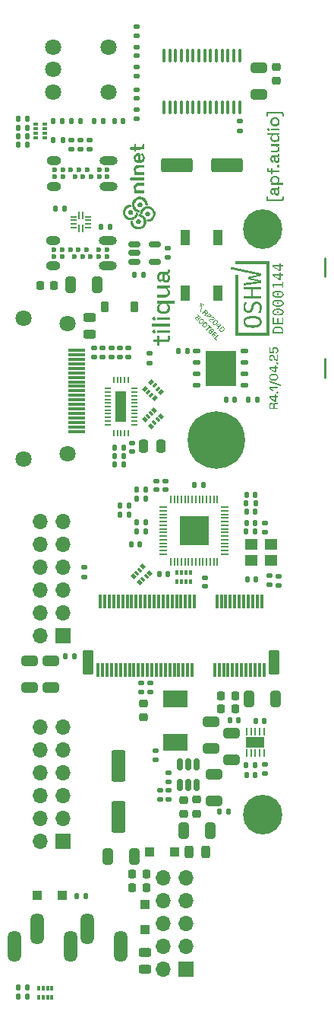
<source format=gbr>
%TF.GenerationSoftware,KiCad,Pcbnew,9.0.0*%
%TF.CreationDate,2025-04-05T19:06:25+02:00*%
%TF.ProjectId,tiliqua-motherboard,74696c69-7175-4612-9d6d-6f7468657262,rev?*%
%TF.SameCoordinates,Original*%
%TF.FileFunction,Soldermask,Top*%
%TF.FilePolarity,Negative*%
%FSLAX46Y46*%
G04 Gerber Fmt 4.6, Leading zero omitted, Abs format (unit mm)*
G04 Created by KiCad (PCBNEW 9.0.0) date 2025-04-05 19:06:25*
%MOMM*%
%LPD*%
G01*
G04 APERTURE LIST*
G04 Aperture macros list*
%AMRoundRect*
0 Rectangle with rounded corners*
0 $1 Rounding radius*
0 $2 $3 $4 $5 $6 $7 $8 $9 X,Y pos of 4 corners*
0 Add a 4 corners polygon primitive as box body*
4,1,4,$2,$3,$4,$5,$6,$7,$8,$9,$2,$3,0*
0 Add four circle primitives for the rounded corners*
1,1,$1+$1,$2,$3*
1,1,$1+$1,$4,$5*
1,1,$1+$1,$6,$7*
1,1,$1+$1,$8,$9*
0 Add four rect primitives between the rounded corners*
20,1,$1+$1,$2,$3,$4,$5,0*
20,1,$1+$1,$4,$5,$6,$7,0*
20,1,$1+$1,$6,$7,$8,$9,0*
20,1,$1+$1,$8,$9,$2,$3,0*%
%AMRotRect*
0 Rectangle, with rotation*
0 The origin of the aperture is its center*
0 $1 length*
0 $2 width*
0 $3 Rotation angle, in degrees counterclockwise*
0 Add horizontal line*
21,1,$1,$2,0,0,$3*%
G04 Aperture macros list end*
%ADD10C,0.250000*%
%ADD11C,0.100000*%
%ADD12C,0.150000*%
%ADD13C,0.300000*%
%ADD14C,0.000000*%
%ADD15C,0.600000*%
%ADD16O,1.600000X1.000000*%
%ADD17O,2.000000X1.000000*%
%ADD18R,1.700000X1.700000*%
%ADD19O,1.700000X1.700000*%
%ADD20RoundRect,0.147500X-0.147500X-0.172500X0.147500X-0.172500X0.147500X0.172500X-0.147500X0.172500X0*%
%ADD21RoundRect,0.250000X1.500000X0.550000X-1.500000X0.550000X-1.500000X-0.550000X1.500000X-0.550000X0*%
%ADD22R,0.400000X0.500000*%
%ADD23R,0.300000X0.500000*%
%ADD24RoundRect,0.125000X-0.262500X-0.125000X0.262500X-0.125000X0.262500X0.125000X-0.262500X0.125000X0*%
%ADD25R,3.400000X4.000000*%
%ADD26R,1.900000X0.300000*%
%ADD27C,1.800000*%
%ADD28C,6.400000*%
%ADD29RoundRect,0.135000X-0.135000X-0.185000X0.135000X-0.185000X0.135000X0.185000X-0.135000X0.185000X0*%
%ADD30RoundRect,0.243750X0.243750X0.456250X-0.243750X0.456250X-0.243750X-0.456250X0.243750X-0.456250X0*%
%ADD31RoundRect,0.218750X-0.218750X-0.256250X0.218750X-0.256250X0.218750X0.256250X-0.218750X0.256250X0*%
%ADD32RoundRect,0.135000X0.185000X-0.135000X0.185000X0.135000X-0.185000X0.135000X-0.185000X-0.135000X0*%
%ADD33RoundRect,0.250000X-0.550000X1.500000X-0.550000X-1.500000X0.550000X-1.500000X0.550000X1.500000X0*%
%ADD34R,0.500000X0.400000*%
%ADD35R,0.500000X0.300000*%
%ADD36RotRect,0.500000X0.400000X315.000000*%
%ADD37RotRect,0.500000X0.300000X315.000000*%
%ADD38RoundRect,0.140000X0.170000X-0.140000X0.170000X0.140000X-0.170000X0.140000X-0.170000X-0.140000X0*%
%ADD39RoundRect,0.140000X0.140000X0.170000X-0.140000X0.170000X-0.140000X-0.170000X0.140000X-0.170000X0*%
%ADD40RoundRect,0.135000X0.135000X0.185000X-0.135000X0.185000X-0.135000X-0.185000X0.135000X-0.185000X0*%
%ADD41RoundRect,0.135000X-0.185000X0.135000X-0.185000X-0.135000X0.185000X-0.135000X0.185000X0.135000X0*%
%ADD42RoundRect,0.218750X-0.256250X0.218750X-0.256250X-0.218750X0.256250X-0.218750X0.256250X0.218750X0*%
%ADD43RoundRect,0.050000X0.050000X-0.387500X0.050000X0.387500X-0.050000X0.387500X-0.050000X-0.387500X0*%
%ADD44RoundRect,0.050000X0.387500X-0.050000X0.387500X0.050000X-0.387500X0.050000X-0.387500X-0.050000X0*%
%ADD45R,3.200000X3.200000*%
%ADD46RoundRect,0.150000X0.150000X-0.512500X0.150000X0.512500X-0.150000X0.512500X-0.150000X-0.512500X0*%
%ADD47RoundRect,0.140000X-0.140000X-0.170000X0.140000X-0.170000X0.140000X0.170000X-0.140000X0.170000X0*%
%ADD48RoundRect,0.250000X0.650000X-0.325000X0.650000X0.325000X-0.650000X0.325000X-0.650000X-0.325000X0*%
%ADD49RoundRect,0.250000X-0.650000X0.325000X-0.650000X-0.325000X0.650000X-0.325000X0.650000X0.325000X0*%
%ADD50C,0.700000*%
%ADD51C,4.400000*%
%ADD52RoundRect,0.225000X-0.250000X0.225000X-0.250000X-0.225000X0.250000X-0.225000X0.250000X0.225000X0*%
%ADD53RoundRect,0.250000X0.300000X-0.300000X0.300000X0.300000X-0.300000X0.300000X-0.300000X-0.300000X0*%
%ADD54RoundRect,0.250000X0.325000X0.650000X-0.325000X0.650000X-0.325000X-0.650000X0.325000X-0.650000X0*%
%ADD55RoundRect,0.140000X-0.170000X0.140000X-0.170000X-0.140000X0.170000X-0.140000X0.170000X0.140000X0*%
%ADD56RoundRect,0.218750X0.218750X0.256250X-0.218750X0.256250X-0.218750X-0.256250X0.218750X-0.256250X0*%
%ADD57RoundRect,0.218750X0.256250X-0.218750X0.256250X0.218750X-0.256250X0.218750X-0.256250X-0.218750X0*%
%ADD58RoundRect,0.243750X0.456250X-0.243750X0.456250X0.243750X-0.456250X0.243750X-0.456250X-0.243750X0*%
%ADD59R,1.400000X1.200000*%
%ADD60RoundRect,0.062500X0.062500X-0.350000X0.062500X0.350000X-0.062500X0.350000X-0.062500X-0.350000X0*%
%ADD61R,2.000000X1.200000*%
%ADD62RoundRect,0.250000X-0.325000X-0.650000X0.325000X-0.650000X0.325000X0.650000X-0.325000X0.650000X0*%
%ADD63RoundRect,0.225000X0.225000X0.250000X-0.225000X0.250000X-0.225000X-0.250000X0.225000X-0.250000X0*%
%ADD64RoundRect,0.050000X0.325000X0.050000X-0.325000X0.050000X-0.325000X-0.050000X0.325000X-0.050000X0*%
%ADD65RoundRect,0.050000X0.050000X0.325000X-0.050000X0.325000X-0.050000X-0.325000X0.050000X-0.325000X0*%
%ADD66R,1.250000X3.500000*%
%ADD67RoundRect,0.036000X0.114000X0.739000X-0.114000X0.739000X-0.114000X-0.739000X0.114000X-0.739000X0*%
%ADD68RoundRect,0.252000X0.348000X1.123000X-0.348000X1.123000X-0.348000X-1.123000X0.348000X-1.123000X0*%
%ADD69RoundRect,0.150000X-0.512500X-0.150000X0.512500X-0.150000X0.512500X0.150000X-0.512500X0.150000X0*%
%ADD70RoundRect,0.250000X-0.300000X-0.300000X0.300000X-0.300000X0.300000X0.300000X-0.300000X0.300000X0*%
%ADD71R,1.100000X1.800000*%
%ADD72RoundRect,0.250000X0.300000X0.300000X-0.300000X0.300000X-0.300000X-0.300000X0.300000X-0.300000X0*%
%ADD73R,2.790000X1.903000*%
%ADD74RoundRect,0.050000X0.050000X-0.375000X0.050000X0.375000X-0.050000X0.375000X-0.050000X-0.375000X0*%
%ADD75RoundRect,0.050000X0.275000X-0.050000X0.275000X0.050000X-0.275000X0.050000X-0.275000X-0.050000X0*%
%ADD76RoundRect,0.100000X-0.100000X0.637500X-0.100000X-0.637500X0.100000X-0.637500X0.100000X0.637500X0*%
%ADD77RoundRect,0.250000X0.250000X0.475000X-0.250000X0.475000X-0.250000X-0.475000X0.250000X-0.475000X0*%
%ADD78O,1.500000X3.500000*%
%ADD79RotRect,0.500000X0.400000X45.000000*%
%ADD80RotRect,0.500000X0.300000X45.000000*%
%ADD81RoundRect,0.225000X-0.225000X-0.375000X0.225000X-0.375000X0.225000X0.375000X-0.225000X0.375000X0*%
G04 APERTURE END LIST*
D10*
X35683657Y-40199999D02*
X35683657Y-38099999D01*
X35683657Y-28999999D02*
X35683657Y-26899999D01*
D11*
X21850765Y-31986463D02*
G75*
G02*
X21815966Y-32905465I-953965J-424037D01*
G01*
X21850765Y-31986463D02*
X21745246Y-32269063D01*
X21850765Y-31986463D02*
X22128073Y-32117245D01*
D10*
G36*
X29825985Y-43030166D02*
G01*
X29874419Y-43045200D01*
X29913554Y-43068904D01*
X29947138Y-43100801D01*
X29972834Y-43136320D01*
X29991284Y-43175943D01*
X30013632Y-43175943D01*
X30019111Y-43141895D01*
X30031059Y-43113851D01*
X30049353Y-43090580D01*
X30073215Y-43073321D01*
X30104038Y-43062339D01*
X30143875Y-43058340D01*
X30468657Y-43058340D01*
X30468657Y-43210992D01*
X30164879Y-43210992D01*
X30130003Y-43216200D01*
X30104674Y-43230592D01*
X30088446Y-43254559D01*
X30082264Y-43293546D01*
X30082264Y-43591767D01*
X30468657Y-43591767D01*
X30468657Y-43742953D01*
X29488632Y-43742953D01*
X29488632Y-43348195D01*
X29625835Y-43348195D01*
X29625835Y-43591767D01*
X29945061Y-43591767D01*
X29945061Y-43348195D01*
X29939954Y-43295565D01*
X29925888Y-43254402D01*
X29903784Y-43222166D01*
X29873603Y-43197687D01*
X29836696Y-43182670D01*
X29791066Y-43177347D01*
X29779831Y-43177347D01*
X29734151Y-43182605D01*
X29697266Y-43197414D01*
X29667174Y-43221494D01*
X29645121Y-43253312D01*
X29630997Y-43294621D01*
X29625835Y-43348195D01*
X29488632Y-43348195D01*
X29488632Y-43331343D01*
X29492357Y-43271342D01*
X29503031Y-43218241D01*
X29520139Y-43171058D01*
X29544616Y-43127646D01*
X29574623Y-43092021D01*
X29610448Y-43063286D01*
X29651212Y-43042242D01*
X29697473Y-43029274D01*
X29750460Y-43024757D01*
X29765848Y-43024757D01*
X29825985Y-43030166D01*
G37*
G36*
X30268438Y-42277801D02*
G01*
X30468657Y-42277801D01*
X30468657Y-42424835D01*
X30268438Y-42424835D01*
X30268438Y-42920404D01*
X30097652Y-42920404D01*
X29488632Y-42545186D01*
X29488632Y-42447184D01*
X29581078Y-42447184D01*
X30118657Y-42777583D01*
X30138257Y-42777583D01*
X30138257Y-42424835D01*
X29581078Y-42424835D01*
X29581078Y-42447184D01*
X29488632Y-42447184D01*
X29488632Y-42277801D01*
X30138257Y-42277801D01*
X30138257Y-42112632D01*
X30268438Y-42112632D01*
X30268438Y-42277801D01*
G37*
G36*
X30488257Y-41886585D02*
G01*
X30484565Y-41917918D01*
X30473883Y-41944870D01*
X30456078Y-41968468D01*
X30432811Y-41986613D01*
X30405660Y-41997565D01*
X30373463Y-42001379D01*
X30341249Y-41997546D01*
X30314363Y-41986582D01*
X30291580Y-41968468D01*
X30274173Y-41944918D01*
X30263699Y-41917964D01*
X30260073Y-41886585D01*
X30263768Y-41855213D01*
X30274452Y-41828264D01*
X30292252Y-41804703D01*
X30315453Y-41786491D01*
X30342162Y-41775572D01*
X30373463Y-41771791D01*
X30405660Y-41775605D01*
X30432811Y-41786557D01*
X30456078Y-41804703D01*
X30473878Y-41828264D01*
X30484562Y-41855213D01*
X30488257Y-41886585D01*
G37*
G36*
X30468657Y-41398588D02*
G01*
X29592252Y-41398588D01*
X29592252Y-41420936D01*
X29922652Y-41581953D01*
X29922652Y-41737353D01*
X29488632Y-41520343D01*
X29488632Y-41251554D01*
X30468657Y-41251554D01*
X30468657Y-41398588D01*
G37*
G36*
X30748681Y-41160879D02*
G01*
X29488632Y-40749329D01*
X29488632Y-40605104D01*
X30748681Y-41016714D01*
X30748681Y-41160879D01*
G37*
G36*
X30177946Y-39797946D02*
G01*
X30245649Y-39811302D01*
X30302696Y-39832180D01*
X30350721Y-39860002D01*
X30390987Y-39894724D01*
X30432444Y-39948103D01*
X30462641Y-40010289D01*
X30481573Y-40082979D01*
X30488257Y-40168398D01*
X30481594Y-40253051D01*
X30462697Y-40325298D01*
X30432506Y-40387307D01*
X30390987Y-40440729D01*
X30350724Y-40475427D01*
X30302701Y-40503232D01*
X30245655Y-40524098D01*
X30177950Y-40537448D01*
X30097652Y-40542211D01*
X29859637Y-40542211D01*
X29781379Y-40537513D01*
X29714734Y-40524284D01*
X29657955Y-40503494D01*
X29609569Y-40475643D01*
X29568438Y-40440729D01*
X29525923Y-40387173D01*
X29495085Y-40325116D01*
X29475818Y-40252918D01*
X29469032Y-40168398D01*
X29600678Y-40168398D01*
X29605280Y-40222380D01*
X29618225Y-40267318D01*
X29638814Y-40304925D01*
X29667174Y-40336437D01*
X29701792Y-40361136D01*
X29743088Y-40379440D01*
X29792368Y-40391084D01*
X29851272Y-40395238D01*
X30103269Y-40395238D01*
X30165436Y-40391119D01*
X30216286Y-40379703D01*
X30257799Y-40362017D01*
X30291580Y-40338513D01*
X30319024Y-40308093D01*
X30339198Y-40270683D01*
X30352051Y-40224795D01*
X30356671Y-40168398D01*
X30351914Y-40110542D01*
X30338734Y-40063937D01*
X30318130Y-40026366D01*
X30290176Y-39996207D01*
X30255769Y-39972887D01*
X30214159Y-39955430D01*
X30163913Y-39944232D01*
X30103269Y-39940214D01*
X29851272Y-39940214D01*
X29790871Y-39944513D01*
X29740990Y-39956498D01*
X29699778Y-39975235D01*
X29665769Y-40000420D01*
X29637960Y-40032516D01*
X29617795Y-40070374D01*
X29605155Y-40115143D01*
X29600678Y-40168398D01*
X29469032Y-40168398D01*
X29475840Y-40083114D01*
X29495142Y-40010472D01*
X29525985Y-39948238D01*
X29568438Y-39894724D01*
X29609572Y-39859786D01*
X29657961Y-39831918D01*
X29714740Y-39811117D01*
X29781383Y-39797880D01*
X29859637Y-39793180D01*
X30097652Y-39793180D01*
X30177946Y-39797946D01*
G37*
G36*
X30268438Y-39033279D02*
G01*
X30468657Y-39033279D01*
X30468657Y-39180313D01*
X30268438Y-39180313D01*
X30268438Y-39675882D01*
X30097652Y-39675882D01*
X29488632Y-39300664D01*
X29488632Y-39202662D01*
X29581078Y-39202662D01*
X30118657Y-39533061D01*
X30138257Y-39533061D01*
X30138257Y-39180313D01*
X29581078Y-39180313D01*
X29581078Y-39202662D01*
X29488632Y-39202662D01*
X29488632Y-39033279D01*
X30138257Y-39033279D01*
X30138257Y-38868110D01*
X30268438Y-38868110D01*
X30268438Y-39033279D01*
G37*
G36*
X30488257Y-38642063D02*
G01*
X30484565Y-38673396D01*
X30473883Y-38700348D01*
X30456078Y-38723946D01*
X30432811Y-38742091D01*
X30405660Y-38753043D01*
X30373463Y-38756857D01*
X30341249Y-38753024D01*
X30314363Y-38742060D01*
X30291580Y-38723946D01*
X30274173Y-38700396D01*
X30263699Y-38673442D01*
X30260073Y-38642063D01*
X30263768Y-38610691D01*
X30274452Y-38583742D01*
X30292252Y-38560181D01*
X30315453Y-38541969D01*
X30342162Y-38531050D01*
X30373463Y-38527269D01*
X30405660Y-38531083D01*
X30432811Y-38542035D01*
X30456078Y-38560181D01*
X30473878Y-38583742D01*
X30484562Y-38610691D01*
X30488257Y-38642063D01*
G37*
G36*
X30468657Y-38382128D02*
G01*
X30358076Y-38382128D01*
X30290576Y-38377785D01*
X30235289Y-38365755D01*
X30190098Y-38347140D01*
X30149060Y-38320562D01*
X30113503Y-38287400D01*
X30082997Y-38247061D01*
X30046000Y-38177436D01*
X30013632Y-38089586D01*
X29987071Y-38004162D01*
X29966178Y-37949503D01*
X29942252Y-37905488D01*
X29912021Y-37868599D01*
X29875757Y-37841740D01*
X29833424Y-37825148D01*
X29782639Y-37819331D01*
X29777083Y-37819331D01*
X29724624Y-37825922D01*
X29682248Y-37844600D01*
X29647573Y-37875385D01*
X29622215Y-37915115D01*
X29606338Y-37963365D01*
X29600678Y-38022358D01*
X29606718Y-38083033D01*
X29623725Y-38132919D01*
X29651054Y-38174277D01*
X29678099Y-38198892D01*
X29710959Y-38216879D01*
X29750846Y-38228270D01*
X29799431Y-38232346D01*
X29821840Y-38232346D01*
X29821840Y-38377976D01*
X29800835Y-38377976D01*
X29731215Y-38372451D01*
X29671858Y-38356786D01*
X29620951Y-38331753D01*
X29575888Y-38297183D01*
X29538482Y-38255014D01*
X29508233Y-38204380D01*
X29486742Y-38149024D01*
X29473565Y-38088655D01*
X29469032Y-38022358D01*
X29473450Y-37956011D01*
X29486217Y-37896383D01*
X29506889Y-37842473D01*
X29535928Y-37792861D01*
X29571268Y-37751617D01*
X29613257Y-37717848D01*
X29660796Y-37692906D01*
X29714027Y-37677643D01*
X29774274Y-37672358D01*
X29786853Y-37672358D01*
X29849373Y-37676961D01*
X29901499Y-37689857D01*
X29945061Y-37710155D01*
X29984304Y-37738305D01*
X30018746Y-37772862D01*
X30048681Y-37814446D01*
X30085437Y-37884488D01*
X30117252Y-37967770D01*
X30142470Y-38050385D01*
X30164062Y-38112443D01*
X30185152Y-38156081D01*
X30211255Y-38191491D01*
X30240473Y-38214882D01*
X30275608Y-38228660D01*
X30323027Y-38233750D01*
X30337071Y-38233750D01*
X30337071Y-37680784D01*
X30468657Y-37680784D01*
X30468657Y-38382128D01*
G37*
G36*
X30488257Y-37190284D02*
G01*
X30483423Y-37263096D01*
X30469646Y-37326551D01*
X30447652Y-37382075D01*
X30416457Y-37432612D01*
X30378357Y-37474061D01*
X30332857Y-37507372D01*
X30281762Y-37531501D01*
X30224780Y-37546324D01*
X30160666Y-37551458D01*
X30145279Y-37551458D01*
X30145279Y-37401676D01*
X30159262Y-37401676D01*
X30216654Y-37395141D01*
X30263711Y-37376630D01*
X30302755Y-37346416D01*
X30331786Y-37306410D01*
X30350072Y-37255846D01*
X30356671Y-37191688D01*
X30349807Y-37125778D01*
X30330816Y-37074115D01*
X30300678Y-37033480D01*
X30260188Y-37003027D01*
X30210636Y-36984188D01*
X30149431Y-36977487D01*
X30136853Y-36977487D01*
X30078505Y-36984048D01*
X30030773Y-37002601D01*
X29991284Y-37032808D01*
X29961180Y-37072541D01*
X29942976Y-37118795D01*
X29936635Y-37173492D01*
X29940619Y-37218644D01*
X29951350Y-37252566D01*
X29968107Y-37281586D01*
X29987071Y-37303002D01*
X30027676Y-37334448D01*
X30027676Y-37520683D01*
X29488632Y-37520683D01*
X29488632Y-36864097D01*
X29621683Y-36864097D01*
X29621683Y-37373649D01*
X29910073Y-37373649D01*
X29910073Y-37351240D01*
X29887375Y-37334787D01*
X29864583Y-37311367D01*
X29845409Y-37282625D01*
X29828862Y-37243468D01*
X29818639Y-37199121D01*
X29814879Y-37142656D01*
X29819135Y-37085743D01*
X29831569Y-37033522D01*
X29852004Y-36985181D01*
X29880463Y-36941413D01*
X29916591Y-36904008D01*
X29961181Y-36872463D01*
X30010841Y-36849718D01*
X30068396Y-36835471D01*
X30135448Y-36830453D01*
X30150835Y-36830453D01*
X30217827Y-36835561D01*
X30276641Y-36850214D01*
X30328644Y-36873867D01*
X30375142Y-36906791D01*
X30414164Y-36947811D01*
X30446247Y-36997820D01*
X30468962Y-37052968D01*
X30483232Y-37116593D01*
X30488257Y-37190284D01*
G37*
D12*
G36*
X22605805Y-32817091D02*
G01*
X22625709Y-32839110D01*
X22643653Y-32864364D01*
X22657205Y-32890448D01*
X22660414Y-32898435D01*
X22668530Y-32927674D01*
X22670709Y-32959152D01*
X22667772Y-32982474D01*
X22657756Y-33012443D01*
X22642174Y-33038226D01*
X22624871Y-33058119D01*
X22618239Y-33064751D01*
X22595961Y-33084062D01*
X22570630Y-33099136D01*
X22542064Y-33107957D01*
X22536791Y-33108687D01*
X22506069Y-33109158D01*
X22477007Y-33103422D01*
X22458556Y-33096149D01*
X22449022Y-33105682D01*
X22464929Y-33130448D01*
X22469954Y-33157079D01*
X22462423Y-33185956D01*
X22443634Y-33210756D01*
X22305815Y-33348575D01*
X22241154Y-33283914D01*
X22370061Y-33155007D01*
X22385702Y-33129923D01*
X22387159Y-33121122D01*
X22377085Y-33092893D01*
X22369958Y-33084854D01*
X22243433Y-32958329D01*
X22079501Y-33122262D01*
X22015358Y-33058119D01*
X22173384Y-32900093D01*
X22301670Y-32900093D01*
X22405086Y-33003509D01*
X22428983Y-33023267D01*
X22455611Y-33035940D01*
X22475964Y-33039363D01*
X22506761Y-33034634D01*
X22533192Y-33019338D01*
X22542802Y-33010659D01*
X22547568Y-33005892D01*
X22565832Y-32982354D01*
X22575942Y-32952756D01*
X22576583Y-32939366D01*
X22570131Y-32910104D01*
X22554219Y-32883456D01*
X22540522Y-32868073D01*
X22437106Y-32764657D01*
X22301670Y-32900093D01*
X22173384Y-32900093D01*
X22431096Y-32642381D01*
X22605805Y-32817091D01*
G37*
G36*
X22971388Y-33182674D02*
G01*
X22990944Y-33204623D01*
X23008366Y-33230319D01*
X23021254Y-33257390D01*
X23024236Y-33265780D01*
X23031458Y-33296768D01*
X23032607Y-33327609D01*
X23028381Y-33355518D01*
X23017737Y-33385395D01*
X23002323Y-33411365D01*
X22981445Y-33436203D01*
X22979056Y-33438624D01*
X22971388Y-33446292D01*
X22949114Y-33465796D01*
X22923115Y-33482218D01*
X22895801Y-33493115D01*
X22887350Y-33495306D01*
X22856232Y-33499455D01*
X22825285Y-33497653D01*
X22797301Y-33490850D01*
X22770205Y-33479383D01*
X22744485Y-33463503D01*
X22720142Y-33443212D01*
X22715438Y-33438624D01*
X22614405Y-33337591D01*
X22454618Y-33497379D01*
X22390475Y-33433236D01*
X22544356Y-33279355D01*
X22672642Y-33279355D01*
X22767146Y-33373859D01*
X22790920Y-33393421D01*
X22817944Y-33406242D01*
X22838957Y-33410024D01*
X22868677Y-33406471D01*
X22896036Y-33391938D01*
X22907867Y-33381528D01*
X22913774Y-33375621D01*
X22932635Y-33351077D01*
X22942313Y-33322415D01*
X22942892Y-33306090D01*
X22935823Y-33275942D01*
X22920039Y-33249297D01*
X22906727Y-33234279D01*
X22812223Y-33139774D01*
X22672642Y-33279355D01*
X22544356Y-33279355D01*
X22806212Y-33017498D01*
X22971388Y-33182674D01*
G37*
G36*
X22733780Y-33776540D02*
G01*
X22780721Y-33729599D01*
X22805036Y-33707628D01*
X22829253Y-33690444D01*
X22856046Y-33676965D01*
X22866729Y-33673228D01*
X22896480Y-33666982D01*
X22926745Y-33666197D01*
X22954705Y-33670223D01*
X22983519Y-33678239D01*
X23013487Y-33689595D01*
X23041444Y-33702671D01*
X23050971Y-33707631D01*
X23098534Y-33732604D01*
X23125937Y-33745199D01*
X23153932Y-33754247D01*
X23159361Y-33755505D01*
X23189267Y-33758250D01*
X23214489Y-33754261D01*
X23241563Y-33742064D01*
X23263606Y-33724210D01*
X23265990Y-33721827D01*
X23285478Y-33696731D01*
X23296263Y-33667036D01*
X23297180Y-33643177D01*
X23290430Y-33613772D01*
X23275452Y-33585543D01*
X23254695Y-33560900D01*
X23231812Y-33541411D01*
X23205214Y-33526543D01*
X23174530Y-33518440D01*
X23168791Y-33517896D01*
X23137686Y-33520918D01*
X23110323Y-33532867D01*
X23086441Y-33551114D01*
X23081229Y-33556133D01*
X23071696Y-33565666D01*
X23009936Y-33503907D01*
X23018848Y-33494995D01*
X23041787Y-33474504D01*
X23068431Y-33456467D01*
X23095959Y-33443742D01*
X23114803Y-33438210D01*
X23146613Y-33433885D01*
X23178443Y-33435287D01*
X23207107Y-33441446D01*
X23216665Y-33444531D01*
X23244787Y-33456523D01*
X23271565Y-33472451D01*
X23296999Y-33492312D01*
X23310548Y-33505047D01*
X23330366Y-33526872D01*
X23348883Y-33552448D01*
X23363401Y-33579106D01*
X23370857Y-33597479D01*
X23379130Y-33628380D01*
X23382061Y-33659038D01*
X23379649Y-33689453D01*
X23378525Y-33695507D01*
X23369508Y-33724851D01*
X23354764Y-33752394D01*
X23336598Y-33775643D01*
X23329511Y-33783068D01*
X23324123Y-33788457D01*
X23301252Y-33808787D01*
X23275378Y-33825876D01*
X23246356Y-33837990D01*
X23241017Y-33839440D01*
X23211322Y-33844277D01*
X23180942Y-33843972D01*
X23152729Y-33839232D01*
X23124049Y-33831001D01*
X23094741Y-33820038D01*
X23067827Y-33807835D01*
X23058743Y-33803275D01*
X23013045Y-33778924D01*
X22985066Y-33765063D01*
X22956693Y-33754170D01*
X22949835Y-33752189D01*
X22919963Y-33748228D01*
X22901546Y-33750738D01*
X22874596Y-33763974D01*
X22858542Y-33777784D01*
X22852636Y-33783690D01*
X23087239Y-34018294D01*
X23031386Y-34074147D01*
X22733780Y-33776540D01*
G37*
G36*
X23549638Y-33799821D02*
G01*
X23580275Y-33807723D01*
X23610015Y-33820659D01*
X23638859Y-33838630D01*
X23662212Y-33857452D01*
X23675924Y-33870423D01*
X23696990Y-33893549D01*
X23714530Y-33917266D01*
X23730922Y-33946509D01*
X23742236Y-33976604D01*
X23748472Y-34007551D01*
X23749808Y-34028656D01*
X23747261Y-34060502D01*
X23738922Y-34092078D01*
X23724791Y-34123385D01*
X23708590Y-34149268D01*
X23688367Y-34174964D01*
X23669292Y-34195386D01*
X23568363Y-34296315D01*
X23542332Y-34320241D01*
X23516246Y-34340013D01*
X23490104Y-34355631D01*
X23458659Y-34368889D01*
X23427135Y-34376166D01*
X23400804Y-34377660D01*
X23369605Y-34374493D01*
X23339193Y-34366313D01*
X23309568Y-34353121D01*
X23280730Y-34334915D01*
X23257300Y-34315915D01*
X23243503Y-34302844D01*
X23222561Y-34279888D01*
X23205070Y-34256355D01*
X23188635Y-34227354D01*
X23177169Y-34197523D01*
X23170672Y-34166861D01*
X23169195Y-34147201D01*
X23254695Y-34147201D01*
X23257542Y-34179120D01*
X23268740Y-34207276D01*
X23285561Y-34231849D01*
X23299357Y-34246991D01*
X23324135Y-34268246D01*
X23352414Y-34284139D01*
X23381119Y-34291540D01*
X23400493Y-34291756D01*
X23429680Y-34285611D01*
X23458719Y-34272073D01*
X23484408Y-34253832D01*
X23503598Y-34236318D01*
X23610538Y-34129378D01*
X23630538Y-34106929D01*
X23647639Y-34081029D01*
X23659539Y-34051583D01*
X23663593Y-34025133D01*
X23661030Y-33995821D01*
X23650893Y-33967690D01*
X23633183Y-33940739D01*
X23620071Y-33926276D01*
X23596477Y-33906218D01*
X23568897Y-33891070D01*
X23540218Y-33883774D01*
X23520489Y-33883272D01*
X23490849Y-33888768D01*
X23461734Y-33901640D01*
X23436295Y-33919276D01*
X23417487Y-33936328D01*
X23310548Y-34043267D01*
X23290024Y-34066091D01*
X23272264Y-34092115D01*
X23259546Y-34121315D01*
X23254695Y-34147201D01*
X23169195Y-34147201D01*
X23169102Y-34145958D01*
X23171428Y-34114402D01*
X23179730Y-34082919D01*
X23194005Y-34051509D01*
X23210466Y-34025390D01*
X23231075Y-33999321D01*
X23250550Y-33978502D01*
X23351479Y-33877573D01*
X23377023Y-33854129D01*
X23402748Y-33834703D01*
X23428656Y-33819294D01*
X23459986Y-33806106D01*
X23491578Y-33798704D01*
X23518106Y-33796954D01*
X23549638Y-33799821D01*
G37*
G36*
X24149069Y-34360355D02*
G01*
X23873534Y-34635890D01*
X23943687Y-34706043D01*
X23888456Y-34761274D01*
X23818303Y-34691121D01*
X23733332Y-34776092D01*
X23670950Y-34713711D01*
X23755921Y-34628740D01*
X23551057Y-34423876D01*
X23661521Y-34423876D01*
X23811153Y-34573508D01*
X24047518Y-34337143D01*
X24038088Y-34327713D01*
X23669810Y-34415586D01*
X23661521Y-34423876D01*
X23551057Y-34423876D01*
X23545669Y-34418488D01*
X23618102Y-34346055D01*
X24035601Y-34246887D01*
X24149069Y-34360355D01*
G37*
G36*
X24306504Y-34556687D02*
G01*
X24337141Y-34564589D01*
X24366881Y-34577525D01*
X24395725Y-34595496D01*
X24419077Y-34614318D01*
X24432790Y-34627289D01*
X24453856Y-34650414D01*
X24471396Y-34674132D01*
X24487788Y-34703374D01*
X24499102Y-34733469D01*
X24505338Y-34764417D01*
X24506673Y-34785522D01*
X24504127Y-34817368D01*
X24495788Y-34848944D01*
X24481657Y-34880251D01*
X24465456Y-34906134D01*
X24445233Y-34931830D01*
X24426158Y-34952252D01*
X24325229Y-35053181D01*
X24299198Y-35077107D01*
X24273111Y-35096879D01*
X24246969Y-35112497D01*
X24215525Y-35125755D01*
X24184001Y-35133032D01*
X24157670Y-35134526D01*
X24126471Y-35131359D01*
X24096059Y-35123179D01*
X24066434Y-35109986D01*
X24037596Y-35091781D01*
X24014165Y-35072781D01*
X24000369Y-35059710D01*
X23979427Y-35036754D01*
X23961935Y-35013221D01*
X23945501Y-34984220D01*
X23934035Y-34954388D01*
X23927538Y-34923726D01*
X23926061Y-34904067D01*
X24011561Y-34904067D01*
X24014408Y-34935986D01*
X24025606Y-34964142D01*
X24042427Y-34988715D01*
X24056222Y-35003857D01*
X24081001Y-35025112D01*
X24109280Y-35041005D01*
X24137985Y-35048406D01*
X24157359Y-35048622D01*
X24186546Y-35042477D01*
X24215585Y-35028939D01*
X24241274Y-35010698D01*
X24260464Y-34993183D01*
X24367404Y-34886244D01*
X24387403Y-34863794D01*
X24404505Y-34837895D01*
X24416405Y-34808449D01*
X24420459Y-34781999D01*
X24417896Y-34752687D01*
X24407759Y-34724556D01*
X24390049Y-34697605D01*
X24376937Y-34683142D01*
X24353343Y-34663084D01*
X24325763Y-34647936D01*
X24297084Y-34640640D01*
X24277355Y-34640138D01*
X24247715Y-34645634D01*
X24218600Y-34658506D01*
X24193161Y-34676142D01*
X24174353Y-34693193D01*
X24067414Y-34800133D01*
X24046890Y-34822957D01*
X24029130Y-34848981D01*
X24016411Y-34878181D01*
X24011561Y-34904067D01*
X23926061Y-34904067D01*
X23925968Y-34902824D01*
X23928294Y-34871268D01*
X23936595Y-34839785D01*
X23950871Y-34808375D01*
X23967332Y-34782255D01*
X23987941Y-34756187D01*
X24007416Y-34735368D01*
X24108345Y-34634439D01*
X24133888Y-34610995D01*
X24159614Y-34591569D01*
X24185522Y-34576160D01*
X24216852Y-34562972D01*
X24248444Y-34555569D01*
X24274971Y-34553820D01*
X24306504Y-34556687D01*
G37*
G36*
X21761647Y-33398460D02*
G01*
X21782851Y-33422153D01*
X21799704Y-33446475D01*
X21813216Y-33473953D01*
X21814184Y-33476488D01*
X21822373Y-33506827D01*
X21824093Y-33536758D01*
X21821645Y-33556485D01*
X21812469Y-33584857D01*
X21796445Y-33611218D01*
X21781957Y-33627675D01*
X21775947Y-33633685D01*
X21752691Y-33653418D01*
X21725602Y-33667686D01*
X21718332Y-33669953D01*
X21688528Y-33674503D01*
X21663930Y-33672544D01*
X21635328Y-33664456D01*
X21620926Y-33657933D01*
X21611393Y-33667466D01*
X21623054Y-33695379D01*
X21626832Y-33710884D01*
X21628829Y-33741311D01*
X21624760Y-33766427D01*
X21612944Y-33794010D01*
X21594748Y-33818063D01*
X21587663Y-33825492D01*
X21581756Y-33831399D01*
X21557335Y-33852024D01*
X21531518Y-33866454D01*
X21506836Y-33874195D01*
X21476459Y-33877168D01*
X21445789Y-33873496D01*
X21425181Y-33867356D01*
X21397354Y-33854396D01*
X21370579Y-33836317D01*
X21347153Y-33815441D01*
X21197417Y-33665705D01*
X21313890Y-33665705D01*
X21397617Y-33749432D01*
X21421943Y-33769416D01*
X21448822Y-33781789D01*
X21463522Y-33784457D01*
X21493832Y-33780626D01*
X21519491Y-33765053D01*
X21524660Y-33760209D01*
X21530048Y-33754821D01*
X21548233Y-33729694D01*
X21554952Y-33700131D01*
X21554710Y-33693890D01*
X21546621Y-33664691D01*
X21530563Y-33639948D01*
X21519375Y-33627675D01*
X21435647Y-33543947D01*
X21313890Y-33665705D01*
X21197417Y-33665705D01*
X21135035Y-33603323D01*
X21192028Y-33546330D01*
X21247881Y-33602183D01*
X21364871Y-33485193D01*
X21494402Y-33485193D01*
X21578129Y-33568920D01*
X21601338Y-33587874D01*
X21629519Y-33600335D01*
X21641961Y-33602494D01*
X21671872Y-33599062D01*
X21698459Y-33582743D01*
X21701752Y-33579594D01*
X21707659Y-33573687D01*
X21724934Y-33549469D01*
X21731074Y-33520485D01*
X21730767Y-33514311D01*
X21722873Y-33485591D01*
X21705952Y-33459775D01*
X21696986Y-33450064D01*
X21613258Y-33366336D01*
X21494402Y-33485193D01*
X21364871Y-33485193D01*
X21549633Y-33300432D01*
X21493780Y-33244579D01*
X21550773Y-33187586D01*
X21761647Y-33398460D01*
G37*
G36*
X21992471Y-33669412D02*
G01*
X22024343Y-33678047D01*
X22055393Y-33691921D01*
X22080638Y-33707484D01*
X22105312Y-33726685D01*
X22124640Y-33744666D01*
X22146756Y-33768887D01*
X22165245Y-33793691D01*
X22180106Y-33819076D01*
X22193150Y-33850306D01*
X22200971Y-33882374D01*
X22203497Y-33909738D01*
X22201479Y-33942676D01*
X22193559Y-33975118D01*
X22179737Y-34007065D01*
X22163711Y-34033308D01*
X22143586Y-34059208D01*
X22124536Y-34079680D01*
X22027130Y-34177086D01*
X22001533Y-34200462D01*
X21975581Y-34219750D01*
X21949276Y-34234950D01*
X21917241Y-34247792D01*
X21884697Y-34254748D01*
X21857187Y-34256047D01*
X21824456Y-34252545D01*
X21792555Y-34243826D01*
X21761485Y-34229891D01*
X21736228Y-34214292D01*
X21711548Y-34195072D01*
X21692219Y-34177086D01*
X21670105Y-34152873D01*
X21651624Y-34128092D01*
X21636775Y-34102745D01*
X21623753Y-34071580D01*
X21615961Y-34039599D01*
X21613731Y-34015227D01*
X21703203Y-34015227D01*
X21706305Y-34046179D01*
X21717243Y-34075854D01*
X21733544Y-34101157D01*
X21749833Y-34119472D01*
X21774884Y-34140922D01*
X21800713Y-34155947D01*
X21830698Y-34165171D01*
X21854700Y-34166724D01*
X21885492Y-34161780D01*
X21915382Y-34149278D01*
X21941194Y-34131820D01*
X21960085Y-34114809D01*
X22062258Y-34012636D01*
X22081819Y-33990517D01*
X22098564Y-33964582D01*
X22110249Y-33934569D01*
X22114277Y-33907147D01*
X22111377Y-33876397D01*
X22100346Y-33846630D01*
X22083715Y-33820996D01*
X22067025Y-33802280D01*
X22042479Y-33781335D01*
X22016923Y-33766582D01*
X21986965Y-33757385D01*
X21962780Y-33755650D01*
X21931679Y-33760302D01*
X21901563Y-33772626D01*
X21875618Y-33790022D01*
X21856669Y-33807047D01*
X21754497Y-33909220D01*
X21735006Y-33931328D01*
X21718402Y-33957336D01*
X21706953Y-33987540D01*
X21703203Y-34015227D01*
X21613731Y-34015227D01*
X21613465Y-34012325D01*
X21615620Y-33979461D01*
X21623641Y-33947086D01*
X21637527Y-33915199D01*
X21653579Y-33888999D01*
X21673704Y-33863138D01*
X21692737Y-33842693D01*
X21790143Y-33745287D01*
X21815760Y-33721877D01*
X21841706Y-33702549D01*
X21867981Y-33687304D01*
X21899944Y-33674401D01*
X21932382Y-33667377D01*
X21959775Y-33666015D01*
X21992471Y-33669412D01*
G37*
G36*
X22392043Y-34068984D02*
G01*
X22423915Y-34077619D01*
X22454965Y-34091493D01*
X22480210Y-34107056D01*
X22504884Y-34126257D01*
X22524212Y-34144238D01*
X22546328Y-34168459D01*
X22564817Y-34193263D01*
X22579678Y-34218648D01*
X22592722Y-34249878D01*
X22600543Y-34281946D01*
X22603069Y-34309310D01*
X22601051Y-34342248D01*
X22593131Y-34374690D01*
X22579309Y-34406637D01*
X22563283Y-34432881D01*
X22543159Y-34458780D01*
X22524108Y-34479252D01*
X22426702Y-34576658D01*
X22401105Y-34600034D01*
X22375153Y-34619322D01*
X22348848Y-34634522D01*
X22316814Y-34647364D01*
X22284269Y-34654320D01*
X22256759Y-34655620D01*
X22224028Y-34652117D01*
X22192128Y-34643398D01*
X22161058Y-34629463D01*
X22135800Y-34613865D01*
X22111120Y-34594644D01*
X22091791Y-34576658D01*
X22069677Y-34552445D01*
X22051196Y-34527664D01*
X22036347Y-34502317D01*
X22023325Y-34471152D01*
X22015534Y-34439171D01*
X22013303Y-34414799D01*
X22102775Y-34414799D01*
X22105877Y-34445751D01*
X22116815Y-34475426D01*
X22133116Y-34500729D01*
X22149406Y-34519044D01*
X22174457Y-34540494D01*
X22200285Y-34555519D01*
X22230270Y-34564743D01*
X22254273Y-34566296D01*
X22285064Y-34561352D01*
X22314954Y-34548850D01*
X22340766Y-34531392D01*
X22359658Y-34514381D01*
X22461830Y-34412208D01*
X22481391Y-34390089D01*
X22498136Y-34364154D01*
X22509821Y-34334141D01*
X22513849Y-34306719D01*
X22510949Y-34275969D01*
X22499918Y-34246202D01*
X22483287Y-34220568D01*
X22466597Y-34201852D01*
X22442051Y-34180908D01*
X22416495Y-34166154D01*
X22386537Y-34156957D01*
X22362352Y-34155222D01*
X22331251Y-34159874D01*
X22301135Y-34172198D01*
X22275190Y-34189594D01*
X22256241Y-34206619D01*
X22154069Y-34308792D01*
X22134578Y-34330901D01*
X22117974Y-34356908D01*
X22106525Y-34387112D01*
X22102775Y-34414799D01*
X22013303Y-34414799D01*
X22013037Y-34411897D01*
X22015193Y-34379034D01*
X22023213Y-34346658D01*
X22037099Y-34314771D01*
X22053151Y-34288571D01*
X22073276Y-34262710D01*
X22092309Y-34242266D01*
X22189715Y-34144860D01*
X22215332Y-34121449D01*
X22241278Y-34102121D01*
X22267553Y-34086876D01*
X22299516Y-34073973D01*
X22331954Y-34066949D01*
X22359347Y-34065588D01*
X22392043Y-34068984D01*
G37*
G36*
X22425666Y-34893954D02*
G01*
X22783270Y-34536349D01*
X22655503Y-34408581D01*
X22713635Y-34350448D01*
X23033210Y-34670023D01*
X22975077Y-34728156D01*
X22847413Y-34600492D01*
X22489809Y-34958096D01*
X22425666Y-34893954D01*
G37*
G36*
X22799850Y-35284718D02*
G01*
X22778083Y-35260878D01*
X22759722Y-35236300D01*
X22744768Y-35210983D01*
X22733220Y-35184928D01*
X22724737Y-35155201D01*
X22721205Y-35125474D01*
X22722624Y-35095747D01*
X22725552Y-35079232D01*
X22734976Y-35049972D01*
X22749844Y-35021760D01*
X22767628Y-34997564D01*
X22783788Y-34979961D01*
X22798607Y-34965143D01*
X22862128Y-35028664D01*
X22847310Y-35043482D01*
X22826373Y-35068599D01*
X22812109Y-35097314D01*
X22807316Y-35126879D01*
X22807725Y-35135914D01*
X22814376Y-35165734D01*
X22828758Y-35194704D01*
X22848312Y-35220051D01*
X22856221Y-35228346D01*
X22878287Y-35248080D01*
X22905267Y-35265589D01*
X22934174Y-35275662D01*
X22941918Y-35276739D01*
X22971295Y-35274893D01*
X22999437Y-35262237D01*
X23013004Y-35250833D01*
X23029977Y-35226334D01*
X23034350Y-35208140D01*
X23031176Y-35177668D01*
X23023988Y-35157986D01*
X23010709Y-35131128D01*
X22996106Y-35105420D01*
X22991035Y-35097056D01*
X22974456Y-35069699D01*
X22958599Y-35042429D01*
X22945071Y-35016110D01*
X22932770Y-34987982D01*
X22928654Y-34977060D01*
X22920696Y-34947712D01*
X22918076Y-34916841D01*
X22920261Y-34894472D01*
X22929781Y-34865502D01*
X22945677Y-34839664D01*
X22963782Y-34819034D01*
X22987492Y-34798845D01*
X23015233Y-34783113D01*
X23044712Y-34774165D01*
X23075424Y-34771669D01*
X23106576Y-34775296D01*
X23135279Y-34783905D01*
X23164000Y-34797544D01*
X23189347Y-34814094D01*
X23214219Y-34834692D01*
X23225121Y-34845147D01*
X23245269Y-34867160D01*
X23264328Y-34892777D01*
X23279568Y-34919296D01*
X23287606Y-34937475D01*
X23296893Y-34968079D01*
X23300534Y-34998621D01*
X23298529Y-35029103D01*
X23297450Y-35035192D01*
X23288187Y-35065221D01*
X23274087Y-35091433D01*
X23254529Y-35116875D01*
X23244084Y-35127935D01*
X23222737Y-35149282D01*
X23159113Y-35085657D01*
X23180459Y-35064310D01*
X23199806Y-35040759D01*
X23212008Y-35013454D01*
X23212790Y-35010012D01*
X23213627Y-34979017D01*
X23206572Y-34955091D01*
X23191184Y-34928046D01*
X23171854Y-34904891D01*
X23168646Y-34901622D01*
X23144989Y-34881041D01*
X23119223Y-34865765D01*
X23093726Y-34858203D01*
X23063244Y-34859926D01*
X23036173Y-34874343D01*
X23029065Y-34880793D01*
X23011506Y-34905558D01*
X23006993Y-34921310D01*
X23008764Y-34951157D01*
X23014143Y-34968252D01*
X23026967Y-34995530D01*
X23042565Y-35022332D01*
X23045127Y-35026384D01*
X23061810Y-35053637D01*
X23078324Y-35080980D01*
X23092543Y-35107634D01*
X23105649Y-35136442D01*
X23110099Y-35147727D01*
X23119076Y-35178242D01*
X23122642Y-35207948D01*
X23121186Y-35234253D01*
X23112312Y-35264849D01*
X23096368Y-35291898D01*
X23077768Y-35313318D01*
X23053487Y-35333935D01*
X23027406Y-35349027D01*
X22999522Y-35358594D01*
X22993730Y-35359845D01*
X22964231Y-35362822D01*
X22934025Y-35360355D01*
X22903110Y-35352443D01*
X22896842Y-35350208D01*
X22868892Y-35337486D01*
X22841468Y-35320306D01*
X22817531Y-35301291D01*
X22799850Y-35284718D01*
G37*
G36*
X23028133Y-35496420D02*
G01*
X23443870Y-35080683D01*
X23705830Y-35342643D01*
X23647697Y-35400776D01*
X23449880Y-35202959D01*
X23330506Y-35322333D01*
X23511743Y-35503570D01*
X23453507Y-35561807D01*
X23272269Y-35380569D01*
X23150512Y-35502327D01*
X23351334Y-35703149D01*
X23293098Y-35761386D01*
X23028133Y-35496420D01*
G37*
G36*
X23360142Y-35828430D02*
G01*
X23775879Y-35412693D01*
X23840022Y-35476836D01*
X23482521Y-35834336D01*
X23682722Y-36034537D01*
X23624486Y-36092773D01*
X23360142Y-35828430D01*
G37*
D13*
G36*
X18383657Y-35995427D02*
G01*
X18369164Y-36095792D01*
X18321472Y-36181329D01*
X18307941Y-36195706D01*
X18226010Y-36249001D01*
X18129786Y-36269303D01*
X18106685Y-36269956D01*
X17246950Y-36269956D01*
X17246950Y-36650486D01*
X17003196Y-36650486D01*
X17003196Y-36269956D01*
X16546950Y-36269956D01*
X16546950Y-35981261D01*
X17003196Y-35981261D01*
X17003196Y-35569956D01*
X17246950Y-35569956D01*
X17246950Y-35981261D01*
X18055883Y-35981261D01*
X18137851Y-35925619D01*
X18139902Y-35903103D01*
X18139902Y-35614408D01*
X18383657Y-35614408D01*
X18383657Y-35995427D01*
G37*
G36*
X18383657Y-35231435D02*
G01*
X17003196Y-35231435D01*
X17003196Y-34943229D01*
X18383657Y-34943229D01*
X18383657Y-35231435D01*
G37*
G36*
X16815617Y-35086355D02*
G01*
X16792266Y-35185271D01*
X16761396Y-35228016D01*
X16675703Y-35278415D01*
X16619735Y-35285169D01*
X16523831Y-35262843D01*
X16478562Y-35228016D01*
X16430317Y-35141001D01*
X16423852Y-35086355D01*
X16445223Y-34989879D01*
X16478562Y-34943717D01*
X16563824Y-34894179D01*
X16619735Y-34887541D01*
X16715829Y-34909485D01*
X16761396Y-34943717D01*
X16809210Y-35030271D01*
X16815617Y-35086355D01*
G37*
G36*
X18383657Y-34516292D02*
G01*
X16423852Y-34516292D01*
X16423852Y-34228086D01*
X18383657Y-34228086D01*
X18383657Y-34516292D01*
G37*
G36*
X18383657Y-33801149D02*
G01*
X17003196Y-33801149D01*
X17003196Y-33512943D01*
X18383657Y-33512943D01*
X18383657Y-33801149D01*
G37*
G36*
X16815617Y-33656069D02*
G01*
X16792266Y-33754984D01*
X16761396Y-33797730D01*
X16675703Y-33848129D01*
X16619735Y-33854883D01*
X16523831Y-33832557D01*
X16478562Y-33797730D01*
X16430317Y-33710715D01*
X16423852Y-33656069D01*
X16445223Y-33559593D01*
X16478562Y-33513431D01*
X16563824Y-33463893D01*
X16619735Y-33457255D01*
X16715829Y-33479199D01*
X16761396Y-33513431D01*
X16809210Y-33599985D01*
X16815617Y-33656069D01*
G37*
G36*
X18943461Y-32005476D02*
G01*
X18196078Y-32005476D01*
X18196078Y-32050416D01*
X18274560Y-32109039D01*
X18304033Y-32139809D01*
X18358977Y-32220957D01*
X18389030Y-32289774D01*
X18413223Y-32384507D01*
X18422209Y-32482062D01*
X18422735Y-32514966D01*
X18414530Y-32620678D01*
X18389915Y-32721046D01*
X18348890Y-32816072D01*
X18338716Y-32834436D01*
X18279000Y-32919692D01*
X18204878Y-32993499D01*
X18116350Y-33055857D01*
X18096915Y-33066955D01*
X18002672Y-33108751D01*
X17897997Y-33136868D01*
X17796193Y-33150377D01*
X17714431Y-33153417D01*
X17672421Y-33153417D01*
X17564649Y-33147922D01*
X17465059Y-33131435D01*
X17362801Y-33099750D01*
X17290426Y-33065490D01*
X17207272Y-33011235D01*
X17128657Y-32940347D01*
X17064543Y-32858297D01*
X17048137Y-32831505D01*
X17003829Y-32738044D01*
X16975932Y-32639622D01*
X16964445Y-32536238D01*
X16964117Y-32514966D01*
X16968520Y-32433878D01*
X17218618Y-32433878D01*
X17228162Y-32532796D01*
X17261154Y-32631104D01*
X17317712Y-32717199D01*
X17339274Y-32740647D01*
X17424253Y-32804789D01*
X17517620Y-32842205D01*
X17614043Y-32859310D01*
X17680726Y-32862280D01*
X17706127Y-32862280D01*
X17811548Y-32854678D01*
X17914747Y-32827952D01*
X18001640Y-32781983D01*
X18050509Y-32740647D01*
X18113879Y-32658215D01*
X18153778Y-32563571D01*
X18170207Y-32456714D01*
X18170677Y-32433878D01*
X18161171Y-32332280D01*
X18128313Y-32232446D01*
X18071984Y-32146350D01*
X18050509Y-32123201D01*
X17965034Y-32059574D01*
X17870894Y-32022458D01*
X17773525Y-32005491D01*
X17706127Y-32002545D01*
X17680726Y-32002545D01*
X17576403Y-32010177D01*
X17474149Y-32037011D01*
X17387892Y-32083164D01*
X17339274Y-32124666D01*
X17275647Y-32207127D01*
X17235585Y-32302467D01*
X17219679Y-32399286D01*
X17218618Y-32433878D01*
X16968520Y-32433878D01*
X16969874Y-32408943D01*
X16989776Y-32308631D01*
X17032423Y-32212564D01*
X17036901Y-32205755D01*
X17099264Y-32127071D01*
X17173635Y-32062529D01*
X17202010Y-32044555D01*
X17202010Y-31999614D01*
X17003196Y-31999614D01*
X17003196Y-31716781D01*
X18943461Y-31716781D01*
X18943461Y-32005476D01*
G37*
G36*
X18409058Y-30763257D02*
G01*
X18400804Y-30867077D01*
X18376041Y-30962931D01*
X18339204Y-31043159D01*
X18278273Y-31128064D01*
X18200993Y-31198131D01*
X18140391Y-31236599D01*
X18045785Y-31276369D01*
X17949462Y-31298199D01*
X17843312Y-31306385D01*
X17832156Y-31306453D01*
X17003196Y-31306453D01*
X17003196Y-31018246D01*
X17812617Y-31018246D01*
X17915504Y-31009516D01*
X18014789Y-30975994D01*
X18077376Y-30928853D01*
X18132408Y-30844296D01*
X18158305Y-30745778D01*
X18162372Y-30679237D01*
X18150780Y-30575749D01*
X18111252Y-30477449D01*
X18043670Y-30395427D01*
X17958920Y-30338497D01*
X17865107Y-30305288D01*
X17767768Y-30290107D01*
X17700265Y-30287472D01*
X17003196Y-30287472D01*
X17003196Y-29998777D01*
X18383657Y-29998777D01*
X18383657Y-30281610D01*
X18176539Y-30281610D01*
X18176539Y-30326550D01*
X18258116Y-30381139D01*
X18325489Y-30454349D01*
X18334808Y-30466746D01*
X18380054Y-30555612D01*
X18403184Y-30660607D01*
X18409058Y-30763257D01*
G37*
G36*
X18383657Y-28455162D02*
G01*
X18367737Y-28553634D01*
X18333342Y-28614408D01*
X18251527Y-28668684D01*
X18196078Y-28675957D01*
X18187774Y-28675957D01*
X18187774Y-28717967D01*
X18272137Y-28774494D01*
X18285959Y-28785378D01*
X18352527Y-28862455D01*
X18382191Y-28917269D01*
X18411293Y-29010671D01*
X18422102Y-29111587D01*
X18422735Y-29146369D01*
X18416790Y-29244653D01*
X18396743Y-29343182D01*
X18372421Y-29411128D01*
X18323721Y-29497769D01*
X18253784Y-29573584D01*
X18224410Y-29596264D01*
X18130457Y-29643014D01*
X18028815Y-29662983D01*
X17986029Y-29664652D01*
X17885920Y-29655035D01*
X17792972Y-29622912D01*
X17749602Y-29596264D01*
X17676419Y-29526460D01*
X17621001Y-29437583D01*
X17608430Y-29408686D01*
X17579258Y-29314759D01*
X17563550Y-29211765D01*
X17560558Y-29138065D01*
X17560558Y-29121456D01*
X17784285Y-29121456D01*
X17795125Y-29219201D01*
X17833622Y-29306104D01*
X17912810Y-29366134D01*
X17977725Y-29375957D01*
X18077063Y-29350298D01*
X18129155Y-29303173D01*
X18172607Y-29210812D01*
X18184788Y-29112184D01*
X18184843Y-29104359D01*
X18175159Y-29002512D01*
X18142137Y-28905577D01*
X18085680Y-28824457D01*
X18008454Y-28763828D01*
X17913796Y-28728366D01*
X17812617Y-28717967D01*
X17784285Y-28717967D01*
X17784285Y-29121456D01*
X17560558Y-29121456D01*
X17560558Y-28717967D01*
X17470677Y-28717967D01*
X17368431Y-28733960D01*
X17282320Y-28786273D01*
X17277725Y-28790751D01*
X17225482Y-28876267D01*
X17206078Y-28978338D01*
X17204941Y-29014966D01*
X17214764Y-29116518D01*
X17251055Y-29210164D01*
X17274794Y-29242112D01*
X17355272Y-29306959D01*
X17450019Y-29343574D01*
X17456999Y-29345183D01*
X17370049Y-29614338D01*
X17276189Y-29577086D01*
X17190370Y-29524312D01*
X17167327Y-29506383D01*
X17094224Y-29432064D01*
X17038566Y-29346310D01*
X17020293Y-29309035D01*
X16986061Y-29209567D01*
X16968561Y-29105836D01*
X16964117Y-29012035D01*
X16970685Y-28899987D01*
X16990390Y-28798924D01*
X17028996Y-28696876D01*
X17084760Y-28609178D01*
X17101382Y-28589495D01*
X17177158Y-28521962D01*
X17267222Y-28473724D01*
X17371575Y-28444781D01*
X17474605Y-28435285D01*
X17490216Y-28435134D01*
X18058814Y-28435134D01*
X18140782Y-28379492D01*
X18142833Y-28356976D01*
X18142833Y-28239251D01*
X18383657Y-28239251D01*
X18383657Y-28455162D01*
G37*
G36*
X31079068Y-20415644D02*
G01*
X31066502Y-20485570D01*
X31028803Y-20542161D01*
X30968328Y-20581115D01*
X30902627Y-20592085D01*
X29315000Y-20592085D01*
X29245073Y-20579604D01*
X29188482Y-20542161D01*
X29149528Y-20481591D01*
X29138559Y-20415644D01*
X29138559Y-20096272D01*
X29310896Y-20096272D01*
X29310896Y-20343152D01*
X29355925Y-20395325D01*
X29369710Y-20396153D01*
X30847575Y-20396153D01*
X30904952Y-20358421D01*
X30906388Y-20343152D01*
X30906388Y-20096272D01*
X31079068Y-20096272D01*
X31079068Y-20415644D01*
G37*
G36*
X30608559Y-19128582D02*
G01*
X30597415Y-19197512D01*
X30573339Y-19240054D01*
X30516068Y-19278047D01*
X30477254Y-19283138D01*
X30471441Y-19283138D01*
X30471441Y-19312545D01*
X30530495Y-19352114D01*
X30540171Y-19359733D01*
X30586768Y-19413687D01*
X30607533Y-19452057D01*
X30627904Y-19517438D01*
X30635470Y-19588079D01*
X30635914Y-19612427D01*
X30631752Y-19681225D01*
X30617719Y-19750196D01*
X30600694Y-19797758D01*
X30566604Y-19858407D01*
X30517648Y-19911477D01*
X30497086Y-19927353D01*
X30431319Y-19960078D01*
X30360169Y-19974056D01*
X30330219Y-19975225D01*
X30260143Y-19968493D01*
X30195080Y-19946006D01*
X30164720Y-19927353D01*
X30113492Y-19878491D01*
X30074699Y-19816276D01*
X30065900Y-19796048D01*
X30045480Y-19730300D01*
X30034484Y-19658204D01*
X30032390Y-19606614D01*
X30032390Y-19594988D01*
X30188998Y-19594988D01*
X30196587Y-19663409D01*
X30223534Y-19724241D01*
X30278966Y-19766262D01*
X30324406Y-19773138D01*
X30393943Y-19755177D01*
X30430408Y-19722189D01*
X30460824Y-19657537D01*
X30469351Y-19588497D01*
X30469389Y-19583020D01*
X30462610Y-19511727D01*
X30439495Y-19443872D01*
X30399975Y-19387088D01*
X30345917Y-19344648D01*
X30279656Y-19319825D01*
X30208831Y-19312545D01*
X30188998Y-19312545D01*
X30188998Y-19594988D01*
X30032390Y-19594988D01*
X30032390Y-19312545D01*
X29969473Y-19312545D01*
X29897901Y-19323740D01*
X29837623Y-19360360D01*
X29834406Y-19363494D01*
X29797836Y-19423355D01*
X29784253Y-19494805D01*
X29783457Y-19520445D01*
X29790334Y-19591531D01*
X29815737Y-19657083D01*
X29832355Y-19679447D01*
X29888689Y-19724839D01*
X29955012Y-19750470D01*
X29959898Y-19751596D01*
X29899033Y-19940005D01*
X29833331Y-19913928D01*
X29773258Y-19876987D01*
X29757128Y-19864436D01*
X29705956Y-19812413D01*
X29666995Y-19752386D01*
X29654204Y-19726293D01*
X29630241Y-19656665D01*
X29617991Y-19584054D01*
X29614881Y-19518393D01*
X29619479Y-19439959D01*
X29633272Y-19369215D01*
X29660296Y-19297782D01*
X29699331Y-19236393D01*
X29710966Y-19222615D01*
X29764009Y-19175342D01*
X29827055Y-19141575D01*
X29900102Y-19121315D01*
X29972222Y-19114668D01*
X29983150Y-19114562D01*
X30381168Y-19114562D01*
X30438546Y-19075613D01*
X30439982Y-19059852D01*
X30439982Y-18977444D01*
X30608559Y-18977444D01*
X30608559Y-19128582D01*
G37*
G36*
X30215691Y-17781039D02*
G01*
X30285511Y-17792451D01*
X30357161Y-17814384D01*
X30407840Y-17838100D01*
X30465882Y-17875417D01*
X30520792Y-17924558D01*
X30565619Y-17981779D01*
X30577100Y-18000522D01*
X30608115Y-18066145D01*
X30627643Y-18135641D01*
X30635684Y-18209011D01*
X30635914Y-18224150D01*
X30632020Y-18295699D01*
X30617850Y-18366194D01*
X30612320Y-18382810D01*
X30582050Y-18447509D01*
X30552822Y-18486760D01*
X30501530Y-18533086D01*
X30477254Y-18549335D01*
X30477254Y-18580794D01*
X31000422Y-18580794D01*
X31000422Y-18782538D01*
X29642236Y-18782538D01*
X29642236Y-18584555D01*
X29781406Y-18584555D01*
X29781406Y-18553438D01*
X29723824Y-18510082D01*
X29675503Y-18454431D01*
X29665830Y-18440598D01*
X29634783Y-18374737D01*
X29619856Y-18305822D01*
X29618312Y-18282964D01*
X29793032Y-18282964D01*
X29799712Y-18352207D01*
X29822807Y-18421022D01*
X29862397Y-18481289D01*
X29877491Y-18497702D01*
X29936976Y-18542602D01*
X30002333Y-18568793D01*
X30069829Y-18580767D01*
X30116507Y-18582845D01*
X30134288Y-18582845D01*
X30208083Y-18577524D01*
X30280322Y-18558816D01*
X30341147Y-18526638D01*
X30375355Y-18497702D01*
X30419714Y-18440000D01*
X30447644Y-18373749D01*
X30459144Y-18298950D01*
X30459473Y-18282964D01*
X30452819Y-18211846D01*
X30429818Y-18141962D01*
X30390388Y-18081695D01*
X30375355Y-18065490D01*
X30315523Y-18020951D01*
X30249625Y-17994970D01*
X30181466Y-17983093D01*
X30134288Y-17981031D01*
X30116507Y-17981031D01*
X30043481Y-17986374D01*
X29971903Y-18005157D01*
X29911523Y-18037464D01*
X29877491Y-18066516D01*
X29832952Y-18124238D01*
X29804909Y-18190977D01*
X29793774Y-18258750D01*
X29793032Y-18282964D01*
X29618312Y-18282964D01*
X29614931Y-18232891D01*
X29614881Y-18224150D01*
X29620624Y-18150106D01*
X29637855Y-18080135D01*
X29666573Y-18014238D01*
X29673695Y-18001547D01*
X29715529Y-17942342D01*
X29767514Y-17890818D01*
X29829651Y-17846973D01*
X29843297Y-17839126D01*
X29909240Y-17809208D01*
X29982432Y-17789081D01*
X30053577Y-17779411D01*
X30110694Y-17777235D01*
X30140101Y-17777235D01*
X30215691Y-17781039D01*
G37*
G36*
X30608559Y-17388107D02*
G01*
X29812864Y-17388107D01*
X29812864Y-17658582D01*
X29642236Y-17658582D01*
X29642236Y-17388107D01*
X29430575Y-17388107D01*
X29360189Y-17378028D01*
X29299882Y-17344859D01*
X29289696Y-17335448D01*
X29251653Y-17278021D01*
X29237161Y-17210459D01*
X29236695Y-17194227D01*
X29236695Y-16945295D01*
X29406981Y-16945295D01*
X29406981Y-17129600D01*
X29448852Y-17184977D01*
X29465795Y-17186362D01*
X29642236Y-17186362D01*
X29642236Y-16908023D01*
X29812864Y-16908023D01*
X29812864Y-17186362D01*
X30608559Y-17186362D01*
X30608559Y-17388107D01*
G37*
G36*
X30635914Y-16705253D02*
G01*
X30621741Y-16775433D01*
X30591120Y-16820145D01*
X30532227Y-16857194D01*
X30475202Y-16865965D01*
X30407791Y-16853033D01*
X30360652Y-16820145D01*
X30324985Y-16761072D01*
X30316542Y-16705253D01*
X30330823Y-16635181D01*
X30361678Y-16590703D01*
X30419813Y-16553377D01*
X30475202Y-16544541D01*
X30543169Y-16557569D01*
X30591120Y-16590703D01*
X30627340Y-16649499D01*
X30635914Y-16705253D01*
G37*
G36*
X30608559Y-15502650D02*
G01*
X30597415Y-15571580D01*
X30573339Y-15614122D01*
X30516068Y-15652116D01*
X30477254Y-15657207D01*
X30471441Y-15657207D01*
X30471441Y-15686614D01*
X30530495Y-15726182D01*
X30540171Y-15733801D01*
X30586768Y-15787755D01*
X30607533Y-15826125D01*
X30627904Y-15891506D01*
X30635470Y-15962148D01*
X30635914Y-15986495D01*
X30631752Y-16055294D01*
X30617719Y-16124264D01*
X30600694Y-16171826D01*
X30566604Y-16232475D01*
X30517648Y-16285545D01*
X30497086Y-16301422D01*
X30431319Y-16334146D01*
X30360169Y-16348125D01*
X30330219Y-16349293D01*
X30260143Y-16342561D01*
X30195080Y-16320075D01*
X30164720Y-16301422D01*
X30113492Y-16252559D01*
X30074699Y-16190345D01*
X30065900Y-16170117D01*
X30045480Y-16104368D01*
X30034484Y-16032272D01*
X30032390Y-15980682D01*
X30032390Y-15969056D01*
X30188998Y-15969056D01*
X30196587Y-16037477D01*
X30223534Y-16098309D01*
X30278966Y-16140331D01*
X30324406Y-16147207D01*
X30393943Y-16129245D01*
X30430408Y-16096258D01*
X30460824Y-16031605D01*
X30469351Y-15962566D01*
X30469389Y-15957088D01*
X30462610Y-15885795D01*
X30439495Y-15817940D01*
X30399975Y-15761157D01*
X30345917Y-15718717D01*
X30279656Y-15693893D01*
X30208831Y-15686614D01*
X30188998Y-15686614D01*
X30188998Y-15969056D01*
X30032390Y-15969056D01*
X30032390Y-15686614D01*
X29969473Y-15686614D01*
X29897901Y-15697808D01*
X29837623Y-15734428D01*
X29834406Y-15737563D01*
X29797836Y-15797424D01*
X29784253Y-15868873D01*
X29783457Y-15894513D01*
X29790334Y-15965599D01*
X29815737Y-16031152D01*
X29832355Y-16053515D01*
X29888689Y-16098908D01*
X29955012Y-16124538D01*
X29959898Y-16125665D01*
X29899033Y-16314074D01*
X29833331Y-16287997D01*
X29773258Y-16251055D01*
X29757128Y-16238505D01*
X29705956Y-16186482D01*
X29666995Y-16126454D01*
X29654204Y-16100361D01*
X29630241Y-16030733D01*
X29617991Y-15958122D01*
X29614881Y-15892461D01*
X29619479Y-15814027D01*
X29633272Y-15743284D01*
X29660296Y-15671850D01*
X29699331Y-15610461D01*
X29710966Y-15596683D01*
X29764009Y-15549410D01*
X29827055Y-15515644D01*
X29900102Y-15495384D01*
X29972222Y-15488736D01*
X29983150Y-15488630D01*
X30381168Y-15488630D01*
X30438546Y-15449681D01*
X30439982Y-15433920D01*
X30439982Y-15351512D01*
X30608559Y-15351512D01*
X30608559Y-15502650D01*
G37*
G36*
X30626339Y-14810905D02*
G01*
X30620561Y-14883579D01*
X30603228Y-14950677D01*
X30577442Y-15006837D01*
X30534790Y-15066270D01*
X30480694Y-15115317D01*
X30438272Y-15142245D01*
X30372049Y-15170084D01*
X30304622Y-15185365D01*
X30230317Y-15191095D01*
X30222508Y-15191143D01*
X29642236Y-15191143D01*
X29642236Y-14989398D01*
X30208831Y-14989398D01*
X30280852Y-14983287D01*
X30350351Y-14959822D01*
X30394162Y-14926823D01*
X30432684Y-14867633D01*
X30450813Y-14798671D01*
X30453660Y-14752092D01*
X30445545Y-14679650D01*
X30417875Y-14610840D01*
X30370568Y-14553425D01*
X30311243Y-14513574D01*
X30245574Y-14490328D01*
X30177437Y-14479701D01*
X30130184Y-14477856D01*
X29642236Y-14477856D01*
X29642236Y-14275769D01*
X30608559Y-14275769D01*
X30608559Y-14473752D01*
X30463576Y-14473752D01*
X30463576Y-14505211D01*
X30520680Y-14543423D01*
X30567841Y-14594670D01*
X30574365Y-14603348D01*
X30606037Y-14665554D01*
X30622228Y-14739051D01*
X30626339Y-14810905D01*
G37*
G36*
X30608559Y-13218491D02*
G01*
X30471441Y-13218491D01*
X30471441Y-13249949D01*
X30527550Y-13293306D01*
X30575310Y-13348957D01*
X30584965Y-13362789D01*
X30616012Y-13428490D01*
X30630938Y-13497419D01*
X30635864Y-13570476D01*
X30635914Y-13579237D01*
X30630170Y-13652300D01*
X30612940Y-13721891D01*
X30584222Y-13788008D01*
X30577100Y-13800815D01*
X30535299Y-13860594D01*
X30483414Y-13912560D01*
X30421444Y-13956711D01*
X30407840Y-13964604D01*
X30341870Y-13994357D01*
X30268597Y-14014372D01*
X30197334Y-14023989D01*
X30140101Y-14026153D01*
X30110694Y-14026153D01*
X30035959Y-14022370D01*
X29966652Y-14011022D01*
X29895170Y-13989213D01*
X29844323Y-13965630D01*
X29785619Y-13928147D01*
X29730228Y-13878886D01*
X29685188Y-13821612D01*
X29673695Y-13802866D01*
X29642680Y-13737096D01*
X29623152Y-13667586D01*
X29615111Y-13594336D01*
X29614881Y-13579237D01*
X29617978Y-13522475D01*
X29793032Y-13522475D01*
X29799712Y-13591718D01*
X29822807Y-13660534D01*
X29862397Y-13720801D01*
X29877491Y-13737214D01*
X29936976Y-13782113D01*
X30002333Y-13808305D01*
X30069829Y-13820278D01*
X30116507Y-13822357D01*
X30134288Y-13822357D01*
X30208083Y-13817035D01*
X30280322Y-13798327D01*
X30341147Y-13766149D01*
X30375355Y-13737214D01*
X30419714Y-13679511D01*
X30447644Y-13613261D01*
X30459144Y-13538461D01*
X30459473Y-13522475D01*
X30452819Y-13452268D01*
X30429818Y-13382825D01*
X30390388Y-13322397D01*
X30375355Y-13306027D01*
X30315523Y-13260947D01*
X30249625Y-13234651D01*
X30181466Y-13222629D01*
X30134288Y-13220542D01*
X30116507Y-13220542D01*
X30043481Y-13225821D01*
X29971903Y-13244379D01*
X29905506Y-13280670D01*
X29877491Y-13305002D01*
X29832952Y-13362383D01*
X29804909Y-13429382D01*
X29793774Y-13497904D01*
X29793032Y-13522475D01*
X29617978Y-13522475D01*
X29618775Y-13507858D01*
X29632945Y-13437979D01*
X29638475Y-13421603D01*
X29668853Y-13356916D01*
X29698314Y-13316628D01*
X29749445Y-13269420D01*
X29773541Y-13254053D01*
X29773541Y-13222594D01*
X29236695Y-13222594D01*
X29236695Y-13020508D01*
X30608559Y-13020508D01*
X30608559Y-13218491D01*
G37*
G36*
X30608559Y-12723362D02*
G01*
X29642236Y-12723362D01*
X29642236Y-12521617D01*
X30608559Y-12521617D01*
X30608559Y-12723362D01*
G37*
G36*
X29510931Y-12621806D02*
G01*
X29494585Y-12691046D01*
X29472976Y-12720968D01*
X29412991Y-12756248D01*
X29373813Y-12760975D01*
X29306681Y-12745347D01*
X29274993Y-12720968D01*
X29241221Y-12660058D01*
X29236695Y-12621806D01*
X29251655Y-12554272D01*
X29274993Y-12521959D01*
X29334675Y-12487283D01*
X29373813Y-12482636D01*
X29441079Y-12497997D01*
X29472976Y-12521959D01*
X29506446Y-12582547D01*
X29510931Y-12621806D01*
G37*
G36*
X30213960Y-11272446D02*
G01*
X30282690Y-11284564D01*
X30353880Y-11307852D01*
X30404762Y-11333034D01*
X30463547Y-11373281D01*
X30514108Y-11421318D01*
X30556447Y-11477145D01*
X30576416Y-11511526D01*
X30605177Y-11577872D01*
X30624525Y-11649195D01*
X30634461Y-11725494D01*
X30635914Y-11770033D01*
X30632195Y-11840515D01*
X30619122Y-11915006D01*
X30596636Y-11984411D01*
X30576416Y-12027856D01*
X30538645Y-12087515D01*
X30492652Y-12139546D01*
X30438435Y-12183950D01*
X30404762Y-12205323D01*
X30338621Y-12236563D01*
X30265988Y-12257579D01*
X30195976Y-12267677D01*
X30140101Y-12269949D01*
X30110694Y-12269949D01*
X30036899Y-12265910D01*
X29968361Y-12253793D01*
X29897541Y-12230504D01*
X29847058Y-12205323D01*
X29788716Y-12165156D01*
X29738325Y-12117363D01*
X29695887Y-12061941D01*
X29675746Y-12027856D01*
X29646324Y-11961841D01*
X29626531Y-11890741D01*
X29616367Y-11814555D01*
X29614881Y-11770033D01*
X29795083Y-11770033D01*
X29801845Y-11840105D01*
X29825220Y-11909081D01*
X29865291Y-11968707D01*
X29880568Y-11984771D01*
X29940194Y-12028769D01*
X30004821Y-12054435D01*
X30079834Y-12066901D01*
X30116507Y-12068205D01*
X30134288Y-12068205D01*
X30205604Y-12062990D01*
X30276076Y-12044658D01*
X30342260Y-12008807D01*
X30370568Y-11984771D01*
X30415468Y-11927951D01*
X30443738Y-11861780D01*
X30454963Y-11794232D01*
X30455711Y-11770033D01*
X30448976Y-11699134D01*
X30425695Y-11629557D01*
X30385784Y-11569665D01*
X30370568Y-11553585D01*
X30310762Y-11509587D01*
X30246030Y-11483921D01*
X30170966Y-11471455D01*
X30134288Y-11470152D01*
X30116507Y-11470152D01*
X30045212Y-11475302D01*
X29974815Y-11493409D01*
X29908778Y-11528819D01*
X29880568Y-11552559D01*
X29835488Y-11609206D01*
X29807105Y-11676138D01*
X29795835Y-11745171D01*
X29795083Y-11770033D01*
X29614881Y-11770033D01*
X29618685Y-11699508D01*
X29632059Y-11624867D01*
X29655062Y-11555204D01*
X29675746Y-11511526D01*
X29713767Y-11451372D01*
X29759739Y-11399007D01*
X29813664Y-11354432D01*
X29847058Y-11333034D01*
X29912704Y-11301793D01*
X29985003Y-11280777D01*
X30054855Y-11270679D01*
X30110694Y-11268407D01*
X30140101Y-11268407D01*
X30213960Y-11272446D01*
G37*
G36*
X31079068Y-11150096D02*
G01*
X30906388Y-11150096D01*
X30906388Y-10901164D01*
X30861359Y-10848991D01*
X30847575Y-10848163D01*
X29369710Y-10848163D01*
X29312332Y-10885895D01*
X29310896Y-10901164D01*
X29310896Y-11150096D01*
X29138559Y-11150096D01*
X29138559Y-10830382D01*
X29151039Y-10759173D01*
X29188482Y-10702154D01*
X29249053Y-10663201D01*
X29315000Y-10652231D01*
X30902627Y-10652231D01*
X30972297Y-10664712D01*
X31028803Y-10702154D01*
X31068023Y-10763208D01*
X31079068Y-10830382D01*
X31079068Y-11150096D01*
G37*
D14*
%TO.C,G\u002A\u002A\u002A*%
G36*
X28605045Y-30288750D02*
G01*
X28605045Y-30422500D01*
X28137499Y-30422500D01*
X27669953Y-30422500D01*
X27669953Y-30786249D01*
X27669954Y-31150000D01*
X28137499Y-31149999D01*
X28605045Y-31149999D01*
X28605045Y-31283750D01*
X28605045Y-31417501D01*
X27622428Y-31417500D01*
X26639808Y-31417500D01*
X26640455Y-31284375D01*
X26641102Y-31151250D01*
X27044267Y-31150618D01*
X27447432Y-31149985D01*
X27447432Y-30786249D01*
X27447432Y-30422517D01*
X27044267Y-30421883D01*
X26641102Y-30421250D01*
X26640455Y-30288125D01*
X26639808Y-30155000D01*
X27622427Y-30155000D01*
X28605045Y-30155000D01*
X28605045Y-30288750D01*
G37*
G36*
X31062787Y-33908757D02*
G01*
X31062787Y-34272511D01*
X30462103Y-34271881D01*
X29861419Y-34271250D01*
X29860786Y-33915625D01*
X29860152Y-33560000D01*
X29928917Y-33560000D01*
X29997683Y-33560000D01*
X29997683Y-33835000D01*
X29997683Y-34110000D01*
X30176451Y-34110000D01*
X30355218Y-34110000D01*
X30355218Y-33847500D01*
X30355218Y-33585000D01*
X30422725Y-33585000D01*
X30490231Y-33585000D01*
X30490231Y-33847500D01*
X30490231Y-34110000D01*
X30707752Y-34110000D01*
X30925274Y-34110000D01*
X30925275Y-33827500D01*
X30925274Y-33545000D01*
X30994031Y-33545000D01*
X31062787Y-33545000D01*
X31062787Y-33908757D01*
G37*
G36*
X30481770Y-32838258D02*
G01*
X30502330Y-32845013D01*
X30521617Y-32856148D01*
X30535419Y-32867922D01*
X30549370Y-32885312D01*
X30559106Y-32905211D01*
X30564516Y-32927268D01*
X30565487Y-32951132D01*
X30564784Y-32959610D01*
X30560215Y-32979401D01*
X30551497Y-32998065D01*
X30539301Y-33014776D01*
X30524297Y-33028707D01*
X30507156Y-33039032D01*
X30497317Y-33042796D01*
X30473930Y-33047640D01*
X30450771Y-33047935D01*
X30428502Y-33043831D01*
X30407784Y-33035477D01*
X30389279Y-33023022D01*
X30382645Y-33016925D01*
X30368010Y-32998997D01*
X30357888Y-32979470D01*
X30352283Y-32958906D01*
X30351198Y-32937867D01*
X30354635Y-32916914D01*
X30362598Y-32896608D01*
X30375091Y-32877510D01*
X30381804Y-32869865D01*
X30399330Y-32854851D01*
X30418717Y-32844176D01*
X30439337Y-32837847D01*
X30460564Y-32835872D01*
X30481770Y-32838258D01*
G37*
G36*
X30481446Y-31845877D02*
G01*
X30501953Y-31852424D01*
X30521126Y-31863278D01*
X30535116Y-31875120D01*
X30549254Y-31892677D01*
X30559089Y-31912648D01*
X30564530Y-31934748D01*
X30565486Y-31958695D01*
X30564784Y-31967110D01*
X30560238Y-31986817D01*
X30551573Y-32005422D01*
X30539459Y-32022096D01*
X30524573Y-32036009D01*
X30507584Y-32046331D01*
X30497317Y-32050260D01*
X30473477Y-32055192D01*
X30450156Y-32055548D01*
X30427911Y-32051453D01*
X30407302Y-32043033D01*
X30388884Y-32030414D01*
X30382363Y-32024329D01*
X30367787Y-32006250D01*
X30357739Y-31986607D01*
X30352222Y-31965958D01*
X30351239Y-31944863D01*
X30354791Y-31923881D01*
X30362879Y-31903572D01*
X30375508Y-31884496D01*
X30381804Y-31877365D01*
X30399164Y-31862535D01*
X30418464Y-31851962D01*
X30439047Y-31845655D01*
X30460258Y-31843623D01*
X30481446Y-31845877D01*
G37*
G36*
X30476737Y-30852682D02*
G01*
X30497978Y-30858464D01*
X30517748Y-30868553D01*
X30535116Y-30882620D01*
X30549254Y-30900177D01*
X30559089Y-30920148D01*
X30564530Y-30942249D01*
X30565486Y-30966195D01*
X30564784Y-30974610D01*
X30560021Y-30995419D01*
X30550959Y-31014385D01*
X30538121Y-31030989D01*
X30522029Y-31044710D01*
X30503207Y-31055029D01*
X30482177Y-31061426D01*
X30476480Y-31062373D01*
X30453415Y-31063358D01*
X30431812Y-31060049D01*
X30412024Y-31052904D01*
X30394408Y-31042381D01*
X30379316Y-31028938D01*
X30367105Y-31013035D01*
X30358129Y-30995128D01*
X30352742Y-30975676D01*
X30351299Y-30955136D01*
X30354155Y-30933969D01*
X30361251Y-30913523D01*
X30369558Y-30899592D01*
X30381207Y-30885667D01*
X30394759Y-30873219D01*
X30408775Y-30863715D01*
X30411383Y-30862359D01*
X30432719Y-30854512D01*
X30454744Y-30851326D01*
X30476737Y-30852682D01*
G37*
G36*
X31062787Y-29911210D02*
G01*
X31062787Y-30242500D01*
X30994031Y-30242500D01*
X30925275Y-30242500D01*
X30925274Y-30116250D01*
X30925274Y-29990000D01*
X30466479Y-29990000D01*
X30418979Y-29990010D01*
X30372837Y-29990037D01*
X30328300Y-29990081D01*
X30285616Y-29990141D01*
X30245032Y-29990216D01*
X30206795Y-29990306D01*
X30171151Y-29990408D01*
X30138348Y-29990522D01*
X30108633Y-29990649D01*
X30082254Y-29990786D01*
X30059457Y-29990932D01*
X30040489Y-29991087D01*
X30025598Y-29991250D01*
X30015030Y-29991419D01*
X30009033Y-29991594D01*
X30007684Y-29991727D01*
X30008219Y-29994422D01*
X30009754Y-30001546D01*
X30012191Y-30012648D01*
X30015431Y-30027279D01*
X30019373Y-30044989D01*
X30023916Y-30065330D01*
X30028962Y-30087851D01*
X30034410Y-30112104D01*
X30037686Y-30126663D01*
X30043319Y-30151692D01*
X30048606Y-30175237D01*
X30053450Y-30196848D01*
X30057749Y-30216078D01*
X30061405Y-30232480D01*
X30064316Y-30245606D01*
X30066384Y-30255009D01*
X30067509Y-30260240D01*
X30067689Y-30261187D01*
X30065292Y-30261520D01*
X30058513Y-30261821D01*
X30047971Y-30262081D01*
X30034283Y-30262288D01*
X30018069Y-30262430D01*
X29999948Y-30262497D01*
X29994460Y-30262500D01*
X29921231Y-30262500D01*
X29890623Y-30124375D01*
X29860014Y-29986250D01*
X29860717Y-29908750D01*
X29861419Y-29831250D01*
X30393323Y-29830619D01*
X30925227Y-29829989D01*
X30925876Y-29705620D01*
X30926524Y-29581250D01*
X30994657Y-29580585D01*
X31062787Y-29579920D01*
X31062787Y-29911210D01*
G37*
G36*
X30775259Y-28635000D02*
G01*
X30775259Y-28714999D01*
X30919023Y-28715000D01*
X31062787Y-28714999D01*
X31062787Y-28796250D01*
X31062787Y-28877500D01*
X30919023Y-28877500D01*
X30775259Y-28877500D01*
X30775259Y-29131250D01*
X30775259Y-29385000D01*
X30698053Y-29385000D01*
X30643063Y-29385000D01*
X30620848Y-29385000D01*
X30241133Y-29144339D01*
X29861419Y-28903677D01*
X29861419Y-28879879D01*
X30012685Y-28879879D01*
X30015232Y-28881400D01*
X30021832Y-28885339D01*
X30032240Y-28891553D01*
X30046215Y-28899896D01*
X30063515Y-28910226D01*
X30083897Y-28922397D01*
X30107119Y-28936263D01*
X30132941Y-28951681D01*
X30161118Y-28968507D01*
X30191409Y-28986595D01*
X30223573Y-29005801D01*
X30257366Y-29025980D01*
X30292546Y-29046990D01*
X30328658Y-29068553D01*
X30364941Y-29090211D01*
X30400058Y-29111156D01*
X30433769Y-29131245D01*
X30465834Y-29150336D01*
X30496013Y-29168287D01*
X30524064Y-29184954D01*
X30549748Y-29200196D01*
X30572825Y-29213870D01*
X30593054Y-29225834D01*
X30610194Y-29235944D01*
X30624005Y-29244058D01*
X30634247Y-29250034D01*
X30640680Y-29253729D01*
X30643063Y-29255000D01*
X30643064Y-29255000D01*
X30643424Y-29252561D01*
X30643763Y-29245485D01*
X30644077Y-29234134D01*
X30644363Y-29218873D01*
X30644617Y-29200064D01*
X30644833Y-29178069D01*
X30645009Y-29153255D01*
X30645139Y-29125981D01*
X30645219Y-29096611D01*
X30645246Y-29066250D01*
X30645246Y-28877500D01*
X30327090Y-28877577D01*
X30283519Y-28877604D01*
X30242370Y-28877664D01*
X30203868Y-28877756D01*
X30168234Y-28877876D01*
X30135692Y-28878025D01*
X30106463Y-28878199D01*
X30080773Y-28878399D01*
X30058841Y-28878621D01*
X30040893Y-28878864D01*
X30027151Y-28879127D01*
X30017838Y-28879408D01*
X30013177Y-28879705D01*
X30012685Y-28879879D01*
X29861419Y-28879879D01*
X29861419Y-28809965D01*
X29861419Y-28716250D01*
X30253333Y-28715618D01*
X30645246Y-28714985D01*
X30645246Y-28634993D01*
X30645246Y-28554999D01*
X30710253Y-28555000D01*
X30775259Y-28554999D01*
X30775259Y-28635000D01*
G37*
G36*
X29495133Y-31451250D02*
G01*
X29495133Y-35595000D01*
X27583695Y-35595001D01*
X25672257Y-35595000D01*
X25672257Y-32187500D01*
X25672257Y-28780000D01*
X25841023Y-28780000D01*
X26009790Y-28780000D01*
X26009790Y-32018750D01*
X26009790Y-35257500D01*
X27584945Y-35257500D01*
X29160101Y-35257500D01*
X29160101Y-31450000D01*
X29160101Y-27642500D01*
X28990707Y-27642438D01*
X28981827Y-27642432D01*
X28968310Y-27642412D01*
X28950317Y-27642383D01*
X28928007Y-27642345D01*
X28901537Y-27642296D01*
X28871067Y-27642238D01*
X28836755Y-27642171D01*
X28798759Y-27642096D01*
X28757238Y-27642013D01*
X28712353Y-27641921D01*
X28664260Y-27641822D01*
X28613115Y-27641716D01*
X28559082Y-27641603D01*
X28502317Y-27641484D01*
X28442978Y-27641359D01*
X28381224Y-27641227D01*
X28317214Y-27641091D01*
X28251107Y-27640949D01*
X28183061Y-27640803D01*
X28113234Y-27640652D01*
X28041786Y-27640497D01*
X27968875Y-27640339D01*
X27894658Y-27640178D01*
X27819295Y-27640013D01*
X27742945Y-27639846D01*
X27665766Y-27639676D01*
X27587916Y-27639505D01*
X27509555Y-27639332D01*
X27430841Y-27639158D01*
X27351932Y-27638984D01*
X27272987Y-27638808D01*
X27194163Y-27638633D01*
X27115622Y-27638458D01*
X27037520Y-27638283D01*
X26960017Y-27638110D01*
X26883270Y-27637937D01*
X26807438Y-27637767D01*
X26732681Y-27637598D01*
X26659156Y-27637432D01*
X26587022Y-27637268D01*
X26516438Y-27637107D01*
X26447562Y-27636950D01*
X26380554Y-27636797D01*
X26315570Y-27636647D01*
X26252771Y-27636503D01*
X26192314Y-27636362D01*
X26134358Y-27636228D01*
X26079062Y-27636098D01*
X26026585Y-27635975D01*
X25977084Y-27635857D01*
X25930719Y-27635747D01*
X25887648Y-27635643D01*
X25848029Y-27635547D01*
X25812021Y-27635458D01*
X25779785Y-27635377D01*
X25751476Y-27635304D01*
X25727253Y-27635240D01*
X25707277Y-27635186D01*
X25691704Y-27635140D01*
X25680695Y-27635105D01*
X25674406Y-27635079D01*
X25672882Y-27635067D01*
X25672775Y-27632624D01*
X25672673Y-27625595D01*
X25672579Y-27614394D01*
X25672494Y-27599434D01*
X25672419Y-27581129D01*
X25672357Y-27559893D01*
X25672308Y-27536140D01*
X25672275Y-27510282D01*
X25672257Y-27482737D01*
X25672257Y-27471250D01*
X25672257Y-27307500D01*
X27583695Y-27307500D01*
X29495133Y-27307500D01*
X29495133Y-31451250D01*
G37*
G36*
X30775259Y-27642499D02*
G01*
X30775259Y-27722500D01*
X30919023Y-27722499D01*
X31062787Y-27722500D01*
X31062787Y-27803749D01*
X31062787Y-27885000D01*
X30919023Y-27885000D01*
X30775259Y-27885000D01*
X30775259Y-28140000D01*
X30775259Y-28395000D01*
X30699954Y-28395000D01*
X30643034Y-28395000D01*
X30624648Y-28395000D01*
X30253035Y-28159584D01*
X30213568Y-28134580D01*
X30175147Y-28110232D01*
X30137991Y-28086681D01*
X30102322Y-28064067D01*
X30068362Y-28042532D01*
X30036332Y-28022216D01*
X30006454Y-28003258D01*
X29978948Y-27985801D01*
X29954036Y-27969983D01*
X29931942Y-27955947D01*
X29912884Y-27943832D01*
X29897085Y-27933779D01*
X29884765Y-27925929D01*
X29876148Y-27920421D01*
X29871454Y-27917398D01*
X29870765Y-27916943D01*
X29860108Y-27909719D01*
X29860276Y-27885958D01*
X30010392Y-27885958D01*
X30012824Y-27887512D01*
X30019250Y-27891434D01*
X30029378Y-27897554D01*
X30042920Y-27905697D01*
X30059584Y-27915692D01*
X30079081Y-27927366D01*
X30101121Y-27940546D01*
X30125413Y-27955058D01*
X30151669Y-27970731D01*
X30179597Y-27987393D01*
X30208907Y-28004870D01*
X30239310Y-28022990D01*
X30270515Y-28041581D01*
X30302234Y-28060468D01*
X30334173Y-28079480D01*
X30366045Y-28098445D01*
X30397560Y-28117189D01*
X30428427Y-28135541D01*
X30458355Y-28153327D01*
X30487056Y-28170374D01*
X30514239Y-28186511D01*
X30539613Y-28201563D01*
X30562890Y-28215360D01*
X30583778Y-28227729D01*
X30601988Y-28238494D01*
X30617229Y-28247486D01*
X30629213Y-28254531D01*
X30637648Y-28259457D01*
X30642244Y-28262091D01*
X30643034Y-28262500D01*
X30643408Y-28260057D01*
X30643759Y-28252952D01*
X30644082Y-28241529D01*
X30644374Y-28226123D01*
X30644631Y-28207075D01*
X30644848Y-28184727D01*
X30645022Y-28159414D01*
X30645149Y-28131479D01*
X30645226Y-28101261D01*
X30645246Y-28073750D01*
X30645246Y-27885000D01*
X30327298Y-27885000D01*
X30287886Y-27885008D01*
X30249896Y-27885029D01*
X30213625Y-27885064D01*
X30179366Y-27885111D01*
X30147417Y-27885170D01*
X30118071Y-27885239D01*
X30091626Y-27885318D01*
X30068377Y-27885406D01*
X30048619Y-27885501D01*
X30032647Y-27885604D01*
X30020758Y-27885713D01*
X30013245Y-27885827D01*
X30010407Y-27885945D01*
X30010392Y-27885958D01*
X29860276Y-27885958D01*
X29860764Y-27816735D01*
X29861419Y-27723749D01*
X30253334Y-27723118D01*
X30645246Y-27722484D01*
X30645245Y-27642493D01*
X30645246Y-27562500D01*
X30710253Y-27562500D01*
X30775259Y-27562500D01*
X30775259Y-27642499D01*
G37*
G36*
X30529642Y-34535419D02*
G01*
X30580257Y-34539090D01*
X30628922Y-34544921D01*
X30667748Y-34551518D01*
X30720148Y-34563671D01*
X30768594Y-34578870D01*
X30813139Y-34597165D01*
X30853835Y-34618609D01*
X30890734Y-34643253D01*
X30923888Y-34671150D01*
X30953349Y-34702351D01*
X30979170Y-34736907D01*
X31001402Y-34774871D01*
X31020098Y-34816294D01*
X31035309Y-34861228D01*
X31047087Y-34909726D01*
X31051272Y-34932662D01*
X31053660Y-34947974D01*
X31055710Y-34963147D01*
X31057442Y-34978691D01*
X31058883Y-34995118D01*
X31060055Y-35012937D01*
X31060984Y-35032660D01*
X31061691Y-35054796D01*
X31062202Y-35079857D01*
X31062538Y-35108353D01*
X31062726Y-35140794D01*
X31062787Y-35177691D01*
X31062787Y-35180200D01*
X31062787Y-35312499D01*
X30462728Y-35312500D01*
X30461478Y-35312500D01*
X29860169Y-35312500D01*
X29860224Y-35196875D01*
X29860350Y-35153099D01*
X29860708Y-35113885D01*
X29861147Y-35089015D01*
X29995182Y-35089015D01*
X29995182Y-35150000D01*
X30462728Y-35150000D01*
X30930274Y-35150000D01*
X30930274Y-35100500D01*
X30930127Y-35082280D01*
X30929721Y-35062983D01*
X30929106Y-35044223D01*
X30928331Y-35027614D01*
X30927664Y-35017375D01*
X30923508Y-34978472D01*
X30917294Y-34943424D01*
X30908827Y-34911449D01*
X30897913Y-34881762D01*
X30889629Y-34863750D01*
X30875182Y-34838221D01*
X30858424Y-34815396D01*
X30839068Y-34795115D01*
X30816832Y-34777224D01*
X30791429Y-34761566D01*
X30762577Y-34747986D01*
X30729992Y-34736324D01*
X30693388Y-34726426D01*
X30652483Y-34718135D01*
X30614833Y-34712330D01*
X30598722Y-34710566D01*
X30578500Y-34709018D01*
X30555051Y-34707703D01*
X30529259Y-34706639D01*
X30502010Y-34705844D01*
X30474188Y-34705336D01*
X30446678Y-34705131D01*
X30420365Y-34705249D01*
X30396133Y-34705706D01*
X30374868Y-34706521D01*
X30362718Y-34707276D01*
X30311524Y-34712279D01*
X30264837Y-34719279D01*
X30222564Y-34728305D01*
X30184613Y-34739390D01*
X30150895Y-34752566D01*
X30121315Y-34767865D01*
X30095783Y-34785319D01*
X30074205Y-34804958D01*
X30071370Y-34808021D01*
X30051081Y-34833962D01*
X30033986Y-34863453D01*
X30020025Y-34896630D01*
X30009134Y-34933629D01*
X30005365Y-34950824D01*
X30002089Y-34968921D01*
X29999539Y-34986991D01*
X29997644Y-35005968D01*
X29996336Y-35026784D01*
X29995547Y-35050373D01*
X29995208Y-35077667D01*
X29995182Y-35089015D01*
X29861147Y-35089015D01*
X29861327Y-35078798D01*
X29862238Y-35047408D01*
X29863471Y-35019278D01*
X29865059Y-34993977D01*
X29867032Y-34971069D01*
X29869420Y-34950121D01*
X29872256Y-34930701D01*
X29875568Y-34912371D01*
X29879389Y-34894702D01*
X29882703Y-34881250D01*
X29895363Y-34838498D01*
X29910303Y-34799761D01*
X29927845Y-34764454D01*
X29948305Y-34731991D01*
X29972008Y-34701789D01*
X29993630Y-34678750D01*
X30024139Y-34651321D01*
X30056992Y-34627258D01*
X30092692Y-34606280D01*
X30131743Y-34588097D01*
X30174648Y-34572427D01*
X30189574Y-34567807D01*
X30230886Y-34557152D01*
X30275988Y-34548459D01*
X30324061Y-34541758D01*
X30374283Y-34537075D01*
X30425834Y-34534439D01*
X30477894Y-34533877D01*
X30529642Y-34535419D01*
G37*
G36*
X30508553Y-32554525D02*
G01*
X30565827Y-32557032D01*
X30621162Y-32561492D01*
X30673478Y-32567903D01*
X30696501Y-32571553D01*
X30751398Y-32582651D01*
X30802217Y-32596434D01*
X30848924Y-32612887D01*
X30891485Y-32631996D01*
X30929867Y-32653745D01*
X30964036Y-32678120D01*
X30985750Y-32697041D01*
X31012157Y-32724924D01*
X31034176Y-32754471D01*
X31052106Y-32786218D01*
X31066244Y-32820701D01*
X31076886Y-32858458D01*
X31077949Y-32863265D01*
X31080101Y-32876371D01*
X31081869Y-32893182D01*
X31083206Y-32912409D01*
X31084065Y-32932769D01*
X31084394Y-32952978D01*
X31084149Y-32971749D01*
X31083282Y-32987797D01*
X31082771Y-32992985D01*
X31076845Y-33027023D01*
X31067141Y-33061070D01*
X31054117Y-33093970D01*
X31038229Y-33124565D01*
X31020065Y-33151533D01*
X31010585Y-33162682D01*
X30998205Y-33175601D01*
X30984114Y-33189180D01*
X30969495Y-33202307D01*
X30955541Y-33213874D01*
X30945014Y-33221699D01*
X30908165Y-33244341D01*
X30867168Y-33264353D01*
X30822003Y-33281735D01*
X30772651Y-33296497D01*
X30719094Y-33308643D01*
X30661313Y-33318178D01*
X30599287Y-33325106D01*
X30565390Y-33327680D01*
X30546484Y-33328604D01*
X30523899Y-33329222D01*
X30498537Y-33329549D01*
X30477263Y-33329587D01*
X30471299Y-33329598D01*
X30443085Y-33329381D01*
X30414800Y-33328914D01*
X30387343Y-33328206D01*
X30361617Y-33327276D01*
X30338523Y-33326135D01*
X30318963Y-33324794D01*
X30308963Y-33323866D01*
X30248543Y-33316025D01*
X30192475Y-33305790D01*
X30140705Y-33293137D01*
X30093180Y-33278033D01*
X30049846Y-33260451D01*
X30010647Y-33240364D01*
X29975533Y-33217743D01*
X29944447Y-33192559D01*
X29917337Y-33164783D01*
X29894148Y-33134391D01*
X29874826Y-33101349D01*
X29871074Y-33093693D01*
X29858713Y-33062474D01*
X29849525Y-33028247D01*
X29843550Y-32991898D01*
X29840825Y-32954312D01*
X29840971Y-32944471D01*
X29968077Y-32944471D01*
X29970103Y-32968388D01*
X29976463Y-32995883D01*
X29986852Y-33021220D01*
X30001331Y-33044432D01*
X30019961Y-33065555D01*
X30042803Y-33084624D01*
X30069916Y-33101674D01*
X30101362Y-33116740D01*
X30137200Y-33129858D01*
X30177492Y-33141062D01*
X30222297Y-33150387D01*
X30271676Y-33157869D01*
X30302713Y-33161406D01*
X30319652Y-33162803D01*
X30340715Y-33164025D01*
X30365026Y-33165061D01*
X30391712Y-33165897D01*
X30419896Y-33166523D01*
X30448704Y-33166925D01*
X30477263Y-33167091D01*
X30504696Y-33167010D01*
X30530129Y-33166669D01*
X30552689Y-33166055D01*
X30571489Y-33165158D01*
X30626630Y-33160696D01*
X30677190Y-33154501D01*
X30723289Y-33146548D01*
X30765048Y-33136810D01*
X30802585Y-33125262D01*
X30836019Y-33111880D01*
X30848540Y-33105872D01*
X30875196Y-33090146D01*
X30898701Y-33071695D01*
X30918708Y-33050951D01*
X30934864Y-33028350D01*
X30946817Y-33004325D01*
X30954219Y-32979312D01*
X30955197Y-32973750D01*
X30956242Y-32962366D01*
X30956562Y-32947905D01*
X30956214Y-32932120D01*
X30955259Y-32916764D01*
X30953756Y-32903591D01*
X30952624Y-32897501D01*
X30945864Y-32877399D01*
X30935057Y-32856764D01*
X30920917Y-32836588D01*
X30904157Y-32817865D01*
X30885494Y-32801587D01*
X30881454Y-32798611D01*
X30857907Y-32783972D01*
X30830022Y-32770423D01*
X30798379Y-32758170D01*
X30763563Y-32747421D01*
X30726155Y-32738384D01*
X30696501Y-32732812D01*
X30668998Y-32728547D01*
X30642313Y-32725053D01*
X30615581Y-32722273D01*
X30587940Y-32720148D01*
X30558525Y-32718620D01*
X30526472Y-32717630D01*
X30490918Y-32717118D01*
X30462728Y-32717017D01*
X30402561Y-32717779D01*
X30346973Y-32720095D01*
X30295775Y-32724000D01*
X30248783Y-32729531D01*
X30205810Y-32736723D01*
X30166668Y-32745614D01*
X30131171Y-32756239D01*
X30099134Y-32768634D01*
X30070368Y-32782836D01*
X30046255Y-32797789D01*
X30022677Y-32816880D01*
X30003092Y-32838621D01*
X29987670Y-32862631D01*
X29976579Y-32888530D01*
X29969992Y-32915937D01*
X29968077Y-32944471D01*
X29840971Y-32944471D01*
X29841389Y-32916374D01*
X29845281Y-32878970D01*
X29852537Y-32842987D01*
X29859338Y-32820000D01*
X29873868Y-32784775D01*
X29892773Y-32751901D01*
X29915996Y-32721416D01*
X29943480Y-32693360D01*
X29975165Y-32667772D01*
X30010995Y-32644687D01*
X30050911Y-32624149D01*
X30094855Y-32606193D01*
X30142770Y-32590860D01*
X30194598Y-32578187D01*
X30230973Y-32571291D01*
X30281713Y-32564029D01*
X30335922Y-32558722D01*
X30392519Y-32555368D01*
X30450424Y-32553971D01*
X30508553Y-32554525D01*
G37*
G36*
X30512904Y-31562538D02*
G01*
X30521933Y-31562801D01*
X30586483Y-31566107D01*
X30646812Y-31571892D01*
X30703054Y-31580184D01*
X30755344Y-31591011D01*
X30803817Y-31604397D01*
X30848611Y-31620372D01*
X30884162Y-31636139D01*
X30923689Y-31657701D01*
X30958841Y-31681676D01*
X30989638Y-31708089D01*
X31016100Y-31736968D01*
X31038246Y-31768340D01*
X31056098Y-31802230D01*
X31069674Y-31838667D01*
X31078995Y-31877676D01*
X31082630Y-31903027D01*
X31084299Y-31925347D01*
X31084870Y-31950310D01*
X31084344Y-31975681D01*
X31082726Y-31999225D01*
X31082524Y-32001204D01*
X31077048Y-32033915D01*
X31067701Y-32067143D01*
X31054982Y-32099617D01*
X31039396Y-32130068D01*
X31021445Y-32157226D01*
X31020065Y-32159034D01*
X31010586Y-32170182D01*
X30998205Y-32183101D01*
X30984113Y-32196680D01*
X30969495Y-32209807D01*
X30955541Y-32221374D01*
X30945014Y-32229198D01*
X30908237Y-32251796D01*
X30867297Y-32271782D01*
X30822172Y-32289165D01*
X30772843Y-32303946D01*
X30719293Y-32316134D01*
X30661502Y-32325732D01*
X30599452Y-32332747D01*
X30572271Y-32334913D01*
X30554915Y-32335860D01*
X30533609Y-32336582D01*
X30509399Y-32337080D01*
X30483328Y-32337353D01*
X30461027Y-32337394D01*
X30456444Y-32337402D01*
X30429790Y-32337225D01*
X30404413Y-32336823D01*
X30381355Y-32336197D01*
X30361665Y-32335345D01*
X30354791Y-32334930D01*
X30291852Y-32329260D01*
X30232796Y-32320962D01*
X30177693Y-32310055D01*
X30126612Y-32296559D01*
X30079619Y-32280492D01*
X30036783Y-32261875D01*
X29998176Y-32240727D01*
X29980461Y-32229198D01*
X29963441Y-32216263D01*
X29945330Y-32200441D01*
X29927599Y-32183145D01*
X29911715Y-32165783D01*
X29902462Y-32154319D01*
X29883125Y-32124656D01*
X29867215Y-32091795D01*
X29854861Y-32056296D01*
X29846190Y-32018715D01*
X29841330Y-31979614D01*
X29840914Y-31961552D01*
X29968679Y-31961552D01*
X29969739Y-31972227D01*
X29975568Y-31999990D01*
X29985412Y-32025604D01*
X29999327Y-32049098D01*
X30017368Y-32070502D01*
X30039591Y-32089844D01*
X30066054Y-32107156D01*
X30096809Y-32122466D01*
X30131916Y-32135804D01*
X30171430Y-32147199D01*
X30215406Y-32156682D01*
X30263900Y-32164283D01*
X30316970Y-32170027D01*
X30348967Y-32172463D01*
X30365491Y-32173307D01*
X30385924Y-32173967D01*
X30409299Y-32174445D01*
X30434656Y-32174740D01*
X30461026Y-32174853D01*
X30487450Y-32174783D01*
X30512961Y-32174530D01*
X30536595Y-32174095D01*
X30557388Y-32173477D01*
X30574377Y-32172677D01*
X30577740Y-32172460D01*
X30632703Y-32167681D01*
X30683046Y-32161192D01*
X30728865Y-32152950D01*
X30770253Y-32142918D01*
X30807305Y-32131053D01*
X30840113Y-32117318D01*
X30868773Y-32101670D01*
X30893378Y-32084070D01*
X30914023Y-32064476D01*
X30930802Y-32042851D01*
X30943808Y-32019152D01*
X30945596Y-32015043D01*
X30949712Y-32003646D01*
X30953242Y-31991092D01*
X30955029Y-31982365D01*
X30956154Y-31970407D01*
X30956526Y-31955492D01*
X30956200Y-31939372D01*
X30955230Y-31923796D01*
X30953671Y-31910516D01*
X30952624Y-31905000D01*
X30947013Y-31887882D01*
X30938152Y-31869574D01*
X30926934Y-31851682D01*
X30914255Y-31835812D01*
X30913746Y-31835259D01*
X30893107Y-31815861D01*
X30868869Y-31798432D01*
X30840891Y-31782926D01*
X30809032Y-31769296D01*
X30773151Y-31757498D01*
X30733106Y-31747484D01*
X30688757Y-31739210D01*
X30639961Y-31732628D01*
X30586578Y-31727692D01*
X30582740Y-31727414D01*
X30566049Y-31726483D01*
X30545320Y-31725750D01*
X30521511Y-31725217D01*
X30495580Y-31724880D01*
X30468487Y-31724742D01*
X30441188Y-31724801D01*
X30414643Y-31725057D01*
X30389809Y-31725511D01*
X30367646Y-31726163D01*
X30349110Y-31727012D01*
X30342717Y-31727422D01*
X30288367Y-31732318D01*
X30238624Y-31738934D01*
X30193384Y-31747308D01*
X30152540Y-31757480D01*
X30115991Y-31769490D01*
X30083634Y-31783376D01*
X30055361Y-31799177D01*
X30031073Y-31816933D01*
X30010664Y-31836682D01*
X29994029Y-31858465D01*
X29993578Y-31859165D01*
X29981696Y-31882045D01*
X29973428Y-31907487D01*
X29969009Y-31934365D01*
X29968679Y-31961552D01*
X29840914Y-31961552D01*
X29840408Y-31939550D01*
X29843553Y-31899082D01*
X29843767Y-31897445D01*
X29850893Y-31858053D01*
X29861451Y-31822024D01*
X29875688Y-31788865D01*
X29893850Y-31758088D01*
X29916182Y-31729200D01*
X29940861Y-31703646D01*
X29972209Y-31677456D01*
X30007772Y-31653918D01*
X30047522Y-31633039D01*
X30091432Y-31614825D01*
X30139472Y-31599284D01*
X30191617Y-31586422D01*
X30247837Y-31576246D01*
X30308103Y-31568763D01*
X30372388Y-31563980D01*
X30440664Y-31561902D01*
X30512904Y-31562538D01*
G37*
G36*
X30520448Y-30570574D02*
G01*
X30543031Y-30571044D01*
X30562298Y-30571774D01*
X30571872Y-30572337D01*
X30635861Y-30578256D01*
X30695598Y-30586802D01*
X30751081Y-30597975D01*
X30802312Y-30611774D01*
X30849289Y-30628200D01*
X30892012Y-30647253D01*
X30930482Y-30668932D01*
X30964697Y-30693237D01*
X30994658Y-30720168D01*
X31020365Y-30749725D01*
X31041816Y-30781907D01*
X31059012Y-30816715D01*
X31071953Y-30854148D01*
X31074802Y-30865054D01*
X31080463Y-30894763D01*
X31083881Y-30927486D01*
X31084976Y-30961727D01*
X31083666Y-30995993D01*
X31082524Y-31008704D01*
X31077112Y-31041112D01*
X31067882Y-31074074D01*
X31055343Y-31106317D01*
X31039994Y-31136564D01*
X31022341Y-31163541D01*
X31020273Y-31166263D01*
X31008730Y-31179802D01*
X30994141Y-31194761D01*
X30977754Y-31209997D01*
X30960817Y-31224371D01*
X30944580Y-31236742D01*
X30939025Y-31240563D01*
X30906951Y-31260008D01*
X30872345Y-31277308D01*
X30834878Y-31292558D01*
X30794224Y-31305858D01*
X30750052Y-31317306D01*
X30702035Y-31326998D01*
X30649844Y-31335032D01*
X30602742Y-31340550D01*
X30589113Y-31341600D01*
X30571243Y-31342447D01*
X30549890Y-31343095D01*
X30525808Y-31343546D01*
X30499755Y-31343806D01*
X30472487Y-31343877D01*
X30457796Y-31343816D01*
X30444758Y-31343761D01*
X30417326Y-31343466D01*
X30390947Y-31342991D01*
X30366377Y-31342341D01*
X30344371Y-31341520D01*
X30325688Y-31340532D01*
X30311080Y-31339380D01*
X30309172Y-31339180D01*
X30250056Y-31331428D01*
X30195356Y-31321542D01*
X30144947Y-31309473D01*
X30098701Y-31295177D01*
X30056490Y-31278604D01*
X30018189Y-31259710D01*
X29983671Y-31238447D01*
X29952808Y-31214768D01*
X29939707Y-31202960D01*
X29912456Y-31173884D01*
X29889630Y-31142595D01*
X29871296Y-31109206D01*
X29857520Y-31073826D01*
X29852828Y-31057295D01*
X29844605Y-31016097D01*
X29840624Y-30974924D01*
X29840661Y-30966475D01*
X29968457Y-30966475D01*
X29969926Y-30981472D01*
X29975896Y-31008968D01*
X29985852Y-31034332D01*
X29999853Y-31057596D01*
X30017958Y-31078790D01*
X30040227Y-31097945D01*
X30066720Y-31115092D01*
X30097495Y-31130263D01*
X30132612Y-31143487D01*
X30172130Y-31154796D01*
X30216110Y-31164221D01*
X30264609Y-31171792D01*
X30317689Y-31177541D01*
X30352526Y-31180178D01*
X30367576Y-31180911D01*
X30386404Y-31181450D01*
X30408234Y-31181805D01*
X30432289Y-31181982D01*
X30457796Y-31181990D01*
X30483977Y-31181835D01*
X30510058Y-31181526D01*
X30535262Y-31181069D01*
X30558814Y-31180473D01*
X30579937Y-31179747D01*
X30597858Y-31178894D01*
X30611799Y-31177925D01*
X30615243Y-31177597D01*
X30666117Y-31171362D01*
X30712349Y-31163710D01*
X30754110Y-31154575D01*
X30791574Y-31143889D01*
X30824913Y-31131586D01*
X30854299Y-31117599D01*
X30879903Y-31101862D01*
X30901899Y-31084306D01*
X30920460Y-31064867D01*
X30926648Y-31056972D01*
X30936930Y-31040574D01*
X30945789Y-31021659D01*
X30952329Y-31002349D01*
X30955038Y-30989793D01*
X30956158Y-30977873D01*
X30956527Y-30962986D01*
X30956201Y-30946887D01*
X30955232Y-30931324D01*
X30953678Y-30918050D01*
X30952624Y-30912501D01*
X30947183Y-30895847D01*
X30938609Y-30877927D01*
X30927820Y-30860404D01*
X30915738Y-30844937D01*
X30914335Y-30843394D01*
X30893184Y-30823568D01*
X30868270Y-30805770D01*
X30839475Y-30789960D01*
X30806681Y-30776101D01*
X30769774Y-30764155D01*
X30728635Y-30754083D01*
X30683147Y-30745848D01*
X30633193Y-30739411D01*
X30581490Y-30734927D01*
X30565523Y-30734074D01*
X30545596Y-30733398D01*
X30522638Y-30732900D01*
X30497574Y-30732577D01*
X30471332Y-30732431D01*
X30444841Y-30732462D01*
X30419026Y-30732670D01*
X30394814Y-30733054D01*
X30373133Y-30733614D01*
X30354909Y-30734352D01*
X30345217Y-30734935D01*
X30292420Y-30739614D01*
X30244239Y-30745746D01*
X30200488Y-30753390D01*
X30160980Y-30762603D01*
X30125533Y-30773443D01*
X30093957Y-30785968D01*
X30066068Y-30800234D01*
X30041680Y-30816299D01*
X30020608Y-30834222D01*
X30018634Y-30836159D01*
X29999627Y-30858474D01*
X29984968Y-30883075D01*
X29974794Y-30909550D01*
X29969245Y-30937488D01*
X29968457Y-30966475D01*
X29840661Y-30966475D01*
X29840802Y-30934250D01*
X29845064Y-30894547D01*
X29853330Y-30856286D01*
X29865522Y-30819941D01*
X29881561Y-30785985D01*
X29901368Y-30754889D01*
X29903743Y-30751703D01*
X29927305Y-30724379D01*
X29955242Y-30698681D01*
X29987106Y-30674917D01*
X30022446Y-30653396D01*
X30060815Y-30634428D01*
X30093253Y-30621348D01*
X30124070Y-30611211D01*
X30158950Y-30601739D01*
X30196973Y-30593127D01*
X30237224Y-30585572D01*
X30278783Y-30579269D01*
X30305213Y-30576032D01*
X30320218Y-30574701D01*
X30339391Y-30573525D01*
X30361900Y-30572514D01*
X30386912Y-30571680D01*
X30413599Y-30571036D01*
X30441127Y-30570590D01*
X30468665Y-30570358D01*
X30495383Y-30570348D01*
X30520448Y-30570574D01*
G37*
G36*
X27708236Y-33373873D02*
G01*
X27784250Y-33377228D01*
X27858635Y-33382722D01*
X27930620Y-33390358D01*
X27999436Y-33400139D01*
X28042453Y-33407714D01*
X28110848Y-33422496D01*
X28175181Y-33439951D01*
X28235416Y-33460064D01*
X28291518Y-33482821D01*
X28343450Y-33508205D01*
X28391177Y-33536203D01*
X28434663Y-33566800D01*
X28440029Y-33570989D01*
X28452545Y-33581542D01*
X28466944Y-33594768D01*
X28482310Y-33609724D01*
X28497722Y-33625468D01*
X28512264Y-33641055D01*
X28525017Y-33655544D01*
X28535063Y-33667991D01*
X28536915Y-33670496D01*
X28542264Y-33678176D01*
X28548750Y-33687925D01*
X28555851Y-33698906D01*
X28563045Y-33710277D01*
X28569808Y-33721201D01*
X28575618Y-33730837D01*
X28579951Y-33738346D01*
X28582285Y-33742889D01*
X28582543Y-33743731D01*
X28583509Y-33746225D01*
X28586078Y-33752124D01*
X28589750Y-33760295D01*
X28590939Y-33762902D01*
X28608331Y-33806309D01*
X28622374Y-33852958D01*
X28632979Y-33902300D01*
X28640055Y-33953786D01*
X28643511Y-34006866D01*
X28643257Y-34060987D01*
X28642498Y-34076442D01*
X28637090Y-34133097D01*
X28627705Y-34186749D01*
X28614305Y-34237475D01*
X28596854Y-34285353D01*
X28575314Y-34330460D01*
X28549647Y-34372871D01*
X28519815Y-34412666D01*
X28485782Y-34449921D01*
X28447509Y-34484713D01*
X28441459Y-34489677D01*
X28403861Y-34517394D01*
X28361832Y-34543314D01*
X28315653Y-34567318D01*
X28265604Y-34589285D01*
X28211966Y-34609096D01*
X28155018Y-34626630D01*
X28095041Y-34641769D01*
X28076081Y-34645913D01*
X28012863Y-34657785D01*
X27945780Y-34667649D01*
X27875549Y-34675502D01*
X27802885Y-34681335D01*
X27728506Y-34685145D01*
X27653129Y-34686926D01*
X27626095Y-34686836D01*
X27577471Y-34686672D01*
X27502247Y-34684381D01*
X27428175Y-34680044D01*
X27355972Y-34673657D01*
X27286355Y-34665213D01*
X27220039Y-34654710D01*
X27207407Y-34652394D01*
X27138718Y-34637776D01*
X27074260Y-34620501D01*
X27014017Y-34600560D01*
X26957975Y-34577938D01*
X26906121Y-34552623D01*
X26858439Y-34524604D01*
X26814917Y-34493869D01*
X26775539Y-34460405D01*
X26740291Y-34424201D01*
X26709160Y-34385244D01*
X26682130Y-34343522D01*
X26659188Y-34299024D01*
X26640320Y-34251737D01*
X26625511Y-34201650D01*
X26614973Y-34150144D01*
X26608808Y-34101091D01*
X26605981Y-34050797D01*
X26606204Y-34025124D01*
X26821544Y-34025124D01*
X26821782Y-34047804D01*
X26822857Y-34069330D01*
X26824770Y-34088183D01*
X26825835Y-34094999D01*
X26834975Y-34133200D01*
X26848314Y-34168731D01*
X26865865Y-34201606D01*
X26887637Y-34231837D01*
X26913639Y-34259433D01*
X26943884Y-34284405D01*
X26978380Y-34306764D01*
X27017139Y-34326521D01*
X27060170Y-34343687D01*
X27063518Y-34344852D01*
X27107689Y-34358476D01*
X27156556Y-34370514D01*
X27210071Y-34380962D01*
X27268188Y-34389814D01*
X27330856Y-34397065D01*
X27398029Y-34402708D01*
X27469658Y-34406739D01*
X27545697Y-34409152D01*
X27626095Y-34409941D01*
X27626199Y-34409941D01*
X27707536Y-34409086D01*
X27784276Y-34406574D01*
X27856405Y-34402408D01*
X27923911Y-34396592D01*
X27986778Y-34389125D01*
X28044995Y-34380010D01*
X28098544Y-34369249D01*
X28147416Y-34356844D01*
X28191595Y-34342797D01*
X28231067Y-34327110D01*
X28243760Y-34321236D01*
X28280728Y-34301049D01*
X28313870Y-34277982D01*
X28343054Y-34252161D01*
X28368146Y-34223716D01*
X28389011Y-34192776D01*
X28400447Y-34170956D01*
X28408515Y-34150954D01*
X28415732Y-34127750D01*
X28421643Y-34103124D01*
X28425801Y-34078859D01*
X28427282Y-34065000D01*
X28428158Y-34053738D01*
X28428908Y-34044115D01*
X28429434Y-34037369D01*
X28429620Y-34035000D01*
X28429547Y-34031156D01*
X28429133Y-34023440D01*
X28428445Y-34012963D01*
X28427549Y-34000836D01*
X28427527Y-34000547D01*
X28422497Y-33961165D01*
X28413699Y-33924478D01*
X28401060Y-33890422D01*
X28384506Y-33858932D01*
X28363968Y-33829944D01*
X28339372Y-33803394D01*
X28310646Y-33779218D01*
X28277719Y-33757352D01*
X28240517Y-33737732D01*
X28198969Y-33720293D01*
X28153004Y-33704972D01*
X28102546Y-33691705D01*
X28072493Y-33685187D01*
X28035220Y-33678146D01*
X27997439Y-33672020D01*
X27958599Y-33666763D01*
X27918147Y-33662328D01*
X27875530Y-33658669D01*
X27830197Y-33655736D01*
X27781596Y-33653485D01*
X27729173Y-33651868D01*
X27672375Y-33650838D01*
X27667453Y-33650778D01*
X27587762Y-33650530D01*
X27512732Y-33651743D01*
X27442239Y-33654430D01*
X27376159Y-33658603D01*
X27314367Y-33664277D01*
X27256738Y-33671462D01*
X27203149Y-33680173D01*
X27153474Y-33690421D01*
X27107589Y-33702220D01*
X27077595Y-33711430D01*
X27033099Y-33727854D01*
X26993100Y-33746348D01*
X26957503Y-33767011D01*
X26926209Y-33789939D01*
X26899123Y-33815230D01*
X26876147Y-33842984D01*
X26857184Y-33873297D01*
X26842137Y-33906267D01*
X26830909Y-33941991D01*
X26825859Y-33965373D01*
X26823584Y-33982387D01*
X26822145Y-34002812D01*
X26821544Y-34025124D01*
X26606204Y-34025124D01*
X26606421Y-34000106D01*
X26610061Y-33949864D01*
X26616830Y-33900914D01*
X26626660Y-33854101D01*
X26639482Y-33810269D01*
X26643766Y-33798195D01*
X26663635Y-33751514D01*
X26687679Y-33707566D01*
X26715898Y-33666347D01*
X26748296Y-33627856D01*
X26784874Y-33592092D01*
X26825635Y-33559054D01*
X26870582Y-33528738D01*
X26919716Y-33501144D01*
X26973040Y-33476271D01*
X27030557Y-33454115D01*
X27092269Y-33434677D01*
X27158177Y-33417953D01*
X27195155Y-33410122D01*
X27261026Y-33398559D01*
X27330656Y-33389121D01*
X27403274Y-33381809D01*
X27478111Y-33376627D01*
X27554396Y-33373574D01*
X27631361Y-33372657D01*
X27708236Y-33373873D01*
G37*
G36*
X28101095Y-31776613D02*
G01*
X28126912Y-31777296D01*
X28149648Y-31778519D01*
X28170255Y-31780379D01*
X28189687Y-31782972D01*
X28208898Y-31786396D01*
X28228841Y-31790746D01*
X28240210Y-31793504D01*
X28273205Y-31803009D01*
X28306747Y-31815025D01*
X28339523Y-31828985D01*
X28370216Y-31844316D01*
X28397513Y-31860449D01*
X28402914Y-31864038D01*
X28440968Y-31892918D01*
X28475891Y-31925658D01*
X28507632Y-31962177D01*
X28536140Y-32002396D01*
X28561360Y-32046235D01*
X28583245Y-32093614D01*
X28601742Y-32144452D01*
X28615916Y-32195000D01*
X28621942Y-32222205D01*
X28627675Y-32252805D01*
X28632832Y-32285196D01*
X28636391Y-32311605D01*
X28637531Y-32322539D01*
X28638734Y-32336979D01*
X28639947Y-32353967D01*
X28641120Y-32372553D01*
X28642203Y-32391784D01*
X28643144Y-32410709D01*
X28643892Y-32428373D01*
X28644398Y-32443826D01*
X28644610Y-32456114D01*
X28644504Y-32463750D01*
X28644190Y-32471220D01*
X28643795Y-32481571D01*
X28643396Y-32492687D01*
X28643361Y-32493750D01*
X28638979Y-32562703D01*
X28630563Y-32633607D01*
X28618278Y-32705701D01*
X28602286Y-32778220D01*
X28582750Y-32850400D01*
X28559835Y-32921476D01*
X28541076Y-32972197D01*
X28526300Y-33010000D01*
X28385367Y-33010000D01*
X28244435Y-33010000D01*
X28248063Y-33004375D01*
X28269661Y-32969308D01*
X28291468Y-32930939D01*
X28312827Y-32890572D01*
X28333082Y-32849511D01*
X28351576Y-32809060D01*
X28367649Y-32770523D01*
X28373136Y-32756250D01*
X28390584Y-32704494D01*
X28404793Y-32651456D01*
X28415729Y-32597689D01*
X28423361Y-32543751D01*
X28427655Y-32490195D01*
X28428579Y-32437577D01*
X28426105Y-32386452D01*
X28420193Y-32337374D01*
X28410816Y-32290900D01*
X28402103Y-32260000D01*
X28387605Y-32221542D01*
X28369558Y-32185600D01*
X28348261Y-32152602D01*
X28324013Y-32122974D01*
X28297112Y-32097143D01*
X28277513Y-32082004D01*
X28246640Y-32063350D01*
X28212739Y-32048567D01*
X28176005Y-32037708D01*
X28136634Y-32030820D01*
X28094822Y-32027955D01*
X28067493Y-32028231D01*
X28025427Y-32031568D01*
X27986977Y-32038265D01*
X27951921Y-32048478D01*
X27920041Y-32062357D01*
X27891116Y-32080053D01*
X27864926Y-32101720D01*
X27841252Y-32127509D01*
X27819874Y-32157574D01*
X27800572Y-32192066D01*
X27786525Y-32222836D01*
X27781697Y-32234558D01*
X27777255Y-32245823D01*
X27773077Y-32257067D01*
X27769043Y-32268728D01*
X27765030Y-32281243D01*
X27760921Y-32295050D01*
X27756591Y-32310584D01*
X27751920Y-32328285D01*
X27746788Y-32348586D01*
X27741073Y-32371927D01*
X27734654Y-32398745D01*
X27727410Y-32429476D01*
X27719220Y-32464558D01*
X27717372Y-32472500D01*
X27708003Y-32512093D01*
X27699285Y-32547361D01*
X27691046Y-32578909D01*
X27683111Y-32607348D01*
X27675308Y-32633280D01*
X27667463Y-32657313D01*
X27659401Y-32680054D01*
X27653742Y-32695000D01*
X27646919Y-32711761D01*
X27638762Y-32730494D01*
X27629853Y-32749968D01*
X27620773Y-32768951D01*
X27612103Y-32786210D01*
X27604426Y-32800515D01*
X27601842Y-32805000D01*
X27575157Y-32846419D01*
X27546764Y-32883254D01*
X27516422Y-32915703D01*
X27483890Y-32943963D01*
X27448927Y-32968231D01*
X27411292Y-32988705D01*
X27370743Y-33005582D01*
X27346831Y-33013487D01*
X27322624Y-33020230D01*
X27299172Y-33025444D01*
X27275241Y-33029306D01*
X27249597Y-33031992D01*
X27221007Y-33033676D01*
X27201157Y-33034299D01*
X27156657Y-33034269D01*
X27115530Y-33031934D01*
X27076633Y-33027135D01*
X27038823Y-33019712D01*
X27000956Y-33009505D01*
X26983345Y-33003879D01*
X26936651Y-32985716D01*
X26892552Y-32963288D01*
X26850990Y-32936559D01*
X26811910Y-32905494D01*
X26788964Y-32884102D01*
X26752940Y-32845013D01*
X26720834Y-32802896D01*
X26692657Y-32757842D01*
X26668416Y-32709940D01*
X26648121Y-32659279D01*
X26631779Y-32605948D01*
X26619399Y-32550036D01*
X26610990Y-32491633D01*
X26606561Y-32430828D01*
X26606119Y-32367710D01*
X26609674Y-32302368D01*
X26617234Y-32234891D01*
X26628807Y-32165369D01*
X26644403Y-32093891D01*
X26664030Y-32020545D01*
X26687695Y-31945422D01*
X26696402Y-31920232D01*
X26707960Y-31887500D01*
X26841422Y-31887500D01*
X26866732Y-31887524D01*
X26890471Y-31887589D01*
X26912183Y-31887696D01*
X26931410Y-31887836D01*
X26947693Y-31888007D01*
X26960573Y-31888204D01*
X26969594Y-31888422D01*
X26974296Y-31888657D01*
X26974885Y-31888777D01*
X26973663Y-31891313D01*
X26970364Y-31897144D01*
X26965542Y-31905310D01*
X26961556Y-31911902D01*
X26930604Y-31965822D01*
X26903777Y-32019548D01*
X26880437Y-32074414D01*
X26868179Y-32107477D01*
X26852240Y-32156566D01*
X26839863Y-32203539D01*
X26830838Y-32249568D01*
X26824964Y-32295826D01*
X26822033Y-32343488D01*
X26821603Y-32373749D01*
X26822640Y-32417361D01*
X26825649Y-32457051D01*
X26830773Y-32493552D01*
X26838150Y-32527595D01*
X26847921Y-32559914D01*
X26860224Y-32591236D01*
X26865259Y-32602322D01*
X26883853Y-32636839D01*
X26905677Y-32668408D01*
X26930369Y-32696678D01*
X26957571Y-32721292D01*
X26986922Y-32741897D01*
X27018064Y-32758138D01*
X27027390Y-32761986D01*
X27057473Y-32771483D01*
X27090446Y-32778001D01*
X27125167Y-32781514D01*
X27160494Y-32781994D01*
X27195281Y-32779417D01*
X27228385Y-32773754D01*
X27252341Y-32767167D01*
X27280133Y-32756247D01*
X27305223Y-32742518D01*
X27327927Y-32725649D01*
X27348560Y-32705309D01*
X27367436Y-32681168D01*
X27384868Y-32652893D01*
X27401172Y-32620155D01*
X27408796Y-32602500D01*
X27416469Y-32583321D01*
X27423636Y-32563986D01*
X27430474Y-32543893D01*
X27437153Y-32522443D01*
X27443846Y-32499035D01*
X27450725Y-32473068D01*
X27457962Y-32443940D01*
X27465729Y-32411051D01*
X27473650Y-32376250D01*
X27481438Y-32341970D01*
X27488486Y-32311900D01*
X27494981Y-32285337D01*
X27501107Y-32261578D01*
X27507047Y-32239918D01*
X27512984Y-32219656D01*
X27519107Y-32200086D01*
X27522406Y-32190000D01*
X27542635Y-32134071D01*
X27564737Y-32082682D01*
X27588799Y-32035705D01*
X27614911Y-31993009D01*
X27643162Y-31954463D01*
X27673640Y-31919939D01*
X27706437Y-31889306D01*
X27741639Y-31862433D01*
X27750668Y-31856391D01*
X27784975Y-31836437D01*
X27822774Y-31818826D01*
X27862928Y-31804008D01*
X27904301Y-31792438D01*
X27920360Y-31788935D01*
X27938461Y-31785393D01*
X27954233Y-31782574D01*
X27968626Y-31780396D01*
X27982589Y-31778781D01*
X27997074Y-31777651D01*
X28013030Y-31776925D01*
X28031409Y-31776526D01*
X28053158Y-31776373D01*
X28071243Y-31776371D01*
X28101095Y-31776613D01*
G37*
G36*
X25187834Y-27905696D02*
G01*
X25190637Y-27906284D01*
X25198142Y-27907891D01*
X25210162Y-27910477D01*
X25226513Y-27914002D01*
X25247007Y-27918426D01*
X25271462Y-27923708D01*
X25299686Y-27929809D01*
X25331501Y-27936687D01*
X25366717Y-27944304D01*
X25405149Y-27952618D01*
X25446612Y-27961589D01*
X25490920Y-27971177D01*
X25537887Y-27981342D01*
X25587328Y-27992044D01*
X25639056Y-28003243D01*
X25692888Y-28014897D01*
X25748636Y-28026968D01*
X25806116Y-28039414D01*
X25865141Y-28052197D01*
X25925524Y-28065274D01*
X25987083Y-28078607D01*
X26049631Y-28092154D01*
X26112981Y-28105877D01*
X26176949Y-28119734D01*
X26241348Y-28133685D01*
X26305994Y-28147690D01*
X26370700Y-28161709D01*
X26435281Y-28175702D01*
X26499551Y-28189628D01*
X26563325Y-28203447D01*
X26626416Y-28217120D01*
X26688640Y-28230604D01*
X26749811Y-28243863D01*
X26809742Y-28256854D01*
X26868249Y-28269535D01*
X26925146Y-28281870D01*
X26980247Y-28293815D01*
X27033367Y-28305332D01*
X27084318Y-28316380D01*
X27132918Y-28326919D01*
X27178979Y-28336909D01*
X27222315Y-28346311D01*
X27262743Y-28355082D01*
X27300075Y-28363184D01*
X27334125Y-28370575D01*
X27364710Y-28377216D01*
X27391642Y-28383067D01*
X27414735Y-28388087D01*
X27433807Y-28392236D01*
X27448669Y-28395474D01*
X27459136Y-28397762D01*
X27463683Y-28398759D01*
X27468079Y-28399724D01*
X27475050Y-28401246D01*
X27484700Y-28403348D01*
X27497133Y-28406052D01*
X27512455Y-28409382D01*
X27530769Y-28413360D01*
X27552180Y-28418007D01*
X27576793Y-28423350D01*
X27604712Y-28429408D01*
X27636043Y-28436204D01*
X27670888Y-28443762D01*
X27709354Y-28452104D01*
X27751544Y-28461252D01*
X27797563Y-28471230D01*
X27847516Y-28482060D01*
X27901506Y-28493765D01*
X27959640Y-28506367D01*
X28022020Y-28519889D01*
X28088753Y-28534354D01*
X28159941Y-28549784D01*
X28235691Y-28566202D01*
X28316106Y-28583631D01*
X28401291Y-28602094D01*
X28411894Y-28604392D01*
X28605030Y-28646249D01*
X28605038Y-28771671D01*
X28605045Y-28897092D01*
X28588169Y-28900918D01*
X28545297Y-28910646D01*
X28500590Y-28920810D01*
X28454279Y-28931357D01*
X28406593Y-28942233D01*
X28357768Y-28953385D01*
X28308033Y-28964759D01*
X28257619Y-28976302D01*
X28206758Y-28987959D01*
X28155682Y-28999679D01*
X28104622Y-29011407D01*
X28053809Y-29023090D01*
X28003475Y-29034674D01*
X27953851Y-29046106D01*
X27905170Y-29057333D01*
X27857661Y-29068301D01*
X27811557Y-29078956D01*
X27767089Y-29089246D01*
X27724488Y-29099116D01*
X27683988Y-29108513D01*
X27645818Y-29117384D01*
X27610209Y-29125676D01*
X27577394Y-29133334D01*
X27547604Y-29140305D01*
X27521069Y-29146536D01*
X27498024Y-29151974D01*
X27478697Y-29156564D01*
X27463321Y-29160255D01*
X27452127Y-29162991D01*
X27445346Y-29164719D01*
X27443208Y-29165386D01*
X27445953Y-29166125D01*
X27453313Y-29167910D01*
X27465029Y-29170684D01*
X27480840Y-29174383D01*
X27500485Y-29178951D01*
X27523705Y-29184325D01*
X27550239Y-29190445D01*
X27579826Y-29197253D01*
X27612205Y-29204688D01*
X27647117Y-29212690D01*
X27684301Y-29221200D01*
X27723497Y-29230158D01*
X27764444Y-29239502D01*
X27806882Y-29249174D01*
X27837541Y-29256154D01*
X27882230Y-29266326D01*
X27926437Y-29276386D01*
X27969833Y-29286265D01*
X28012090Y-29295885D01*
X28052881Y-29305173D01*
X28091879Y-29314054D01*
X28128753Y-29322453D01*
X28163177Y-29330295D01*
X28194825Y-29337506D01*
X28223366Y-29344011D01*
X28248474Y-29349736D01*
X28269823Y-29354605D01*
X28287083Y-29358544D01*
X28299925Y-29361480D01*
X28303766Y-29362358D01*
X28322969Y-29366751D01*
X28346037Y-29372022D01*
X28371956Y-29377938D01*
X28399716Y-29384270D01*
X28428304Y-29390784D01*
X28456707Y-29397253D01*
X28483914Y-29403443D01*
X28491909Y-29405263D01*
X28605045Y-29430989D01*
X28605045Y-29556406D01*
X28605045Y-29681821D01*
X28594419Y-29683293D01*
X28590571Y-29683853D01*
X28582021Y-29685117D01*
X28568974Y-29687051D01*
X28551637Y-29689628D01*
X28530210Y-29692816D01*
X28504903Y-29696585D01*
X28475918Y-29700903D01*
X28443460Y-29705742D01*
X28407734Y-29711070D01*
X28368945Y-29716855D01*
X28327298Y-29723068D01*
X28282997Y-29729678D01*
X28236246Y-29736655D01*
X28187252Y-29743968D01*
X28136218Y-29751586D01*
X28083349Y-29759478D01*
X28028851Y-29767615D01*
X27972927Y-29775966D01*
X27915784Y-29784499D01*
X27857623Y-29793185D01*
X27798652Y-29801992D01*
X27739075Y-29810891D01*
X27679096Y-29819850D01*
X27618921Y-29828840D01*
X27558754Y-29837829D01*
X27498799Y-29846786D01*
X27439261Y-29855682D01*
X27380348Y-29864486D01*
X27322260Y-29873167D01*
X27265205Y-29881694D01*
X27209386Y-29890037D01*
X27155008Y-29898166D01*
X27102276Y-29906049D01*
X27051396Y-29913656D01*
X27002571Y-29920957D01*
X26956006Y-29927921D01*
X26911906Y-29934517D01*
X26870476Y-29940715D01*
X26831921Y-29946484D01*
X26796445Y-29951794D01*
X26764253Y-29956615D01*
X26735549Y-29960913D01*
X26710541Y-29964661D01*
X26689431Y-29967827D01*
X26672422Y-29970381D01*
X26659722Y-29972293D01*
X26651535Y-29973530D01*
X26648065Y-29974064D01*
X26647979Y-29974078D01*
X26639852Y-29975557D01*
X26639852Y-29846576D01*
X26639852Y-29717596D01*
X26645478Y-29716383D01*
X26648378Y-29715997D01*
X26656057Y-29715052D01*
X26668325Y-29713568D01*
X26684994Y-29711567D01*
X26705874Y-29709072D01*
X26730781Y-29706104D01*
X26759522Y-29702688D01*
X26791910Y-29698844D01*
X26827758Y-29694595D01*
X26866875Y-29689963D01*
X26909074Y-29684971D01*
X26954166Y-29679641D01*
X27001964Y-29673995D01*
X27052277Y-29668055D01*
X27104919Y-29661845D01*
X27159700Y-29655385D01*
X27216432Y-29648699D01*
X27274927Y-29641808D01*
X27334996Y-29634736D01*
X27396451Y-29627504D01*
X27438681Y-29622536D01*
X27500943Y-29615211D01*
X27561936Y-29608034D01*
X27621473Y-29601026D01*
X27679364Y-29594209D01*
X27735424Y-29587606D01*
X27789462Y-29581238D01*
X27841293Y-29575128D01*
X27890727Y-29569299D01*
X27937578Y-29563771D01*
X27981656Y-29558569D01*
X28022775Y-29553711D01*
X28060746Y-29549225D01*
X28095382Y-29545129D01*
X28126495Y-29541446D01*
X28153896Y-29538198D01*
X28177399Y-29535408D01*
X28196814Y-29533096D01*
X28211954Y-29531289D01*
X28222633Y-29530004D01*
X28228661Y-29529266D01*
X28230009Y-29529088D01*
X28232507Y-29528174D01*
X28230273Y-29526808D01*
X28230009Y-29526696D01*
X28227235Y-29526032D01*
X28219795Y-29524385D01*
X28207918Y-29521799D01*
X28191826Y-29518324D01*
X28171750Y-29514009D01*
X28147916Y-29508902D01*
X28120550Y-29503050D01*
X28089879Y-29496504D01*
X28056130Y-29489309D01*
X28019530Y-29481516D01*
X27980304Y-29473173D01*
X27938680Y-29464327D01*
X27894886Y-29455028D01*
X27849148Y-29445323D01*
X27801692Y-29435260D01*
X27752745Y-29424889D01*
X27706207Y-29415034D01*
X27656090Y-29404424D01*
X27607259Y-29394081D01*
X27559940Y-29384054D01*
X27514359Y-29374391D01*
X27470744Y-29365140D01*
X27429320Y-29356350D01*
X27390312Y-29348068D01*
X27353949Y-29340343D01*
X27320457Y-29333221D01*
X27290061Y-29326753D01*
X27262988Y-29320986D01*
X27239466Y-29315968D01*
X27219719Y-29311747D01*
X27203975Y-29308372D01*
X27192460Y-29305890D01*
X27185399Y-29304350D01*
X27183031Y-29303805D01*
X27182325Y-29302534D01*
X27181727Y-29299065D01*
X27181228Y-29293072D01*
X27180821Y-29284234D01*
X27180499Y-29272225D01*
X27180255Y-29256722D01*
X27180081Y-29237401D01*
X27179970Y-29213938D01*
X27179915Y-29186010D01*
X27179905Y-29165346D01*
X27179929Y-29134344D01*
X27180002Y-29108017D01*
X27180135Y-29086042D01*
X27180332Y-29068096D01*
X27180603Y-29053854D01*
X27180954Y-29042992D01*
X27181393Y-29035187D01*
X27181925Y-29030115D01*
X27182562Y-29027452D01*
X27183031Y-29026860D01*
X27185741Y-29026232D01*
X27193117Y-29024607D01*
X27204933Y-29022035D01*
X27220962Y-29018564D01*
X27240980Y-29014241D01*
X27264762Y-29009116D01*
X27292083Y-29003237D01*
X27322716Y-28996652D01*
X27356437Y-28989409D01*
X27393021Y-28981558D01*
X27432242Y-28973146D01*
X27473875Y-28964221D01*
X27517694Y-28954833D01*
X27563475Y-28945029D01*
X27610992Y-28934859D01*
X27660019Y-28924369D01*
X27710332Y-28913609D01*
X27710582Y-28913556D01*
X27760856Y-28902800D01*
X27809819Y-28892312D01*
X27857247Y-28882141D01*
X27902919Y-28872333D01*
X27946609Y-28862940D01*
X27988095Y-28854005D01*
X28027153Y-28845581D01*
X28063559Y-28837716D01*
X28097090Y-28830456D01*
X28127523Y-28823853D01*
X28154633Y-28817951D01*
X28178197Y-28812802D01*
X28197992Y-28808452D01*
X28213795Y-28804951D01*
X28225380Y-28802347D01*
X28232526Y-28800688D01*
X28235008Y-28800022D01*
X28235009Y-28800020D01*
X28232588Y-28799465D01*
X28225432Y-28797923D01*
X28213702Y-28795427D01*
X28197557Y-28792011D01*
X28177157Y-28787708D01*
X28152663Y-28782550D01*
X28124236Y-28776572D01*
X28092034Y-28769808D01*
X28056219Y-28762290D01*
X28016950Y-28754053D01*
X27974388Y-28745129D01*
X27928693Y-28735552D01*
X27880025Y-28725356D01*
X27828544Y-28714575D01*
X27774411Y-28703240D01*
X27717785Y-28691387D01*
X27658827Y-28679048D01*
X27597696Y-28666257D01*
X27534556Y-28653047D01*
X27469563Y-28639452D01*
X27402878Y-28625506D01*
X27334662Y-28611241D01*
X27265075Y-28596690D01*
X27194277Y-28581891D01*
X27122429Y-28566872D01*
X27049690Y-28551669D01*
X26976220Y-28536315D01*
X26902181Y-28520844D01*
X26827732Y-28505288D01*
X26753032Y-28489683D01*
X26678243Y-28474059D01*
X26603525Y-28458453D01*
X26529038Y-28442896D01*
X26454942Y-28427423D01*
X26381397Y-28412066D01*
X26308562Y-28396860D01*
X26236600Y-28381838D01*
X26165669Y-28367032D01*
X26095931Y-28352478D01*
X26027544Y-28338207D01*
X25960670Y-28324254D01*
X25895468Y-28310652D01*
X25832099Y-28297434D01*
X25770723Y-28284635D01*
X25711499Y-28272287D01*
X25654589Y-28260424D01*
X25600152Y-28249079D01*
X25548349Y-28238286D01*
X25499340Y-28228079D01*
X25453284Y-28218489D01*
X25410343Y-28209553D01*
X25370676Y-28201302D01*
X25334443Y-28193771D01*
X25301805Y-28186991D01*
X25272922Y-28180998D01*
X25247954Y-28175825D01*
X25227061Y-28171504D01*
X25210404Y-28168070D01*
X25198142Y-28165556D01*
X25191585Y-28164225D01*
X25179708Y-28161838D01*
X25179708Y-28033092D01*
X25179707Y-27904346D01*
X25187834Y-27905696D01*
G37*
G36*
X14085412Y-21581707D02*
G01*
X14166909Y-21616302D01*
X14166982Y-21616352D01*
X14244922Y-21686356D01*
X14292052Y-21768199D01*
X14306825Y-21857300D01*
X14287689Y-21949075D01*
X14283164Y-21959774D01*
X14229611Y-22040662D01*
X14156413Y-22096516D01*
X14070742Y-22124958D01*
X13979773Y-22123607D01*
X13890682Y-22090082D01*
X13890579Y-22090023D01*
X13818624Y-22029682D01*
X13773422Y-21953924D01*
X13754854Y-21869980D01*
X13762803Y-21785082D01*
X13797151Y-21706462D01*
X13857782Y-21641350D01*
X13898292Y-21615927D01*
X13995538Y-21581581D01*
X14085412Y-21581707D01*
G37*
G36*
X14989272Y-22627841D02*
G01*
X15069254Y-22672848D01*
X15127905Y-22742112D01*
X15160606Y-22830956D01*
X15165865Y-22888607D01*
X15157493Y-22970388D01*
X15129612Y-23035631D01*
X15125319Y-23042259D01*
X15059323Y-23111269D01*
X14976502Y-23152272D01*
X14884653Y-23163149D01*
X14791575Y-23141772D01*
X14779576Y-23136411D01*
X14703407Y-23083787D01*
X14653458Y-23015232D01*
X14628386Y-22936986D01*
X14626843Y-22855289D01*
X14647491Y-22776383D01*
X14688981Y-22706507D01*
X14749971Y-22651900D01*
X14829117Y-22618804D01*
X14892580Y-22611771D01*
X14989272Y-22627841D01*
G37*
G36*
X15997754Y-21756549D02*
G01*
X16086016Y-21795603D01*
X16152362Y-21859596D01*
X16193264Y-21942841D01*
X16205200Y-22039650D01*
X16200598Y-22083737D01*
X16172480Y-22153835D01*
X16118318Y-22218458D01*
X16047556Y-22268069D01*
X15999009Y-22287240D01*
X15911725Y-22294216D01*
X15823180Y-22272124D01*
X15746549Y-22224574D01*
X15736820Y-22215393D01*
X15682027Y-22139314D01*
X15657728Y-22057074D01*
X15660701Y-21974331D01*
X15687729Y-21896748D01*
X15735592Y-21829986D01*
X15801072Y-21779705D01*
X15880948Y-21751563D01*
X15972003Y-21751224D01*
X15997754Y-21756549D01*
G37*
G36*
X15167805Y-20733875D02*
G01*
X15248504Y-20778937D01*
X15307820Y-20851419D01*
X15313199Y-20861607D01*
X15340318Y-20944622D01*
X15336246Y-21029406D01*
X15309867Y-21105463D01*
X15264187Y-21177538D01*
X15199981Y-21226073D01*
X15110085Y-21256699D01*
X15057519Y-21264385D01*
X15012109Y-21257653D01*
X14955814Y-21233723D01*
X14953456Y-21232555D01*
X14868142Y-21173814D01*
X14813848Y-21098297D01*
X14791416Y-21007273D01*
X14790826Y-20988110D01*
X14806656Y-20891087D01*
X14851306Y-20812040D01*
X14920777Y-20754842D01*
X15011068Y-20723367D01*
X15069448Y-20718420D01*
X15167805Y-20733875D01*
G37*
G36*
X14926377Y-17985692D02*
G01*
X15077541Y-17986405D01*
X15214321Y-17987528D01*
X15332856Y-17989008D01*
X15429282Y-17990791D01*
X15499737Y-17992824D01*
X15540359Y-17995053D01*
X15548440Y-17996284D01*
X15563230Y-18009390D01*
X15571987Y-18039354D01*
X15576007Y-18093143D01*
X15576695Y-18148298D01*
X15576695Y-18289467D01*
X14777363Y-18284817D01*
X13978030Y-18280168D01*
X13972712Y-18157990D01*
X13972842Y-18082649D01*
X13979997Y-18029706D01*
X13988296Y-18010628D01*
X13998570Y-18004338D01*
X14019997Y-17999149D01*
X14055591Y-17994964D01*
X14108371Y-17991684D01*
X14181359Y-17989213D01*
X14277567Y-17987451D01*
X14400016Y-17986301D01*
X14551723Y-17985665D01*
X14735706Y-17985445D01*
X14764692Y-17985442D01*
X14926377Y-17985692D01*
G37*
G36*
X15247219Y-20131923D02*
G01*
X15404274Y-20183566D01*
X15554904Y-20267087D01*
X15669308Y-20358317D01*
X15745585Y-20442648D01*
X15815560Y-20545288D01*
X15873141Y-20655200D01*
X15912238Y-20761351D01*
X15924583Y-20820893D01*
X15932306Y-20882302D01*
X15938988Y-20935970D01*
X15940783Y-20950562D01*
X15942088Y-20998912D01*
X15938582Y-21027490D01*
X15913129Y-21061345D01*
X15859186Y-21084135D01*
X15782939Y-21093375D01*
X15774203Y-21093459D01*
X15724454Y-21088989D01*
X15692870Y-21071004D01*
X15674147Y-21032643D01*
X15662975Y-20967046D01*
X15660872Y-20946932D01*
X15630559Y-20806962D01*
X15570542Y-20679260D01*
X15484806Y-20569171D01*
X15377335Y-20482038D01*
X15276639Y-20431787D01*
X15155548Y-20402229D01*
X15025564Y-20398007D01*
X14898910Y-20418412D01*
X14793121Y-20459791D01*
X14674339Y-20543973D01*
X14580079Y-20651801D01*
X14513657Y-20778365D01*
X14478391Y-20918754D01*
X14477353Y-20927383D01*
X14479261Y-21062220D01*
X14513237Y-21191876D01*
X14575626Y-21310933D01*
X14662771Y-21413973D01*
X14771016Y-21495577D01*
X14896705Y-21550329D01*
X14897932Y-21550692D01*
X14956844Y-21569046D01*
X15004136Y-21585590D01*
X15022967Y-21593546D01*
X15040705Y-21620694D01*
X15046513Y-21669147D01*
X15040963Y-21726746D01*
X15024634Y-21781333D01*
X15013052Y-21803024D01*
X14991909Y-21829627D01*
X14966589Y-21841050D01*
X14924693Y-21840876D01*
X14893628Y-21837559D01*
X14759359Y-21804622D01*
X14627900Y-21740393D01*
X14504815Y-21649197D01*
X14395669Y-21535361D01*
X14306026Y-21403211D01*
X14285990Y-21365158D01*
X14210239Y-21212314D01*
X14210239Y-20985581D01*
X14210239Y-20758847D01*
X14287841Y-20605743D01*
X14383232Y-20453332D01*
X14498860Y-20328024D01*
X14630913Y-20230503D01*
X14775584Y-20161450D01*
X14929065Y-20121548D01*
X15087546Y-20111478D01*
X15247219Y-20131923D01*
G37*
G36*
X16161333Y-21180060D02*
G01*
X16312844Y-21237883D01*
X16451793Y-21322876D01*
X16573887Y-21433552D01*
X16674835Y-21568426D01*
X16727705Y-21669781D01*
X16773601Y-21803412D01*
X16799639Y-21945720D01*
X16803842Y-22083041D01*
X16796844Y-22147327D01*
X16750944Y-22315225D01*
X16672531Y-22472316D01*
X16564360Y-22613477D01*
X16524217Y-22654155D01*
X16389270Y-22759522D01*
X16236503Y-22834626D01*
X16064185Y-22880289D01*
X16037495Y-22884511D01*
X15966312Y-22894378D01*
X15921544Y-22897816D01*
X15894294Y-22893787D01*
X15875659Y-22881243D01*
X15860478Y-22863765D01*
X15839907Y-22821011D01*
X15828523Y-22763141D01*
X15826975Y-22703321D01*
X15835922Y-22654719D01*
X15849093Y-22634167D01*
X15878024Y-22623235D01*
X15930071Y-22613043D01*
X15979532Y-22607200D01*
X16120125Y-22578005D01*
X16247199Y-22517831D01*
X16356084Y-22430207D01*
X16442108Y-22318659D01*
X16488152Y-22223181D01*
X16519627Y-22091066D01*
X16519225Y-21953128D01*
X16487571Y-21818375D01*
X16455004Y-21744975D01*
X16385282Y-21643872D01*
X16293935Y-21554698D01*
X16191203Y-21486376D01*
X16125930Y-21458283D01*
X16021424Y-21436425D01*
X15903500Y-21432205D01*
X15789794Y-21445598D01*
X15740380Y-21458777D01*
X15634583Y-21509195D01*
X15536373Y-21583866D01*
X15452439Y-21675346D01*
X15389465Y-21776190D01*
X15354137Y-21878954D01*
X15352059Y-21891156D01*
X15337339Y-21945915D01*
X15314716Y-21988808D01*
X15307973Y-21996211D01*
X15286155Y-22012518D01*
X15262342Y-22016686D01*
X15224907Y-22008645D01*
X15183543Y-21995437D01*
X15116461Y-21965990D01*
X15080641Y-21928478D01*
X15071621Y-21875247D01*
X15080255Y-21818185D01*
X15126226Y-21683967D01*
X15200449Y-21550825D01*
X15296271Y-21427439D01*
X15407038Y-21322494D01*
X15515514Y-21250178D01*
X15674351Y-21184466D01*
X15837795Y-21151866D01*
X16001553Y-21150894D01*
X16161333Y-21180060D01*
G37*
G36*
X14045552Y-20979552D02*
G01*
X14093911Y-21003719D01*
X14123876Y-21055489D01*
X14136381Y-21109204D01*
X14141456Y-21175887D01*
X14127488Y-21218961D01*
X14089300Y-21244466D01*
X14021713Y-21258446D01*
X14007107Y-21260092D01*
X13853673Y-21290870D01*
X13722992Y-21348982D01*
X13614329Y-21434841D01*
X13543845Y-21522152D01*
X13488132Y-21622235D01*
X13456488Y-21724328D01*
X13445036Y-21842069D01*
X13444836Y-21870462D01*
X13460412Y-22004216D01*
X13506845Y-22124157D01*
X13585993Y-22234278D01*
X13639235Y-22287651D01*
X13753647Y-22370405D01*
X13877068Y-22421533D01*
X14004826Y-22442410D01*
X14132248Y-22434410D01*
X14254661Y-22398907D01*
X14367391Y-22337276D01*
X14465766Y-22250892D01*
X14545113Y-22141127D01*
X14600759Y-22009358D01*
X14602201Y-22004429D01*
X14624428Y-21932216D01*
X14643668Y-21888623D01*
X14665391Y-21867562D01*
X14695067Y-21862946D01*
X14725986Y-21866637D01*
X14809020Y-21886458D01*
X14862531Y-21916808D01*
X14888481Y-21961942D01*
X14888831Y-22026118D01*
X14865540Y-22113593D01*
X14854216Y-22145067D01*
X14775576Y-22306012D01*
X14669475Y-22445693D01*
X14538705Y-22561191D01*
X14386059Y-22649584D01*
X14362067Y-22660064D01*
X14307927Y-22681344D01*
X14259801Y-22695393D01*
X14207721Y-22703685D01*
X14141725Y-22707694D01*
X14051846Y-22708893D01*
X14031616Y-22708925D01*
X13936273Y-22708199D01*
X13866773Y-22704938D01*
X13813251Y-22697694D01*
X13765843Y-22685023D01*
X13714686Y-22665479D01*
X13703752Y-22660880D01*
X13553659Y-22579601D01*
X13421555Y-22472780D01*
X13312604Y-22345640D01*
X13231970Y-22203406D01*
X13218132Y-22169530D01*
X13190252Y-22068667D01*
X13173018Y-21948989D01*
X13167440Y-21825191D01*
X13174526Y-21711972D01*
X13183367Y-21662927D01*
X13240905Y-21491614D01*
X13326334Y-21341628D01*
X13437698Y-21214657D01*
X13573042Y-21112395D01*
X13730410Y-21036533D01*
X13907848Y-20988760D01*
X13973866Y-20979043D01*
X14045552Y-20979552D01*
G37*
G36*
X15118807Y-22037543D02*
G01*
X15126041Y-22039317D01*
X15257289Y-22088380D01*
X15386096Y-22166463D01*
X15504961Y-22267226D01*
X15606386Y-22384325D01*
X15681934Y-22509449D01*
X15737052Y-22659845D01*
X15765425Y-22818786D01*
X15765581Y-22975363D01*
X15754618Y-23049366D01*
X15703742Y-23215748D01*
X15625493Y-23363286D01*
X15523702Y-23490173D01*
X15402195Y-23594601D01*
X15264800Y-23674760D01*
X15115346Y-23728842D01*
X14957660Y-23755040D01*
X14795570Y-23751544D01*
X14632905Y-23716547D01*
X14479745Y-23651626D01*
X14382313Y-23586239D01*
X14284360Y-23497926D01*
X14196261Y-23397548D01*
X14128388Y-23295968D01*
X14114786Y-23269556D01*
X14082447Y-23188891D01*
X14055392Y-23097440D01*
X14035795Y-23005689D01*
X14025834Y-22924122D01*
X14027679Y-22863223D01*
X14029116Y-22856490D01*
X14040394Y-22826209D01*
X14061252Y-22806723D01*
X14100238Y-22793446D01*
X14165902Y-22781793D01*
X14169358Y-22781273D01*
X14236501Y-22778984D01*
X14279445Y-22798825D01*
X14302124Y-22844619D01*
X14308481Y-22916484D01*
X14325374Y-23042266D01*
X14372835Y-23159310D01*
X14446038Y-23263718D01*
X14540156Y-23351595D01*
X14650364Y-23419045D01*
X14771833Y-23462171D01*
X14899741Y-23477078D01*
X14992093Y-23468341D01*
X15129229Y-23429161D01*
X15244509Y-23365600D01*
X15342841Y-23274107D01*
X15428163Y-23152784D01*
X15451549Y-23109965D01*
X15466322Y-23071123D01*
X15474428Y-23026027D01*
X15477817Y-22964445D01*
X15478439Y-22888606D01*
X15477399Y-22802450D01*
X15473036Y-22741327D01*
X15463457Y-22694579D01*
X15446771Y-22651544D01*
X15430706Y-22619541D01*
X15387740Y-22552658D01*
X15333467Y-22486656D01*
X15308178Y-22461511D01*
X15244370Y-22412098D01*
X15170056Y-22366859D01*
X15095996Y-22331316D01*
X15032947Y-22310991D01*
X15009571Y-22308261D01*
X14971664Y-22296935D01*
X14931780Y-22270276D01*
X14903572Y-22238840D01*
X14897932Y-22221957D01*
X14903292Y-22197685D01*
X14916933Y-22152358D01*
X14926435Y-22123627D01*
X14953511Y-22065117D01*
X14989848Y-22033273D01*
X15042571Y-22025085D01*
X15118807Y-22037543D01*
G37*
G36*
X15492653Y-14218306D02*
G01*
X15538947Y-14224472D01*
X15548440Y-14227367D01*
X15562219Y-14239095D01*
X15570698Y-14265824D01*
X15574926Y-14314196D01*
X15575950Y-14390849D01*
X15575911Y-14401523D01*
X15572583Y-14488838D01*
X15564369Y-14568240D01*
X15552663Y-14627102D01*
X15550042Y-14635253D01*
X15506573Y-14726883D01*
X15447676Y-14792910D01*
X15388129Y-14831544D01*
X15359493Y-14844797D01*
X15327377Y-14854695D01*
X15285915Y-14861860D01*
X15229244Y-14866912D01*
X15151499Y-14870469D01*
X15046816Y-14873150D01*
X14982778Y-14874351D01*
X14647862Y-14880208D01*
X14647862Y-14973486D01*
X14643975Y-15030776D01*
X14634046Y-15074457D01*
X14626428Y-15088199D01*
X14596546Y-15101182D01*
X14546340Y-15108798D01*
X14522827Y-15109633D01*
X14468651Y-15105225D01*
X14428345Y-15094115D01*
X14419226Y-15088199D01*
X14407036Y-15059093D01*
X14399271Y-15008048D01*
X14397792Y-14972095D01*
X14397792Y-14877425D01*
X14211700Y-14877425D01*
X14131210Y-14876424D01*
X14062307Y-14873723D01*
X14013973Y-14869778D01*
X13997354Y-14866583D01*
X13981348Y-14851721D01*
X13972497Y-14817732D01*
X13969228Y-14757362D01*
X13969100Y-14736189D01*
X13972268Y-14667808D01*
X13980758Y-14616855D01*
X13990534Y-14595203D01*
X14021250Y-14583976D01*
X14086003Y-14576807D01*
X14183319Y-14573844D01*
X14204880Y-14573768D01*
X14397792Y-14573768D01*
X14397792Y-14422568D01*
X14400107Y-14338375D01*
X14409776Y-14283608D01*
X14430884Y-14252120D01*
X14467516Y-14237762D01*
X14522827Y-14234387D01*
X14578618Y-14237832D01*
X14614966Y-14252258D01*
X14635921Y-14283799D01*
X14645536Y-14338591D01*
X14647862Y-14422770D01*
X14647862Y-14423746D01*
X14647862Y-14576121D01*
X14950928Y-14570479D01*
X15073138Y-14567883D01*
X15164344Y-14563617D01*
X15229255Y-14555181D01*
X15272585Y-14540078D01*
X15299039Y-14515809D01*
X15313331Y-14479876D01*
X15320171Y-14429782D01*
X15323724Y-14372762D01*
X15329860Y-14307597D01*
X15339299Y-14256968D01*
X15350096Y-14230997D01*
X15351098Y-14230195D01*
X15383351Y-14221388D01*
X15435663Y-14217351D01*
X15492653Y-14218306D01*
G37*
G36*
X15120055Y-16577824D02*
G01*
X15176130Y-16578439D01*
X15567763Y-16583262D01*
X15572943Y-16730104D01*
X15574915Y-16802422D01*
X15573394Y-16846702D01*
X15566631Y-16870589D01*
X15552877Y-16881728D01*
X15537219Y-16886248D01*
X15507449Y-16889277D01*
X15448010Y-16892352D01*
X15364954Y-16895271D01*
X15264334Y-16897827D01*
X15152205Y-16899816D01*
X15125978Y-16900164D01*
X14755642Y-16904781D01*
X14698858Y-16961605D01*
X14661928Y-17006029D01*
X14642595Y-17054236D01*
X14634445Y-17113434D01*
X14632932Y-17178250D01*
X14643665Y-17225593D01*
X14669265Y-17270955D01*
X14694819Y-17305499D01*
X14721968Y-17332109D01*
X14755661Y-17351934D01*
X14800853Y-17366122D01*
X14862496Y-17375823D01*
X14945540Y-17382186D01*
X15054939Y-17386359D01*
X15178803Y-17389169D01*
X15290029Y-17391773D01*
X15389216Y-17394944D01*
X15470772Y-17398434D01*
X15529103Y-17401994D01*
X15558618Y-17405375D01*
X15560764Y-17406115D01*
X15568287Y-17427443D01*
X15573472Y-17473383D01*
X15576163Y-17532889D01*
X15576199Y-17594919D01*
X15573425Y-17648426D01*
X15567683Y-17682364D01*
X15564786Y-17687739D01*
X15544643Y-17690650D01*
X15493140Y-17693303D01*
X15414645Y-17695609D01*
X15313521Y-17697477D01*
X15194135Y-17698819D01*
X15060851Y-17699544D01*
X14986177Y-17699647D01*
X14825281Y-17699856D01*
X14696543Y-17699844D01*
X14596403Y-17698650D01*
X14521302Y-17695314D01*
X14467681Y-17688879D01*
X14431983Y-17678383D01*
X14410646Y-17662867D01*
X14400111Y-17641371D01*
X14396821Y-17612936D01*
X14397215Y-17576602D01*
X14397792Y-17540999D01*
X14402791Y-17466273D01*
X14419844Y-17420858D01*
X14452031Y-17399485D01*
X14482586Y-17395991D01*
X14524510Y-17395991D01*
X14472290Y-17329007D01*
X14417905Y-17242343D01*
X14388493Y-17148970D01*
X14380028Y-17040547D01*
X14386834Y-16932872D01*
X14409896Y-16847564D01*
X14453555Y-16773311D01*
X14504546Y-16715946D01*
X14549391Y-16673951D01*
X14593470Y-16641057D01*
X14641752Y-16616245D01*
X14699203Y-16598498D01*
X14770791Y-16586800D01*
X14861485Y-16580133D01*
X14976250Y-16577480D01*
X15120055Y-16577824D01*
G37*
G36*
X15030328Y-15221255D02*
G01*
X15051667Y-15237791D01*
X15065228Y-15270214D01*
X15072754Y-15322543D01*
X15075988Y-15398799D01*
X15076675Y-15503002D01*
X15076553Y-15628840D01*
X15076554Y-16020603D01*
X15125675Y-16020212D01*
X15194700Y-16007913D01*
X15265141Y-15976852D01*
X15323624Y-15934250D01*
X15352233Y-15897859D01*
X15379053Y-15809753D01*
X15371213Y-15720130D01*
X15329176Y-15634008D01*
X15327804Y-15632098D01*
X15293622Y-15587659D01*
X15265577Y-15555930D01*
X15256354Y-15547986D01*
X15246652Y-15525018D01*
X15240501Y-15477787D01*
X15238017Y-15417589D01*
X15239316Y-15355717D01*
X15244514Y-15303469D01*
X15253532Y-15272441D01*
X15283419Y-15253270D01*
X15326901Y-15260609D01*
X15378757Y-15290597D01*
X15433767Y-15339378D01*
X15486711Y-15403090D01*
X15532369Y-15477876D01*
X15532934Y-15478988D01*
X15558838Y-15534536D01*
X15575041Y-15584611D01*
X15584059Y-15641425D01*
X15588412Y-15717189D01*
X15589348Y-15752671D01*
X15589501Y-15832199D01*
X15586781Y-15902565D01*
X15581723Y-15953058D01*
X15578646Y-15967017D01*
X15521188Y-16094777D01*
X15439994Y-16195847D01*
X15335094Y-16270210D01*
X15206518Y-16317848D01*
X15054297Y-16338743D01*
X14945104Y-16338106D01*
X14834841Y-16326163D01*
X14809531Y-16323422D01*
X14699809Y-16293303D01*
X14608230Y-16244555D01*
X14527082Y-16173984D01*
X14513546Y-16159340D01*
X14441636Y-16058342D01*
X14398016Y-15944240D01*
X14380498Y-15810788D01*
X14380086Y-15787257D01*
X14594107Y-15787257D01*
X14608774Y-15863270D01*
X14647269Y-15931084D01*
X14706325Y-15983949D01*
X14782671Y-16015121D01*
X14834841Y-16020603D01*
X14880070Y-16020604D01*
X14880070Y-15779465D01*
X14879188Y-15676218D01*
X14876297Y-15604678D01*
X14871028Y-15560864D01*
X14863011Y-15540798D01*
X14857742Y-15538425D01*
X14780716Y-15553153D01*
X14703567Y-15591385D01*
X14649331Y-15637623D01*
X14606537Y-15709793D01*
X14594107Y-15787257D01*
X14380086Y-15787257D01*
X14379929Y-15778274D01*
X14394952Y-15633269D01*
X14439324Y-15508141D01*
X14512005Y-15403989D01*
X14611952Y-15321915D01*
X14738123Y-15263019D01*
X14889475Y-15228401D01*
X14902213Y-15226764D01*
X14957345Y-15219762D01*
X14999469Y-15216586D01*
X15030328Y-15221255D01*
G37*
G36*
X15278082Y-18575723D02*
G01*
X15375161Y-18577060D01*
X15457560Y-18579668D01*
X15518748Y-18583572D01*
X15552197Y-18588794D01*
X15555171Y-18590115D01*
X15567688Y-18611651D01*
X15573581Y-18658973D01*
X15573367Y-18736611D01*
X15573033Y-18746134D01*
X15567763Y-18887481D01*
X15174796Y-18896413D01*
X15026325Y-18900598D01*
X14911138Y-18905734D01*
X14826803Y-18912000D01*
X14770887Y-18919581D01*
X14740960Y-18928655D01*
X14740682Y-18928811D01*
X14682704Y-18980872D01*
X14645200Y-19052995D01*
X14630031Y-19134748D01*
X14639055Y-19215704D01*
X14674130Y-19285432D01*
X14676582Y-19288413D01*
X14704024Y-19319493D01*
X14730765Y-19343364D01*
X14761903Y-19361112D01*
X14802533Y-19373824D01*
X14857751Y-19382587D01*
X14932651Y-19388486D01*
X15032334Y-19392609D01*
X15161892Y-19396043D01*
X15183727Y-19396553D01*
X15567763Y-19405484D01*
X15572953Y-19542414D01*
X15573584Y-19622604D01*
X15567782Y-19671809D01*
X15555091Y-19694243D01*
X15529628Y-19699428D01*
X15473930Y-19703950D01*
X15393484Y-19707778D01*
X15293773Y-19710879D01*
X15180284Y-19713221D01*
X15058500Y-19714771D01*
X14933907Y-19715497D01*
X14811990Y-19715366D01*
X14698234Y-19714347D01*
X14598124Y-19712407D01*
X14517142Y-19709514D01*
X14460777Y-19705636D01*
X14434702Y-19700845D01*
X14414842Y-19685449D01*
X14403625Y-19659949D01*
X14398724Y-19615312D01*
X14397792Y-19557313D01*
X14399357Y-19489307D01*
X14405469Y-19448169D01*
X14418253Y-19425125D01*
X14432222Y-19415108D01*
X14472469Y-19404628D01*
X14494740Y-19407459D01*
X14518460Y-19407345D01*
X14522827Y-19398464D01*
X14511482Y-19379594D01*
X14506662Y-19378691D01*
X14489308Y-19364577D01*
X14461655Y-19328211D01*
X14439679Y-19293846D01*
X14414914Y-19248971D01*
X14399778Y-19208191D01*
X14391955Y-19160251D01*
X14389126Y-19093895D01*
X14388861Y-19046916D01*
X14389858Y-18966899D01*
X14394477Y-18911335D01*
X14405152Y-18868972D01*
X14424321Y-18828563D01*
X14442919Y-18797319D01*
X14520189Y-18705339D01*
X14621779Y-18636787D01*
X14742349Y-18595183D01*
X14753007Y-18593057D01*
X14801036Y-18587269D01*
X14873565Y-18582610D01*
X14964064Y-18579102D01*
X15066004Y-18576768D01*
X15172853Y-18575634D01*
X15278082Y-18575723D01*
G37*
%TD*%
D15*
%TO.C,J5*%
X5565000Y-17145000D03*
X6465000Y-17145000D03*
X7365000Y-17145000D03*
X8265000Y-17145000D03*
X9165000Y-17145000D03*
X10515000Y-17145000D03*
X11415000Y-17145000D03*
X5565000Y-17895000D03*
X6465000Y-17895000D03*
X9615000Y-17895000D03*
X8715000Y-17895000D03*
X7815000Y-17895000D03*
X10515000Y-17895000D03*
X11415000Y-17895000D03*
D16*
X5440000Y-18950000D03*
D17*
X11540000Y-18950000D03*
D16*
X5440000Y-16090000D03*
D17*
X11540000Y-16090000D03*
%TD*%
D18*
%TO.C,J6*%
X20230000Y-105980000D03*
D19*
X17690000Y-105980000D03*
X20230000Y-103440000D03*
X17690000Y-103440000D03*
X20230000Y-100900000D03*
X17690000Y-100900000D03*
X20230000Y-98360000D03*
X17690000Y-98360000D03*
X20230000Y-95820000D03*
X17690000Y-95820000D03*
%TD*%
D20*
%TO.C,D11*%
X1500000Y-108090000D03*
X2470000Y-108090000D03*
%TD*%
D21*
%TO.C,C33*%
X24790000Y-16650000D03*
X19190000Y-16650000D03*
%TD*%
D22*
%TO.C,RN3*%
X3750000Y-109130000D03*
D23*
X4250000Y-109130000D03*
X4750000Y-109130000D03*
D22*
X5250000Y-109130000D03*
X5250000Y-108130000D03*
D23*
X4750000Y-108130000D03*
X4250000Y-108130000D03*
D22*
X3750000Y-108130000D03*
%TD*%
D24*
%TO.C,U12*%
X21421157Y-37294999D03*
X21421157Y-38564999D03*
X21421157Y-39834999D03*
X21421157Y-41104999D03*
X26746157Y-41104999D03*
X26746157Y-39834999D03*
X26746157Y-38564999D03*
X26746157Y-37294999D03*
D25*
X24083657Y-39199999D03*
%TD*%
D26*
%TO.C,J10*%
X7965000Y-46200000D03*
X7965000Y-45700000D03*
X7965000Y-45200000D03*
X7965000Y-44700000D03*
X7965000Y-44200000D03*
X7965000Y-43700000D03*
X7965000Y-43200000D03*
X7965000Y-42700000D03*
X7965000Y-42200000D03*
X7965000Y-41700000D03*
X7965000Y-41200000D03*
X7965000Y-40700000D03*
X7965000Y-40200000D03*
X7965000Y-39700000D03*
X7965000Y-39200000D03*
X7965000Y-38700000D03*
X7965000Y-38200000D03*
X7965000Y-37700000D03*
X7965000Y-37200000D03*
D27*
X2065000Y-33600000D03*
X6965000Y-34200000D03*
X6965000Y-48700000D03*
X2065000Y-49300000D03*
%TD*%
D28*
%TO.C,H3*%
X23615000Y-47200000D03*
%TD*%
D29*
%TO.C,R24*%
X5420000Y-13798293D03*
X6440000Y-13798293D03*
%TD*%
D30*
%TO.C,F1*%
X22377500Y-92950000D03*
X20502500Y-92950000D03*
%TD*%
D31*
%TO.C,L2*%
X14215000Y-96950000D03*
X15790000Y-96950000D03*
%TD*%
D32*
%TO.C,R42*%
X28962497Y-84280595D03*
X28962497Y-83260595D03*
%TD*%
D33*
%TO.C,C21*%
X12640000Y-83450000D03*
X12640000Y-89050000D03*
%TD*%
D34*
%TO.C,RN1*%
X4430000Y-13570000D03*
D35*
X4430000Y-13070000D03*
X4430000Y-12570000D03*
D34*
X4430000Y-12070000D03*
X3430000Y-12070000D03*
D35*
X3430000Y-12570000D03*
X3430000Y-13070000D03*
D34*
X3430000Y-13570000D03*
%TD*%
D36*
%TO.C,RN5*%
X15400434Y-61256116D03*
D37*
X15046880Y-61609669D03*
X14693327Y-61963222D03*
D36*
X14339774Y-62316776D03*
X15046880Y-63023882D03*
D37*
X15400434Y-62670329D03*
X15753987Y-62316776D03*
D36*
X16107540Y-61963222D03*
%TD*%
D38*
%TO.C,C7*%
X17933657Y-52679999D03*
X17933657Y-51719999D03*
%TD*%
D39*
%TO.C,C28*%
X26027843Y-78345623D03*
X25067843Y-78345623D03*
%TD*%
D40*
%TO.C,R10*%
X9015000Y-97900000D03*
X7995000Y-97900000D03*
%TD*%
D29*
%TO.C,R43*%
X26914093Y-83288014D03*
X27934093Y-83288014D03*
%TD*%
D15*
%TO.C,J7*%
X5498750Y-26005000D03*
X6398750Y-26005000D03*
X7298750Y-26005000D03*
X8198750Y-26005000D03*
X9098750Y-26005000D03*
X10448750Y-26005000D03*
X11348750Y-26005000D03*
X5498750Y-26755000D03*
X6398750Y-26755000D03*
X9548750Y-26755000D03*
X8648750Y-26755000D03*
X7748750Y-26755000D03*
X10448750Y-26755000D03*
X11348750Y-26755000D03*
D16*
X5373750Y-27810000D03*
D17*
X11473750Y-27810000D03*
D16*
X5373750Y-24950000D03*
D17*
X11473750Y-24950000D03*
%TD*%
D40*
%TO.C,R20*%
X11740000Y-23500000D03*
X10720000Y-23500000D03*
%TD*%
D36*
%TO.C,RN6*%
X16673701Y-43842893D03*
D37*
X16320147Y-44196446D03*
X15966594Y-44549999D03*
D36*
X15613041Y-44903553D03*
X16320147Y-45610659D03*
D37*
X16673701Y-45257106D03*
X17027254Y-44903553D03*
D36*
X17380807Y-44549999D03*
%TD*%
D41*
%TO.C,R25*%
X12798673Y-36914319D03*
X12798673Y-37934317D03*
%TD*%
D42*
%TO.C,L1*%
X21404249Y-87165967D03*
X21404249Y-88740967D03*
%TD*%
D43*
%TO.C,U2*%
X18490000Y-60687500D03*
X18890000Y-60687500D03*
X19290000Y-60687500D03*
X19690000Y-60687500D03*
X20090000Y-60687500D03*
X20490000Y-60687500D03*
X20890000Y-60687500D03*
X21290000Y-60687500D03*
X21690000Y-60687500D03*
X22090000Y-60687500D03*
X22490000Y-60687500D03*
X22890000Y-60687500D03*
X23290000Y-60687500D03*
X23690000Y-60687500D03*
D44*
X24527500Y-59850000D03*
X24527500Y-59450000D03*
X24527500Y-59050000D03*
X24527500Y-58650000D03*
X24527500Y-58250000D03*
X24527500Y-57850000D03*
X24527500Y-57450000D03*
X24527500Y-57050000D03*
X24527500Y-56650000D03*
X24527500Y-56250000D03*
X24527500Y-55850000D03*
X24527500Y-55450000D03*
X24527500Y-55050000D03*
X24527500Y-54650000D03*
D43*
X23690000Y-53812500D03*
X23290000Y-53812500D03*
X22890000Y-53812500D03*
X22490000Y-53812500D03*
X22090000Y-53812500D03*
X21690000Y-53812500D03*
X21290000Y-53812500D03*
X20890000Y-53812500D03*
X20490000Y-53812500D03*
X20090000Y-53812500D03*
X19690000Y-53812500D03*
X19290000Y-53812500D03*
X18890000Y-53812500D03*
X18490000Y-53812500D03*
D44*
X17652500Y-54650000D03*
X17652500Y-55050000D03*
X17652500Y-55450000D03*
X17652500Y-55850000D03*
X17652500Y-56250000D03*
X17652500Y-56650000D03*
X17652500Y-57050000D03*
X17652500Y-57450000D03*
X17652500Y-57850000D03*
X17652500Y-58250000D03*
X17652500Y-58650000D03*
X17652500Y-59050000D03*
X17652500Y-59450000D03*
X17652500Y-59850000D03*
D45*
X21090000Y-57250000D03*
%TD*%
D40*
%TO.C,R41*%
X13233657Y-48939999D03*
X12213657Y-48939999D03*
%TD*%
D20*
%TO.C,D17*%
X1495000Y-11485000D03*
X2465000Y-11485000D03*
%TD*%
D41*
%TO.C,R29*%
X14690000Y-1200000D03*
X14690000Y-2220000D03*
%TD*%
D18*
%TO.C,J3*%
X6440000Y-68950000D03*
D19*
X6440000Y-66410000D03*
X6440000Y-63870000D03*
X6440000Y-61330000D03*
X6440000Y-58790000D03*
X6440000Y-56250000D03*
X3900000Y-68950000D03*
X3900000Y-66410000D03*
X3900000Y-63870000D03*
X3900000Y-61330000D03*
X3900000Y-58790000D03*
X3900000Y-56250000D03*
%TD*%
D46*
%TO.C,U5*%
X19505000Y-85550000D03*
X20455000Y-85550000D03*
X21405000Y-85550000D03*
X21405000Y-83275000D03*
X20455000Y-83275000D03*
X19505000Y-83275000D03*
%TD*%
D47*
%TO.C,C2*%
X26959999Y-53267266D03*
X27919999Y-53267266D03*
%TD*%
D48*
%TO.C,C22*%
X2790000Y-74700000D03*
X2790000Y-71750000D03*
%TD*%
D22*
%TO.C,RN8*%
X19174281Y-62902219D03*
D23*
X19674281Y-62902219D03*
X20174281Y-62902219D03*
D22*
X20674281Y-62902219D03*
X20674281Y-61902219D03*
D23*
X20174281Y-61902219D03*
X19674281Y-61902219D03*
D22*
X19174281Y-61902219D03*
%TD*%
D49*
%TO.C,C38*%
X22960694Y-78532234D03*
X22960694Y-81482234D03*
%TD*%
D50*
%TO.C,H1*%
X27082000Y-23758800D03*
X27565274Y-22592074D03*
X27565274Y-24925526D03*
X28732000Y-22108800D03*
D51*
X28732000Y-23758800D03*
D50*
X28732000Y-25408800D03*
X29898726Y-22592074D03*
X29898726Y-24925526D03*
X30382000Y-23758800D03*
%TD*%
D41*
%TO.C,R26*%
X11858407Y-36914319D03*
X11858407Y-37934317D03*
%TD*%
D40*
%TO.C,R8*%
X20335000Y-37275000D03*
X19315000Y-37275000D03*
%TD*%
D52*
%TO.C,C43*%
X30240000Y-5650000D03*
X30240000Y-7200000D03*
%TD*%
D29*
%TO.C,R38*%
X6757529Y-71188270D03*
X7777529Y-71188270D03*
%TD*%
D41*
%TO.C,R17*%
X18281236Y-86101412D03*
X18281236Y-87121412D03*
%TD*%
D53*
%TO.C,D3*%
X15662500Y-101600000D03*
X15662500Y-98800000D03*
%TD*%
D41*
%TO.C,R22*%
X14690000Y-5700000D03*
X14690000Y-6720000D03*
%TD*%
D54*
%TO.C,C19*%
X14440000Y-93450000D03*
X11490000Y-93450000D03*
%TD*%
D55*
%TO.C,C39*%
X14690000Y-8200000D03*
X14690000Y-9160000D03*
%TD*%
%TO.C,C37*%
X14173657Y-47509999D03*
X14173657Y-48469999D03*
%TD*%
D56*
%TO.C,L5*%
X25662906Y-75579751D03*
X24087906Y-75579751D03*
%TD*%
D39*
%TO.C,C11*%
X15670000Y-52700000D03*
X14710000Y-52700000D03*
%TD*%
D20*
%TO.C,D9*%
X1495000Y-13385000D03*
X2465000Y-13385000D03*
%TD*%
D38*
%TO.C,C30*%
X16770439Y-82701286D03*
X16770439Y-81741286D03*
%TD*%
D39*
%TO.C,C3*%
X18200000Y-62110000D03*
X17240000Y-62110000D03*
%TD*%
D57*
%TO.C,L6*%
X19926156Y-88753655D03*
X19926156Y-87178655D03*
%TD*%
D39*
%TO.C,C18*%
X27912567Y-84406989D03*
X26952567Y-84406989D03*
%TD*%
D32*
%TO.C,R39*%
X8822488Y-62372128D03*
X8822488Y-61352128D03*
%TD*%
D58*
%TO.C,F3*%
X9443657Y-35437499D03*
X9443657Y-33562499D03*
%TD*%
D32*
%TO.C,R11*%
X8440000Y-14818293D03*
X8440000Y-13798293D03*
%TD*%
D38*
%TO.C,C10*%
X16927314Y-52679999D03*
X16927314Y-51719999D03*
%TD*%
D59*
%TO.C,Y1*%
X27456811Y-60510800D03*
X29656811Y-60510800D03*
X29656811Y-58810800D03*
X27456811Y-58810800D03*
%TD*%
D47*
%TO.C,C5*%
X26943353Y-56400000D03*
X27903353Y-56400000D03*
%TD*%
D56*
%TO.C,L4*%
X25662906Y-77089751D03*
X24087906Y-77089751D03*
%TD*%
D41*
%TO.C,R33*%
X18190000Y-25823593D03*
X18190000Y-26843593D03*
%TD*%
D32*
%TO.C,R32*%
X26215000Y-12760000D03*
X26215000Y-11740000D03*
%TD*%
D60*
%TO.C,U10*%
X26940000Y-82012500D03*
X27440000Y-82012500D03*
X27940000Y-82012500D03*
X28440000Y-82012500D03*
X28940000Y-82012500D03*
X28940000Y-79587500D03*
X28440000Y-79587500D03*
X27940000Y-79587500D03*
X27440000Y-79587500D03*
X26940000Y-79587500D03*
D61*
X27940000Y-80800000D03*
%TD*%
D32*
%TO.C,R13*%
X14690000Y-11460000D03*
X14690000Y-10440000D03*
%TD*%
D47*
%TO.C,C1*%
X24695000Y-42705000D03*
X25655000Y-42705000D03*
%TD*%
D40*
%TO.C,R14*%
X6400000Y-11700000D03*
X5380000Y-11700000D03*
%TD*%
D54*
%TO.C,C20*%
X22915000Y-90620474D03*
X19965000Y-90620474D03*
%TD*%
D62*
%TO.C,C26*%
X7305000Y-29870000D03*
X10255000Y-29870000D03*
%TD*%
D39*
%TO.C,C9*%
X15670000Y-56300000D03*
X14710000Y-56300000D03*
%TD*%
D63*
%TO.C,C27*%
X5465000Y-29950000D03*
X3915000Y-29950000D03*
%TD*%
D27*
%TO.C,SW3*%
X5340000Y-3450000D03*
X5340000Y-8450000D03*
X5340000Y-5950000D03*
X11590000Y-3450000D03*
X11590000Y-8450000D03*
%TD*%
D48*
%TO.C,C24*%
X5115000Y-74700000D03*
X5115000Y-71750000D03*
%TD*%
D58*
%TO.C,F2*%
X15662500Y-106000000D03*
X15662500Y-104125000D03*
%TD*%
D49*
%TO.C,C42*%
X28340000Y-5750000D03*
X28340000Y-8700000D03*
%TD*%
D18*
%TO.C,J2*%
X6440000Y-91810000D03*
D19*
X6440000Y-89270000D03*
X6440000Y-86730000D03*
X6440000Y-84190000D03*
X6440000Y-81650000D03*
X6440000Y-79110000D03*
X3900000Y-91810000D03*
X3900000Y-89270000D03*
X3900000Y-86730000D03*
X3900000Y-84190000D03*
X3900000Y-81650000D03*
X3900000Y-79110000D03*
%TD*%
D64*
%TO.C,U13*%
X14433657Y-45449999D03*
X14433657Y-45049999D03*
X14433657Y-44649999D03*
X14433657Y-44249999D03*
X14433657Y-43849999D03*
X14433657Y-43449999D03*
X14433657Y-43049999D03*
X14433657Y-42649999D03*
X14433657Y-42249999D03*
X14433657Y-41849999D03*
X14433657Y-41449999D03*
D65*
X13733657Y-40449999D03*
X13333657Y-40449999D03*
X12933657Y-40449999D03*
X12533657Y-40449999D03*
X12133657Y-40449999D03*
D64*
X11433657Y-41449999D03*
X11433657Y-41849999D03*
X11433657Y-42249999D03*
X11433657Y-42649999D03*
X11433657Y-43049999D03*
X11433657Y-43449999D03*
X11433657Y-43849999D03*
X11433657Y-44249999D03*
X11433657Y-44649999D03*
X11433657Y-45049999D03*
X11433657Y-45449999D03*
D65*
X12133657Y-46449999D03*
X12533657Y-46449999D03*
X12933657Y-46449999D03*
X13333657Y-46449999D03*
X13733657Y-46449999D03*
D66*
X12933657Y-43449999D03*
%TD*%
D48*
%TO.C,C32*%
X25280137Y-82706662D03*
X25280137Y-79756662D03*
%TD*%
D29*
%TO.C,R7*%
X12830000Y-55475000D03*
X13850000Y-55475000D03*
%TD*%
%TO.C,R6*%
X12830000Y-54475000D03*
X13850000Y-54475000D03*
%TD*%
D41*
%TO.C,R18*%
X18280038Y-84205632D03*
X18280038Y-85225632D03*
%TD*%
D32*
%TO.C,R16*%
X29540000Y-63300000D03*
X29540000Y-62280000D03*
%TD*%
%TO.C,R31*%
X9923657Y-37929999D03*
X9923657Y-36909999D03*
%TD*%
D40*
%TO.C,R40*%
X13243657Y-49879999D03*
X12223657Y-49879999D03*
%TD*%
D39*
%TO.C,C12*%
X15670000Y-53700000D03*
X14710000Y-53700000D03*
%TD*%
D67*
%TO.C,J8*%
X28890000Y-72709400D03*
X28640000Y-65159400D03*
X28390000Y-72709400D03*
X28140000Y-65159400D03*
X27890000Y-72709400D03*
X27640000Y-65159400D03*
X27390000Y-72709400D03*
X27140000Y-65159400D03*
X26890000Y-72709400D03*
X26640000Y-65159400D03*
X26390000Y-72709400D03*
X26140000Y-65159400D03*
X25890000Y-72709400D03*
X25640000Y-65159400D03*
X25390000Y-72709400D03*
X25140000Y-65159400D03*
X24890000Y-72709400D03*
X24640000Y-65159400D03*
X24390000Y-72709400D03*
X24140000Y-65159400D03*
X23890000Y-72709400D03*
X23640000Y-65159400D03*
X23390000Y-72709400D03*
X21140000Y-65159400D03*
X20890000Y-72709400D03*
X20640000Y-65159400D03*
X20390000Y-72709400D03*
X20140000Y-65159400D03*
X19890000Y-72709400D03*
X19640000Y-65159400D03*
X19390000Y-72709400D03*
X19140000Y-65159400D03*
X18890000Y-72709400D03*
X18640000Y-65159400D03*
X18390000Y-72709400D03*
X18140000Y-65159400D03*
X17890000Y-72709400D03*
X17640000Y-65159400D03*
X17390000Y-72709400D03*
X17140000Y-65159400D03*
X16890000Y-72709400D03*
X16640000Y-65159400D03*
X16390000Y-72709400D03*
X16140000Y-65159400D03*
X15890000Y-72709400D03*
X15640000Y-65159400D03*
X15390000Y-72709400D03*
X15140000Y-65159400D03*
X14890000Y-72709400D03*
X14640000Y-65159400D03*
X14390000Y-72709400D03*
X14140000Y-65159400D03*
X13890000Y-72709400D03*
X13640000Y-65159400D03*
X13390000Y-72709400D03*
X13140000Y-65159400D03*
X12890000Y-72709400D03*
X12640000Y-65159400D03*
X12390000Y-72709400D03*
X12140000Y-65159400D03*
X11890000Y-72709400D03*
X11640000Y-65159400D03*
X11390000Y-72709400D03*
X11140000Y-65159400D03*
X10890000Y-72709400D03*
X10640000Y-65159400D03*
X10390000Y-72709400D03*
D68*
X29990000Y-71934400D03*
X9290000Y-71934400D03*
%TD*%
D47*
%TO.C,C13*%
X26960000Y-55125000D03*
X27920000Y-55125000D03*
%TD*%
D40*
%TO.C,R19*%
X6650000Y-21450000D03*
X5630000Y-21450000D03*
%TD*%
D41*
%TO.C,R15*%
X30515000Y-62290000D03*
X30515000Y-63310000D03*
%TD*%
D47*
%TO.C,C16*%
X27046309Y-62651682D03*
X28006309Y-62651682D03*
%TD*%
D69*
%TO.C,U9*%
X14415000Y-25433593D03*
X14415000Y-26383593D03*
X14415000Y-27333593D03*
X16690000Y-27333593D03*
X16690000Y-25433593D03*
%TD*%
D40*
%TO.C,R50*%
X13233657Y-47999999D03*
X12213657Y-47999999D03*
%TD*%
D41*
%TO.C,R9*%
X13733657Y-36914319D03*
X13733657Y-37934317D03*
%TD*%
%TO.C,R44*%
X16133657Y-37559999D03*
X16133657Y-38579999D03*
%TD*%
D20*
%TO.C,D5*%
X1500000Y-14325000D03*
X2470000Y-14325000D03*
%TD*%
%TO.C,D7*%
X1500000Y-109080000D03*
X2470000Y-109080000D03*
%TD*%
D40*
%TO.C,R27*%
X15440000Y-28833593D03*
X14420000Y-28833593D03*
%TD*%
D62*
%TO.C,C29*%
X27240374Y-75949999D03*
X30190374Y-75949999D03*
%TD*%
D70*
%TO.C,D2*%
X16140000Y-92950000D03*
X18940000Y-92950000D03*
%TD*%
D32*
%TO.C,R28*%
X10883657Y-37933587D03*
X10883657Y-36913587D03*
%TD*%
D40*
%TO.C,R3*%
X28135000Y-42675000D03*
X27115000Y-42675000D03*
%TD*%
D71*
%TO.C,SW2*%
X23790001Y-24650000D03*
X23790001Y-30850000D03*
X20089999Y-24650000D03*
X20089999Y-30850000D03*
%TD*%
D47*
%TO.C,C25*%
X23940000Y-88450000D03*
X24900000Y-88450000D03*
%TD*%
%TO.C,C17*%
X27960000Y-78450000D03*
X28920000Y-78450000D03*
%TD*%
D41*
%TO.C,R1*%
X15165000Y-74215000D03*
X15165000Y-75235000D03*
%TD*%
D72*
%TO.C,D1*%
X6390000Y-97825000D03*
X3590000Y-97825000D03*
%TD*%
D55*
%TO.C,C41*%
X14690000Y-3470000D03*
X14690000Y-4430000D03*
%TD*%
D20*
%TO.C,D13*%
X1505000Y-12435000D03*
X2475000Y-12435000D03*
%TD*%
D38*
%TO.C,C15*%
X28960274Y-57385395D03*
X28960274Y-56425395D03*
%TD*%
D32*
%TO.C,R12*%
X9430000Y-14818293D03*
X9430000Y-13798293D03*
%TD*%
D48*
%TO.C,C23*%
X23330380Y-87309233D03*
X23330380Y-84359233D03*
%TD*%
D47*
%TO.C,C40*%
X12230000Y-11700000D03*
X13190000Y-11700000D03*
%TD*%
D55*
%TO.C,C4*%
X22290940Y-62469999D03*
X22290940Y-63429999D03*
%TD*%
D40*
%TO.C,R5*%
X27940000Y-57350000D03*
X26920000Y-57350000D03*
%TD*%
D52*
%TO.C,C34*%
X15447765Y-76442234D03*
X15447765Y-77992234D03*
%TD*%
D41*
%TO.C,R2*%
X16215000Y-74215000D03*
X16215000Y-75235000D03*
%TD*%
D73*
%TO.C,L3*%
X19005905Y-80823882D03*
X19005905Y-75970882D03*
%TD*%
D50*
%TO.C,H2*%
X27082000Y-88842074D03*
X27565274Y-87675348D03*
X27565274Y-90008800D03*
X28732000Y-87192074D03*
D51*
X28732000Y-88842074D03*
D50*
X28732000Y-90492074D03*
X29898726Y-87675348D03*
X29898726Y-90008800D03*
X30382000Y-88842074D03*
%TD*%
D29*
%TO.C,R30*%
X9940000Y-11700000D03*
X10960000Y-11700000D03*
%TD*%
D55*
%TO.C,C31*%
X17327542Y-86140624D03*
X17327542Y-87100624D03*
%TD*%
D74*
%TO.C,U8*%
X8269220Y-23656686D03*
X8669220Y-23656686D03*
D75*
X9294220Y-23531686D03*
X9294220Y-23131686D03*
X9294220Y-22731686D03*
X9294220Y-22331686D03*
D74*
X8669220Y-22206686D03*
X8269220Y-22206686D03*
D75*
X7644220Y-22331686D03*
X7644220Y-22731686D03*
X7644220Y-23131686D03*
X7644220Y-23531686D03*
%TD*%
D39*
%TO.C,C14*%
X15070000Y-58760000D03*
X14110000Y-58760000D03*
%TD*%
D40*
%TO.C,R4*%
X27945642Y-54200000D03*
X26925642Y-54200000D03*
%TD*%
D76*
%TO.C,U7*%
X26190000Y-4450000D03*
X25540000Y-4450000D03*
X24890000Y-4450000D03*
X24240000Y-4450000D03*
X23590000Y-4450000D03*
X22940000Y-4450000D03*
X22290000Y-4450000D03*
X21640000Y-4450000D03*
X20990000Y-4450000D03*
X20340000Y-4450000D03*
X19690000Y-4450000D03*
X19040000Y-4450000D03*
X18390000Y-4450000D03*
X17740000Y-4450000D03*
X17740000Y-10175000D03*
X18390000Y-10175000D03*
X19040000Y-10175000D03*
X19690000Y-10175000D03*
X20340000Y-10175000D03*
X20990000Y-10175000D03*
X21640000Y-10175000D03*
X22290000Y-10175000D03*
X22940000Y-10175000D03*
X23590000Y-10175000D03*
X24240000Y-10175000D03*
X24890000Y-10175000D03*
X25540000Y-10175000D03*
X26190000Y-10175000D03*
%TD*%
D77*
%TO.C,C45*%
X17383657Y-47849999D03*
X15483657Y-47849999D03*
%TD*%
D39*
%TO.C,C6*%
X22103870Y-52204428D03*
X21143870Y-52204428D03*
%TD*%
D78*
%TO.C,J4*%
X1090000Y-103507736D03*
X9190000Y-101507736D03*
X7290000Y-103507736D03*
X3590000Y-101507736D03*
X12890000Y-103507736D03*
%TD*%
D39*
%TO.C,C8*%
X15670000Y-57300000D03*
X14710000Y-57300000D03*
%TD*%
D79*
%TO.C,RN7*%
X15622997Y-41469194D03*
D80*
X15976550Y-41822748D03*
X16330103Y-42176301D03*
D79*
X16683657Y-42529854D03*
X17390763Y-41822748D03*
D80*
X17037210Y-41469194D03*
X16683657Y-41115641D03*
D79*
X16330103Y-40762088D03*
%TD*%
D81*
%TO.C,D4*%
X11173657Y-32369999D03*
X14473657Y-32369999D03*
%TD*%
D41*
%TO.C,R23*%
X7430000Y-13778293D03*
X7430000Y-14798293D03*
%TD*%
D29*
%TO.C,R21*%
X7420000Y-11700000D03*
X8440000Y-11700000D03*
%TD*%
D56*
%TO.C,L7*%
X15790000Y-95450000D03*
X14215000Y-95450000D03*
%TD*%
M02*

</source>
